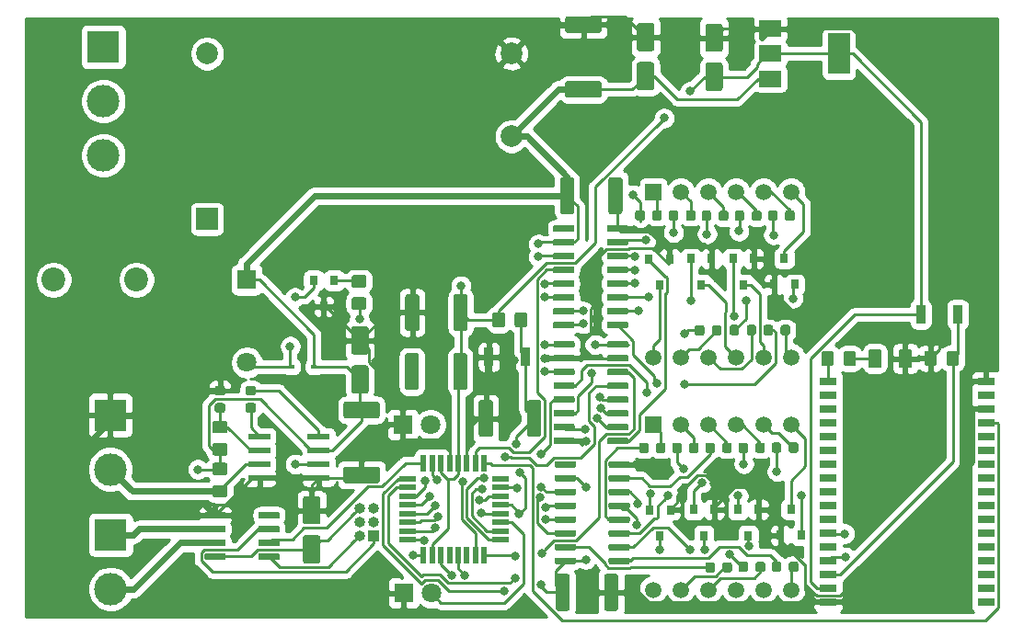
<source format=gbr>
G04 #@! TF.GenerationSoftware,KiCad,Pcbnew,(5.1.5)-3*
G04 #@! TF.CreationDate,2023-05-28T15:04:11-04:00*
G04 #@! TF.ProjectId,Controlador-temperatura,436f6e74-726f-46c6-9164-6f722d74656d,rev?*
G04 #@! TF.SameCoordinates,Original*
G04 #@! TF.FileFunction,Copper,L1,Top*
G04 #@! TF.FilePolarity,Positive*
%FSLAX46Y46*%
G04 Gerber Fmt 4.6, Leading zero omitted, Abs format (unit mm)*
G04 Created by KiCad (PCBNEW (5.1.5)-3) date 2023-05-28 15:04:11*
%MOMM*%
%LPD*%
G04 APERTURE LIST*
%ADD10C,3.000000*%
%ADD11R,3.000000X3.000000*%
%ADD12R,1.500000X1.500000*%
%ADD13C,1.500000*%
%ADD14C,0.100000*%
%ADD15R,0.600000X0.450000*%
%ADD16R,1.800000X1.800000*%
%ADD17C,1.800000*%
%ADD18R,1.000000X1.000000*%
%ADD19O,1.000000X1.000000*%
%ADD20C,2.200000*%
%ADD21C,2.000000*%
%ADD22R,2.000000X2.000000*%
%ADD23R,0.800000X0.900000*%
%ADD24R,0.900000X1.700000*%
%ADD25R,2.000000X3.800000*%
%ADD26R,2.000000X1.500000*%
%ADD27R,2.000000X0.600000*%
%ADD28R,0.550000X1.600000*%
%ADD29R,1.600000X0.550000*%
%ADD30R,1.600000X0.800000*%
%ADD31C,0.800000*%
%ADD32C,0.600000*%
%ADD33C,0.250000*%
%ADD34C,0.254000*%
G04 APERTURE END LIST*
D10*
X42110000Y72420000D03*
X42110000Y77420000D03*
D11*
X42110000Y82420000D03*
D12*
X92710000Y47637700D03*
D13*
X95250000Y47637700D03*
X97790000Y47637700D03*
X100330000Y47637700D03*
X102870000Y47637700D03*
X105410000Y47637700D03*
X105410000Y32397700D03*
X102870000Y32397700D03*
X100330000Y32397700D03*
X97790000Y32397700D03*
X95250000Y32397700D03*
X92710000Y32397700D03*
G04 #@! TA.AperFunction,SMDPad,CuDef*
D14*
G36*
X92586004Y81020096D02*
G01*
X92610273Y81016496D01*
X92634071Y81010535D01*
X92657171Y81002270D01*
X92679349Y80991780D01*
X92700393Y80979167D01*
X92720098Y80964553D01*
X92738277Y80948077D01*
X92754753Y80929898D01*
X92769367Y80910193D01*
X92781980Y80889149D01*
X92792470Y80866971D01*
X92800735Y80843871D01*
X92806696Y80820073D01*
X92810296Y80795804D01*
X92811500Y80771300D01*
X92811500Y78671300D01*
X92810296Y78646796D01*
X92806696Y78622527D01*
X92800735Y78598729D01*
X92792470Y78575629D01*
X92781980Y78553451D01*
X92769367Y78532407D01*
X92754753Y78512702D01*
X92738277Y78494523D01*
X92720098Y78478047D01*
X92700393Y78463433D01*
X92679349Y78450820D01*
X92657171Y78440330D01*
X92634071Y78432065D01*
X92610273Y78426104D01*
X92586004Y78422504D01*
X92561500Y78421300D01*
X91461500Y78421300D01*
X91436996Y78422504D01*
X91412727Y78426104D01*
X91388929Y78432065D01*
X91365829Y78440330D01*
X91343651Y78450820D01*
X91322607Y78463433D01*
X91302902Y78478047D01*
X91284723Y78494523D01*
X91268247Y78512702D01*
X91253633Y78532407D01*
X91241020Y78553451D01*
X91230530Y78575629D01*
X91222265Y78598729D01*
X91216304Y78622527D01*
X91212704Y78646796D01*
X91211500Y78671300D01*
X91211500Y80771300D01*
X91212704Y80795804D01*
X91216304Y80820073D01*
X91222265Y80843871D01*
X91230530Y80866971D01*
X91241020Y80889149D01*
X91253633Y80910193D01*
X91268247Y80929898D01*
X91284723Y80948077D01*
X91302902Y80964553D01*
X91322607Y80979167D01*
X91343651Y80991780D01*
X91365829Y81002270D01*
X91388929Y81010535D01*
X91412727Y81016496D01*
X91436996Y81020096D01*
X91461500Y81021300D01*
X92561500Y81021300D01*
X92586004Y81020096D01*
G37*
G04 #@! TD.AperFunction*
G04 #@! TA.AperFunction,SMDPad,CuDef*
G36*
X92586004Y84620096D02*
G01*
X92610273Y84616496D01*
X92634071Y84610535D01*
X92657171Y84602270D01*
X92679349Y84591780D01*
X92700393Y84579167D01*
X92720098Y84564553D01*
X92738277Y84548077D01*
X92754753Y84529898D01*
X92769367Y84510193D01*
X92781980Y84489149D01*
X92792470Y84466971D01*
X92800735Y84443871D01*
X92806696Y84420073D01*
X92810296Y84395804D01*
X92811500Y84371300D01*
X92811500Y82271300D01*
X92810296Y82246796D01*
X92806696Y82222527D01*
X92800735Y82198729D01*
X92792470Y82175629D01*
X92781980Y82153451D01*
X92769367Y82132407D01*
X92754753Y82112702D01*
X92738277Y82094523D01*
X92720098Y82078047D01*
X92700393Y82063433D01*
X92679349Y82050820D01*
X92657171Y82040330D01*
X92634071Y82032065D01*
X92610273Y82026104D01*
X92586004Y82022504D01*
X92561500Y82021300D01*
X91461500Y82021300D01*
X91436996Y82022504D01*
X91412727Y82026104D01*
X91388929Y82032065D01*
X91365829Y82040330D01*
X91343651Y82050820D01*
X91322607Y82063433D01*
X91302902Y82078047D01*
X91284723Y82094523D01*
X91268247Y82112702D01*
X91253633Y82132407D01*
X91241020Y82153451D01*
X91230530Y82175629D01*
X91222265Y82198729D01*
X91216304Y82222527D01*
X91212704Y82246796D01*
X91211500Y82271300D01*
X91211500Y84371300D01*
X91212704Y84395804D01*
X91216304Y84420073D01*
X91222265Y84443871D01*
X91230530Y84466971D01*
X91241020Y84489149D01*
X91253633Y84510193D01*
X91268247Y84529898D01*
X91284723Y84548077D01*
X91302902Y84564553D01*
X91322607Y84579167D01*
X91343651Y84591780D01*
X91365829Y84602270D01*
X91388929Y84610535D01*
X91412727Y84616496D01*
X91436996Y84620096D01*
X91461500Y84621300D01*
X92561500Y84621300D01*
X92586004Y84620096D01*
G37*
G04 #@! TD.AperFunction*
D13*
X92710000Y53835300D03*
X95250000Y53835300D03*
X97790000Y53835300D03*
X100330000Y53835300D03*
X102870000Y53835300D03*
X105410000Y53835300D03*
X105410000Y69075300D03*
X102870000Y69075300D03*
X100330000Y69075300D03*
X97790000Y69075300D03*
X95250000Y69075300D03*
D12*
X92710000Y69075300D03*
G04 #@! TA.AperFunction,SMDPad,CuDef*
D14*
G36*
X84826204Y33867896D02*
G01*
X84850473Y33864296D01*
X84874271Y33858335D01*
X84897371Y33850070D01*
X84919549Y33839580D01*
X84940593Y33826967D01*
X84960298Y33812353D01*
X84978477Y33795877D01*
X84994953Y33777698D01*
X85009567Y33757993D01*
X85022180Y33736949D01*
X85032670Y33714771D01*
X85040935Y33691671D01*
X85046896Y33667873D01*
X85050496Y33643604D01*
X85051700Y33619100D01*
X85051700Y30719100D01*
X85050496Y30694596D01*
X85046896Y30670327D01*
X85040935Y30646529D01*
X85032670Y30623429D01*
X85022180Y30601251D01*
X85009567Y30580207D01*
X84994953Y30560502D01*
X84978477Y30542323D01*
X84960298Y30525847D01*
X84940593Y30511233D01*
X84919549Y30498620D01*
X84897371Y30488130D01*
X84874271Y30479865D01*
X84850473Y30473904D01*
X84826204Y30470304D01*
X84801700Y30469100D01*
X84001700Y30469100D01*
X83977196Y30470304D01*
X83952927Y30473904D01*
X83929129Y30479865D01*
X83906029Y30488130D01*
X83883851Y30498620D01*
X83862807Y30511233D01*
X83843102Y30525847D01*
X83824923Y30542323D01*
X83808447Y30560502D01*
X83793833Y30580207D01*
X83781220Y30601251D01*
X83770730Y30623429D01*
X83762465Y30646529D01*
X83756504Y30670327D01*
X83752904Y30694596D01*
X83751700Y30719100D01*
X83751700Y33619100D01*
X83752904Y33643604D01*
X83756504Y33667873D01*
X83762465Y33691671D01*
X83770730Y33714771D01*
X83781220Y33736949D01*
X83793833Y33757993D01*
X83808447Y33777698D01*
X83824923Y33795877D01*
X83843102Y33812353D01*
X83862807Y33826967D01*
X83883851Y33839580D01*
X83906029Y33850070D01*
X83929129Y33858335D01*
X83952927Y33864296D01*
X83977196Y33867896D01*
X84001700Y33869100D01*
X84801700Y33869100D01*
X84826204Y33867896D01*
G37*
G04 #@! TD.AperFunction*
G04 #@! TA.AperFunction,SMDPad,CuDef*
G36*
X89276204Y33867896D02*
G01*
X89300473Y33864296D01*
X89324271Y33858335D01*
X89347371Y33850070D01*
X89369549Y33839580D01*
X89390593Y33826967D01*
X89410298Y33812353D01*
X89428477Y33795877D01*
X89444953Y33777698D01*
X89459567Y33757993D01*
X89472180Y33736949D01*
X89482670Y33714771D01*
X89490935Y33691671D01*
X89496896Y33667873D01*
X89500496Y33643604D01*
X89501700Y33619100D01*
X89501700Y30719100D01*
X89500496Y30694596D01*
X89496896Y30670327D01*
X89490935Y30646529D01*
X89482670Y30623429D01*
X89472180Y30601251D01*
X89459567Y30580207D01*
X89444953Y30560502D01*
X89428477Y30542323D01*
X89410298Y30525847D01*
X89390593Y30511233D01*
X89369549Y30498620D01*
X89347371Y30488130D01*
X89324271Y30479865D01*
X89300473Y30473904D01*
X89276204Y30470304D01*
X89251700Y30469100D01*
X88451700Y30469100D01*
X88427196Y30470304D01*
X88402927Y30473904D01*
X88379129Y30479865D01*
X88356029Y30488130D01*
X88333851Y30498620D01*
X88312807Y30511233D01*
X88293102Y30525847D01*
X88274923Y30542323D01*
X88258447Y30560502D01*
X88243833Y30580207D01*
X88231220Y30601251D01*
X88220730Y30623429D01*
X88212465Y30646529D01*
X88206504Y30670327D01*
X88202904Y30694596D01*
X88201700Y30719100D01*
X88201700Y33619100D01*
X88202904Y33643604D01*
X88206504Y33667873D01*
X88212465Y33691671D01*
X88220730Y33714771D01*
X88231220Y33736949D01*
X88243833Y33757993D01*
X88258447Y33777698D01*
X88274923Y33795877D01*
X88293102Y33812353D01*
X88312807Y33826967D01*
X88333851Y33839580D01*
X88356029Y33850070D01*
X88379129Y33858335D01*
X88402927Y33864296D01*
X88427196Y33867896D01*
X88451700Y33869100D01*
X89251700Y33869100D01*
X89276204Y33867896D01*
G37*
G04 #@! TD.AperFunction*
G04 #@! TA.AperFunction,SMDPad,CuDef*
G36*
X98885204Y84556596D02*
G01*
X98909473Y84552996D01*
X98933271Y84547035D01*
X98956371Y84538770D01*
X98978549Y84528280D01*
X98999593Y84515667D01*
X99019298Y84501053D01*
X99037477Y84484577D01*
X99053953Y84466398D01*
X99068567Y84446693D01*
X99081180Y84425649D01*
X99091670Y84403471D01*
X99099935Y84380371D01*
X99105896Y84356573D01*
X99109496Y84332304D01*
X99110700Y84307800D01*
X99110700Y82207800D01*
X99109496Y82183296D01*
X99105896Y82159027D01*
X99099935Y82135229D01*
X99091670Y82112129D01*
X99081180Y82089951D01*
X99068567Y82068907D01*
X99053953Y82049202D01*
X99037477Y82031023D01*
X99019298Y82014547D01*
X98999593Y81999933D01*
X98978549Y81987320D01*
X98956371Y81976830D01*
X98933271Y81968565D01*
X98909473Y81962604D01*
X98885204Y81959004D01*
X98860700Y81957800D01*
X97760700Y81957800D01*
X97736196Y81959004D01*
X97711927Y81962604D01*
X97688129Y81968565D01*
X97665029Y81976830D01*
X97642851Y81987320D01*
X97621807Y81999933D01*
X97602102Y82014547D01*
X97583923Y82031023D01*
X97567447Y82049202D01*
X97552833Y82068907D01*
X97540220Y82089951D01*
X97529730Y82112129D01*
X97521465Y82135229D01*
X97515504Y82159027D01*
X97511904Y82183296D01*
X97510700Y82207800D01*
X97510700Y84307800D01*
X97511904Y84332304D01*
X97515504Y84356573D01*
X97521465Y84380371D01*
X97529730Y84403471D01*
X97540220Y84425649D01*
X97552833Y84446693D01*
X97567447Y84466398D01*
X97583923Y84484577D01*
X97602102Y84501053D01*
X97621807Y84515667D01*
X97642851Y84528280D01*
X97665029Y84538770D01*
X97688129Y84547035D01*
X97711927Y84552996D01*
X97736196Y84556596D01*
X97760700Y84557800D01*
X98860700Y84557800D01*
X98885204Y84556596D01*
G37*
G04 #@! TD.AperFunction*
G04 #@! TA.AperFunction,SMDPad,CuDef*
G36*
X98885204Y80956596D02*
G01*
X98909473Y80952996D01*
X98933271Y80947035D01*
X98956371Y80938770D01*
X98978549Y80928280D01*
X98999593Y80915667D01*
X99019298Y80901053D01*
X99037477Y80884577D01*
X99053953Y80866398D01*
X99068567Y80846693D01*
X99081180Y80825649D01*
X99091670Y80803471D01*
X99099935Y80780371D01*
X99105896Y80756573D01*
X99109496Y80732304D01*
X99110700Y80707800D01*
X99110700Y78607800D01*
X99109496Y78583296D01*
X99105896Y78559027D01*
X99099935Y78535229D01*
X99091670Y78512129D01*
X99081180Y78489951D01*
X99068567Y78468907D01*
X99053953Y78449202D01*
X99037477Y78431023D01*
X99019298Y78414547D01*
X98999593Y78399933D01*
X98978549Y78387320D01*
X98956371Y78376830D01*
X98933271Y78368565D01*
X98909473Y78362604D01*
X98885204Y78359004D01*
X98860700Y78357800D01*
X97760700Y78357800D01*
X97736196Y78359004D01*
X97711927Y78362604D01*
X97688129Y78368565D01*
X97665029Y78376830D01*
X97642851Y78387320D01*
X97621807Y78399933D01*
X97602102Y78414547D01*
X97583923Y78431023D01*
X97567447Y78449202D01*
X97552833Y78468907D01*
X97540220Y78489951D01*
X97529730Y78512129D01*
X97521465Y78535229D01*
X97515504Y78559027D01*
X97511904Y78583296D01*
X97510700Y78607800D01*
X97510700Y80707800D01*
X97511904Y80732304D01*
X97515504Y80756573D01*
X97521465Y80780371D01*
X97529730Y80803471D01*
X97540220Y80825649D01*
X97552833Y80846693D01*
X97567447Y80866398D01*
X97583923Y80884577D01*
X97602102Y80901053D01*
X97621807Y80915667D01*
X97642851Y80928280D01*
X97665029Y80938770D01*
X97688129Y80947035D01*
X97711927Y80952996D01*
X97736196Y80956596D01*
X97760700Y80957800D01*
X98860700Y80957800D01*
X98885204Y80956596D01*
G37*
G04 #@! TD.AperFunction*
G04 #@! TA.AperFunction,SMDPad,CuDef*
G36*
X87733305Y79256996D02*
G01*
X87757573Y79253396D01*
X87781372Y79247435D01*
X87804471Y79239170D01*
X87826650Y79228680D01*
X87847693Y79216068D01*
X87867399Y79201453D01*
X87885577Y79184977D01*
X87902053Y79166799D01*
X87916668Y79147093D01*
X87929280Y79126050D01*
X87939770Y79103871D01*
X87948035Y79080772D01*
X87953996Y79056973D01*
X87957596Y79032705D01*
X87958800Y79008201D01*
X87958800Y77983199D01*
X87957596Y77958695D01*
X87953996Y77934427D01*
X87948035Y77910628D01*
X87939770Y77887529D01*
X87929280Y77865350D01*
X87916668Y77844307D01*
X87902053Y77824601D01*
X87885577Y77806423D01*
X87867399Y77789947D01*
X87847693Y77775332D01*
X87826650Y77762720D01*
X87804471Y77752230D01*
X87781372Y77743965D01*
X87757573Y77738004D01*
X87733305Y77734404D01*
X87708801Y77733200D01*
X84858799Y77733200D01*
X84834295Y77734404D01*
X84810027Y77738004D01*
X84786228Y77743965D01*
X84763129Y77752230D01*
X84740950Y77762720D01*
X84719907Y77775332D01*
X84700201Y77789947D01*
X84682023Y77806423D01*
X84665547Y77824601D01*
X84650932Y77844307D01*
X84638320Y77865350D01*
X84627830Y77887529D01*
X84619565Y77910628D01*
X84613604Y77934427D01*
X84610004Y77958695D01*
X84608800Y77983199D01*
X84608800Y79008201D01*
X84610004Y79032705D01*
X84613604Y79056973D01*
X84619565Y79080772D01*
X84627830Y79103871D01*
X84638320Y79126050D01*
X84650932Y79147093D01*
X84665547Y79166799D01*
X84682023Y79184977D01*
X84700201Y79201453D01*
X84719907Y79216068D01*
X84740950Y79228680D01*
X84763129Y79239170D01*
X84786228Y79247435D01*
X84810027Y79253396D01*
X84834295Y79256996D01*
X84858799Y79258200D01*
X87708801Y79258200D01*
X87733305Y79256996D01*
G37*
G04 #@! TD.AperFunction*
G04 #@! TA.AperFunction,SMDPad,CuDef*
G36*
X87733305Y85231996D02*
G01*
X87757573Y85228396D01*
X87781372Y85222435D01*
X87804471Y85214170D01*
X87826650Y85203680D01*
X87847693Y85191068D01*
X87867399Y85176453D01*
X87885577Y85159977D01*
X87902053Y85141799D01*
X87916668Y85122093D01*
X87929280Y85101050D01*
X87939770Y85078871D01*
X87948035Y85055772D01*
X87953996Y85031973D01*
X87957596Y85007705D01*
X87958800Y84983201D01*
X87958800Y83958199D01*
X87957596Y83933695D01*
X87953996Y83909427D01*
X87948035Y83885628D01*
X87939770Y83862529D01*
X87929280Y83840350D01*
X87916668Y83819307D01*
X87902053Y83799601D01*
X87885577Y83781423D01*
X87867399Y83764947D01*
X87847693Y83750332D01*
X87826650Y83737720D01*
X87804471Y83727230D01*
X87781372Y83718965D01*
X87757573Y83713004D01*
X87733305Y83709404D01*
X87708801Y83708200D01*
X84858799Y83708200D01*
X84834295Y83709404D01*
X84810027Y83713004D01*
X84786228Y83718965D01*
X84763129Y83727230D01*
X84740950Y83737720D01*
X84719907Y83750332D01*
X84700201Y83764947D01*
X84682023Y83781423D01*
X84665547Y83799601D01*
X84650932Y83819307D01*
X84638320Y83840350D01*
X84627830Y83862529D01*
X84619565Y83885628D01*
X84613604Y83909427D01*
X84610004Y83933695D01*
X84608800Y83958199D01*
X84608800Y84983201D01*
X84610004Y85007705D01*
X84613604Y85031973D01*
X84619565Y85055772D01*
X84627830Y85078871D01*
X84638320Y85101050D01*
X84650932Y85122093D01*
X84665547Y85141799D01*
X84682023Y85159977D01*
X84700201Y85176453D01*
X84719907Y85191068D01*
X84740950Y85203680D01*
X84763129Y85214170D01*
X84786228Y85222435D01*
X84810027Y85228396D01*
X84834295Y85231996D01*
X84858799Y85233200D01*
X87708801Y85233200D01*
X87733305Y85231996D01*
G37*
G04 #@! TD.AperFunction*
G04 #@! TA.AperFunction,SMDPad,CuDef*
G36*
X67324405Y49735496D02*
G01*
X67348673Y49731896D01*
X67372472Y49725935D01*
X67395571Y49717670D01*
X67417750Y49707180D01*
X67438793Y49694568D01*
X67458499Y49679953D01*
X67476677Y49663477D01*
X67493153Y49645299D01*
X67507768Y49625593D01*
X67520380Y49604550D01*
X67530870Y49582371D01*
X67539135Y49559272D01*
X67545096Y49535473D01*
X67548696Y49511205D01*
X67549900Y49486701D01*
X67549900Y48461699D01*
X67548696Y48437195D01*
X67545096Y48412927D01*
X67539135Y48389128D01*
X67530870Y48366029D01*
X67520380Y48343850D01*
X67507768Y48322807D01*
X67493153Y48303101D01*
X67476677Y48284923D01*
X67458499Y48268447D01*
X67438793Y48253832D01*
X67417750Y48241220D01*
X67395571Y48230730D01*
X67372472Y48222465D01*
X67348673Y48216504D01*
X67324405Y48212904D01*
X67299901Y48211700D01*
X64449899Y48211700D01*
X64425395Y48212904D01*
X64401127Y48216504D01*
X64377328Y48222465D01*
X64354229Y48230730D01*
X64332050Y48241220D01*
X64311007Y48253832D01*
X64291301Y48268447D01*
X64273123Y48284923D01*
X64256647Y48303101D01*
X64242032Y48322807D01*
X64229420Y48343850D01*
X64218930Y48366029D01*
X64210665Y48389128D01*
X64204704Y48412927D01*
X64201104Y48437195D01*
X64199900Y48461699D01*
X64199900Y49486701D01*
X64201104Y49511205D01*
X64204704Y49535473D01*
X64210665Y49559272D01*
X64218930Y49582371D01*
X64229420Y49604550D01*
X64242032Y49625593D01*
X64256647Y49645299D01*
X64273123Y49663477D01*
X64291301Y49679953D01*
X64311007Y49694568D01*
X64332050Y49707180D01*
X64354229Y49717670D01*
X64377328Y49725935D01*
X64401127Y49731896D01*
X64425395Y49735496D01*
X64449899Y49736700D01*
X67299901Y49736700D01*
X67324405Y49735496D01*
G37*
G04 #@! TD.AperFunction*
G04 #@! TA.AperFunction,SMDPad,CuDef*
G36*
X67324405Y43760496D02*
G01*
X67348673Y43756896D01*
X67372472Y43750935D01*
X67395571Y43742670D01*
X67417750Y43732180D01*
X67438793Y43719568D01*
X67458499Y43704953D01*
X67476677Y43688477D01*
X67493153Y43670299D01*
X67507768Y43650593D01*
X67520380Y43629550D01*
X67530870Y43607371D01*
X67539135Y43584272D01*
X67545096Y43560473D01*
X67548696Y43536205D01*
X67549900Y43511701D01*
X67549900Y42486699D01*
X67548696Y42462195D01*
X67545096Y42437927D01*
X67539135Y42414128D01*
X67530870Y42391029D01*
X67520380Y42368850D01*
X67507768Y42347807D01*
X67493153Y42328101D01*
X67476677Y42309923D01*
X67458499Y42293447D01*
X67438793Y42278832D01*
X67417750Y42266220D01*
X67395571Y42255730D01*
X67372472Y42247465D01*
X67348673Y42241504D01*
X67324405Y42237904D01*
X67299901Y42236700D01*
X64449899Y42236700D01*
X64425395Y42237904D01*
X64401127Y42241504D01*
X64377328Y42247465D01*
X64354229Y42255730D01*
X64332050Y42266220D01*
X64311007Y42278832D01*
X64291301Y42293447D01*
X64273123Y42309923D01*
X64256647Y42328101D01*
X64242032Y42347807D01*
X64229420Y42368850D01*
X64218930Y42391029D01*
X64210665Y42414128D01*
X64204704Y42437927D01*
X64201104Y42462195D01*
X64199900Y42486699D01*
X64199900Y43511701D01*
X64201104Y43536205D01*
X64204704Y43560473D01*
X64210665Y43584272D01*
X64218930Y43607371D01*
X64229420Y43629550D01*
X64242032Y43650593D01*
X64256647Y43670299D01*
X64273123Y43688477D01*
X64291301Y43704953D01*
X64311007Y43719568D01*
X64332050Y43732180D01*
X64354229Y43742670D01*
X64377328Y43750935D01*
X64401127Y43756896D01*
X64425395Y43760496D01*
X64449899Y43761700D01*
X67299901Y43761700D01*
X67324405Y43760496D01*
G37*
G04 #@! TD.AperFunction*
G04 #@! TA.AperFunction,SMDPad,CuDef*
G36*
X66297004Y53080096D02*
G01*
X66321273Y53076496D01*
X66345071Y53070535D01*
X66368171Y53062270D01*
X66390349Y53051780D01*
X66411393Y53039167D01*
X66431098Y53024553D01*
X66449277Y53008077D01*
X66465753Y52989898D01*
X66480367Y52970193D01*
X66492980Y52949149D01*
X66503470Y52926971D01*
X66511735Y52903871D01*
X66517696Y52880073D01*
X66521296Y52855804D01*
X66522500Y52831300D01*
X66522500Y50731300D01*
X66521296Y50706796D01*
X66517696Y50682527D01*
X66511735Y50658729D01*
X66503470Y50635629D01*
X66492980Y50613451D01*
X66480367Y50592407D01*
X66465753Y50572702D01*
X66449277Y50554523D01*
X66431098Y50538047D01*
X66411393Y50523433D01*
X66390349Y50510820D01*
X66368171Y50500330D01*
X66345071Y50492065D01*
X66321273Y50486104D01*
X66297004Y50482504D01*
X66272500Y50481300D01*
X65172500Y50481300D01*
X65147996Y50482504D01*
X65123727Y50486104D01*
X65099929Y50492065D01*
X65076829Y50500330D01*
X65054651Y50510820D01*
X65033607Y50523433D01*
X65013902Y50538047D01*
X64995723Y50554523D01*
X64979247Y50572702D01*
X64964633Y50592407D01*
X64952020Y50613451D01*
X64941530Y50635629D01*
X64933265Y50658729D01*
X64927304Y50682527D01*
X64923704Y50706796D01*
X64922500Y50731300D01*
X64922500Y52831300D01*
X64923704Y52855804D01*
X64927304Y52880073D01*
X64933265Y52903871D01*
X64941530Y52926971D01*
X64952020Y52949149D01*
X64964633Y52970193D01*
X64979247Y52989898D01*
X64995723Y53008077D01*
X65013902Y53024553D01*
X65033607Y53039167D01*
X65054651Y53051780D01*
X65076829Y53062270D01*
X65099929Y53070535D01*
X65123727Y53076496D01*
X65147996Y53080096D01*
X65172500Y53081300D01*
X66272500Y53081300D01*
X66297004Y53080096D01*
G37*
G04 #@! TD.AperFunction*
G04 #@! TA.AperFunction,SMDPad,CuDef*
G36*
X66297004Y56680096D02*
G01*
X66321273Y56676496D01*
X66345071Y56670535D01*
X66368171Y56662270D01*
X66390349Y56651780D01*
X66411393Y56639167D01*
X66431098Y56624553D01*
X66449277Y56608077D01*
X66465753Y56589898D01*
X66480367Y56570193D01*
X66492980Y56549149D01*
X66503470Y56526971D01*
X66511735Y56503871D01*
X66517696Y56480073D01*
X66521296Y56455804D01*
X66522500Y56431300D01*
X66522500Y54331300D01*
X66521296Y54306796D01*
X66517696Y54282527D01*
X66511735Y54258729D01*
X66503470Y54235629D01*
X66492980Y54213451D01*
X66480367Y54192407D01*
X66465753Y54172702D01*
X66449277Y54154523D01*
X66431098Y54138047D01*
X66411393Y54123433D01*
X66390349Y54110820D01*
X66368171Y54100330D01*
X66345071Y54092065D01*
X66321273Y54086104D01*
X66297004Y54082504D01*
X66272500Y54081300D01*
X65172500Y54081300D01*
X65147996Y54082504D01*
X65123727Y54086104D01*
X65099929Y54092065D01*
X65076829Y54100330D01*
X65054651Y54110820D01*
X65033607Y54123433D01*
X65013902Y54138047D01*
X64995723Y54154523D01*
X64979247Y54172702D01*
X64964633Y54192407D01*
X64952020Y54213451D01*
X64941530Y54235629D01*
X64933265Y54258729D01*
X64927304Y54282527D01*
X64923704Y54306796D01*
X64922500Y54331300D01*
X64922500Y56431300D01*
X64923704Y56455804D01*
X64927304Y56480073D01*
X64933265Y56503871D01*
X64941530Y56526971D01*
X64952020Y56549149D01*
X64964633Y56570193D01*
X64979247Y56589898D01*
X64995723Y56608077D01*
X65013902Y56624553D01*
X65033607Y56639167D01*
X65054651Y56651780D01*
X65076829Y56662270D01*
X65099929Y56670535D01*
X65123727Y56676496D01*
X65147996Y56680096D01*
X65172500Y56681300D01*
X66272500Y56681300D01*
X66297004Y56680096D01*
G37*
G04 #@! TD.AperFunction*
G04 #@! TA.AperFunction,SMDPad,CuDef*
G36*
X85207204Y70418496D02*
G01*
X85231473Y70414896D01*
X85255271Y70408935D01*
X85278371Y70400670D01*
X85300549Y70390180D01*
X85321593Y70377567D01*
X85341298Y70362953D01*
X85359477Y70346477D01*
X85375953Y70328298D01*
X85390567Y70308593D01*
X85403180Y70287549D01*
X85413670Y70265371D01*
X85421935Y70242271D01*
X85427896Y70218473D01*
X85431496Y70194204D01*
X85432700Y70169700D01*
X85432700Y67269700D01*
X85431496Y67245196D01*
X85427896Y67220927D01*
X85421935Y67197129D01*
X85413670Y67174029D01*
X85403180Y67151851D01*
X85390567Y67130807D01*
X85375953Y67111102D01*
X85359477Y67092923D01*
X85341298Y67076447D01*
X85321593Y67061833D01*
X85300549Y67049220D01*
X85278371Y67038730D01*
X85255271Y67030465D01*
X85231473Y67024504D01*
X85207204Y67020904D01*
X85182700Y67019700D01*
X84382700Y67019700D01*
X84358196Y67020904D01*
X84333927Y67024504D01*
X84310129Y67030465D01*
X84287029Y67038730D01*
X84264851Y67049220D01*
X84243807Y67061833D01*
X84224102Y67076447D01*
X84205923Y67092923D01*
X84189447Y67111102D01*
X84174833Y67130807D01*
X84162220Y67151851D01*
X84151730Y67174029D01*
X84143465Y67197129D01*
X84137504Y67220927D01*
X84133904Y67245196D01*
X84132700Y67269700D01*
X84132700Y70169700D01*
X84133904Y70194204D01*
X84137504Y70218473D01*
X84143465Y70242271D01*
X84151730Y70265371D01*
X84162220Y70287549D01*
X84174833Y70308593D01*
X84189447Y70328298D01*
X84205923Y70346477D01*
X84224102Y70362953D01*
X84243807Y70377567D01*
X84264851Y70390180D01*
X84287029Y70400670D01*
X84310129Y70408935D01*
X84333927Y70414896D01*
X84358196Y70418496D01*
X84382700Y70419700D01*
X85182700Y70419700D01*
X85207204Y70418496D01*
G37*
G04 #@! TD.AperFunction*
G04 #@! TA.AperFunction,SMDPad,CuDef*
G36*
X89657204Y70418496D02*
G01*
X89681473Y70414896D01*
X89705271Y70408935D01*
X89728371Y70400670D01*
X89750549Y70390180D01*
X89771593Y70377567D01*
X89791298Y70362953D01*
X89809477Y70346477D01*
X89825953Y70328298D01*
X89840567Y70308593D01*
X89853180Y70287549D01*
X89863670Y70265371D01*
X89871935Y70242271D01*
X89877896Y70218473D01*
X89881496Y70194204D01*
X89882700Y70169700D01*
X89882700Y67269700D01*
X89881496Y67245196D01*
X89877896Y67220927D01*
X89871935Y67197129D01*
X89863670Y67174029D01*
X89853180Y67151851D01*
X89840567Y67130807D01*
X89825953Y67111102D01*
X89809477Y67092923D01*
X89791298Y67076447D01*
X89771593Y67061833D01*
X89750549Y67049220D01*
X89728371Y67038730D01*
X89705271Y67030465D01*
X89681473Y67024504D01*
X89657204Y67020904D01*
X89632700Y67019700D01*
X88832700Y67019700D01*
X88808196Y67020904D01*
X88783927Y67024504D01*
X88760129Y67030465D01*
X88737029Y67038730D01*
X88714851Y67049220D01*
X88693807Y67061833D01*
X88674102Y67076447D01*
X88655923Y67092923D01*
X88639447Y67111102D01*
X88624833Y67130807D01*
X88612220Y67151851D01*
X88601730Y67174029D01*
X88593465Y67197129D01*
X88587504Y67220927D01*
X88583904Y67245196D01*
X88582700Y67269700D01*
X88582700Y70169700D01*
X88583904Y70194204D01*
X88587504Y70218473D01*
X88593465Y70242271D01*
X88601730Y70265371D01*
X88612220Y70287549D01*
X88624833Y70308593D01*
X88639447Y70328298D01*
X88655923Y70346477D01*
X88674102Y70362953D01*
X88693807Y70377567D01*
X88714851Y70390180D01*
X88737029Y70400670D01*
X88760129Y70408935D01*
X88783927Y70414896D01*
X88808196Y70418496D01*
X88832700Y70419700D01*
X89632700Y70419700D01*
X89657204Y70418496D01*
G37*
G04 #@! TD.AperFunction*
G04 #@! TA.AperFunction,SMDPad,CuDef*
G36*
X61864704Y37433696D02*
G01*
X61888973Y37430096D01*
X61912771Y37424135D01*
X61935871Y37415870D01*
X61958049Y37405380D01*
X61979093Y37392767D01*
X61998798Y37378153D01*
X62016977Y37361677D01*
X62033453Y37343498D01*
X62048067Y37323793D01*
X62060680Y37302749D01*
X62071170Y37280571D01*
X62079435Y37257471D01*
X62085396Y37233673D01*
X62088996Y37209404D01*
X62090200Y37184900D01*
X62090200Y35084900D01*
X62088996Y35060396D01*
X62085396Y35036127D01*
X62079435Y35012329D01*
X62071170Y34989229D01*
X62060680Y34967051D01*
X62048067Y34946007D01*
X62033453Y34926302D01*
X62016977Y34908123D01*
X61998798Y34891647D01*
X61979093Y34877033D01*
X61958049Y34864420D01*
X61935871Y34853930D01*
X61912771Y34845665D01*
X61888973Y34839704D01*
X61864704Y34836104D01*
X61840200Y34834900D01*
X60740200Y34834900D01*
X60715696Y34836104D01*
X60691427Y34839704D01*
X60667629Y34845665D01*
X60644529Y34853930D01*
X60622351Y34864420D01*
X60601307Y34877033D01*
X60581602Y34891647D01*
X60563423Y34908123D01*
X60546947Y34926302D01*
X60532333Y34946007D01*
X60519720Y34967051D01*
X60509230Y34989229D01*
X60500965Y35012329D01*
X60495004Y35036127D01*
X60491404Y35060396D01*
X60490200Y35084900D01*
X60490200Y37184900D01*
X60491404Y37209404D01*
X60495004Y37233673D01*
X60500965Y37257471D01*
X60509230Y37280571D01*
X60519720Y37302749D01*
X60532333Y37323793D01*
X60546947Y37343498D01*
X60563423Y37361677D01*
X60581602Y37378153D01*
X60601307Y37392767D01*
X60622351Y37405380D01*
X60644529Y37415870D01*
X60667629Y37424135D01*
X60691427Y37430096D01*
X60715696Y37433696D01*
X60740200Y37434900D01*
X61840200Y37434900D01*
X61864704Y37433696D01*
G37*
G04 #@! TD.AperFunction*
G04 #@! TA.AperFunction,SMDPad,CuDef*
G36*
X61864704Y41033696D02*
G01*
X61888973Y41030096D01*
X61912771Y41024135D01*
X61935871Y41015870D01*
X61958049Y41005380D01*
X61979093Y40992767D01*
X61998798Y40978153D01*
X62016977Y40961677D01*
X62033453Y40943498D01*
X62048067Y40923793D01*
X62060680Y40902749D01*
X62071170Y40880571D01*
X62079435Y40857471D01*
X62085396Y40833673D01*
X62088996Y40809404D01*
X62090200Y40784900D01*
X62090200Y38684900D01*
X62088996Y38660396D01*
X62085396Y38636127D01*
X62079435Y38612329D01*
X62071170Y38589229D01*
X62060680Y38567051D01*
X62048067Y38546007D01*
X62033453Y38526302D01*
X62016977Y38508123D01*
X61998798Y38491647D01*
X61979093Y38477033D01*
X61958049Y38464420D01*
X61935871Y38453930D01*
X61912771Y38445665D01*
X61888973Y38439704D01*
X61864704Y38436104D01*
X61840200Y38434900D01*
X60740200Y38434900D01*
X60715696Y38436104D01*
X60691427Y38439704D01*
X60667629Y38445665D01*
X60644529Y38453930D01*
X60622351Y38464420D01*
X60601307Y38477033D01*
X60581602Y38491647D01*
X60563423Y38508123D01*
X60546947Y38526302D01*
X60532333Y38546007D01*
X60519720Y38567051D01*
X60509230Y38589229D01*
X60500965Y38612329D01*
X60495004Y38636127D01*
X60491404Y38660396D01*
X60490200Y38684900D01*
X60490200Y40784900D01*
X60491404Y40809404D01*
X60495004Y40833673D01*
X60500965Y40857471D01*
X60509230Y40880571D01*
X60519720Y40902749D01*
X60532333Y40923793D01*
X60546947Y40943498D01*
X60563423Y40961677D01*
X60581602Y40978153D01*
X60601307Y40992767D01*
X60622351Y41005380D01*
X60644529Y41015870D01*
X60667629Y41024135D01*
X60691427Y41030096D01*
X60715696Y41033696D01*
X60740200Y41034900D01*
X61840200Y41034900D01*
X61864704Y41033696D01*
G37*
G04 #@! TD.AperFunction*
G04 #@! TA.AperFunction,SMDPad,CuDef*
G36*
X75420504Y59648896D02*
G01*
X75444773Y59645296D01*
X75468571Y59639335D01*
X75491671Y59631070D01*
X75513849Y59620580D01*
X75534893Y59607967D01*
X75554598Y59593353D01*
X75572777Y59576877D01*
X75589253Y59558698D01*
X75603867Y59538993D01*
X75616480Y59517949D01*
X75626970Y59495771D01*
X75635235Y59472671D01*
X75641196Y59448873D01*
X75644796Y59424604D01*
X75646000Y59400100D01*
X75646000Y56500100D01*
X75644796Y56475596D01*
X75641196Y56451327D01*
X75635235Y56427529D01*
X75626970Y56404429D01*
X75616480Y56382251D01*
X75603867Y56361207D01*
X75589253Y56341502D01*
X75572777Y56323323D01*
X75554598Y56306847D01*
X75534893Y56292233D01*
X75513849Y56279620D01*
X75491671Y56269130D01*
X75468571Y56260865D01*
X75444773Y56254904D01*
X75420504Y56251304D01*
X75396000Y56250100D01*
X74596000Y56250100D01*
X74571496Y56251304D01*
X74547227Y56254904D01*
X74523429Y56260865D01*
X74500329Y56269130D01*
X74478151Y56279620D01*
X74457107Y56292233D01*
X74437402Y56306847D01*
X74419223Y56323323D01*
X74402747Y56341502D01*
X74388133Y56361207D01*
X74375520Y56382251D01*
X74365030Y56404429D01*
X74356765Y56427529D01*
X74350804Y56451327D01*
X74347204Y56475596D01*
X74346000Y56500100D01*
X74346000Y59400100D01*
X74347204Y59424604D01*
X74350804Y59448873D01*
X74356765Y59472671D01*
X74365030Y59495771D01*
X74375520Y59517949D01*
X74388133Y59538993D01*
X74402747Y59558698D01*
X74419223Y59576877D01*
X74437402Y59593353D01*
X74457107Y59607967D01*
X74478151Y59620580D01*
X74500329Y59631070D01*
X74523429Y59639335D01*
X74547227Y59645296D01*
X74571496Y59648896D01*
X74596000Y59650100D01*
X75396000Y59650100D01*
X75420504Y59648896D01*
G37*
G04 #@! TD.AperFunction*
G04 #@! TA.AperFunction,SMDPad,CuDef*
G36*
X70970504Y59648896D02*
G01*
X70994773Y59645296D01*
X71018571Y59639335D01*
X71041671Y59631070D01*
X71063849Y59620580D01*
X71084893Y59607967D01*
X71104598Y59593353D01*
X71122777Y59576877D01*
X71139253Y59558698D01*
X71153867Y59538993D01*
X71166480Y59517949D01*
X71176970Y59495771D01*
X71185235Y59472671D01*
X71191196Y59448873D01*
X71194796Y59424604D01*
X71196000Y59400100D01*
X71196000Y56500100D01*
X71194796Y56475596D01*
X71191196Y56451327D01*
X71185235Y56427529D01*
X71176970Y56404429D01*
X71166480Y56382251D01*
X71153867Y56361207D01*
X71139253Y56341502D01*
X71122777Y56323323D01*
X71104598Y56306847D01*
X71084893Y56292233D01*
X71063849Y56279620D01*
X71041671Y56269130D01*
X71018571Y56260865D01*
X70994773Y56254904D01*
X70970504Y56251304D01*
X70946000Y56250100D01*
X70146000Y56250100D01*
X70121496Y56251304D01*
X70097227Y56254904D01*
X70073429Y56260865D01*
X70050329Y56269130D01*
X70028151Y56279620D01*
X70007107Y56292233D01*
X69987402Y56306847D01*
X69969223Y56323323D01*
X69952747Y56341502D01*
X69938133Y56361207D01*
X69925520Y56382251D01*
X69915030Y56404429D01*
X69906765Y56427529D01*
X69900804Y56451327D01*
X69897204Y56475596D01*
X69896000Y56500100D01*
X69896000Y59400100D01*
X69897204Y59424604D01*
X69900804Y59448873D01*
X69906765Y59472671D01*
X69915030Y59495771D01*
X69925520Y59517949D01*
X69938133Y59538993D01*
X69952747Y59558698D01*
X69969223Y59576877D01*
X69987402Y59593353D01*
X70007107Y59607967D01*
X70028151Y59620580D01*
X70050329Y59631070D01*
X70073429Y59639335D01*
X70097227Y59645296D01*
X70121496Y59648896D01*
X70146000Y59650100D01*
X70946000Y59650100D01*
X70970504Y59648896D01*
G37*
G04 #@! TD.AperFunction*
G04 #@! TA.AperFunction,SMDPad,CuDef*
G36*
X75382404Y54213296D02*
G01*
X75406673Y54209696D01*
X75430471Y54203735D01*
X75453571Y54195470D01*
X75475749Y54184980D01*
X75496793Y54172367D01*
X75516498Y54157753D01*
X75534677Y54141277D01*
X75551153Y54123098D01*
X75565767Y54103393D01*
X75578380Y54082349D01*
X75588870Y54060171D01*
X75597135Y54037071D01*
X75603096Y54013273D01*
X75606696Y53989004D01*
X75607900Y53964500D01*
X75607900Y51064500D01*
X75606696Y51039996D01*
X75603096Y51015727D01*
X75597135Y50991929D01*
X75588870Y50968829D01*
X75578380Y50946651D01*
X75565767Y50925607D01*
X75551153Y50905902D01*
X75534677Y50887723D01*
X75516498Y50871247D01*
X75496793Y50856633D01*
X75475749Y50844020D01*
X75453571Y50833530D01*
X75430471Y50825265D01*
X75406673Y50819304D01*
X75382404Y50815704D01*
X75357900Y50814500D01*
X74557900Y50814500D01*
X74533396Y50815704D01*
X74509127Y50819304D01*
X74485329Y50825265D01*
X74462229Y50833530D01*
X74440051Y50844020D01*
X74419007Y50856633D01*
X74399302Y50871247D01*
X74381123Y50887723D01*
X74364647Y50905902D01*
X74350033Y50925607D01*
X74337420Y50946651D01*
X74326930Y50968829D01*
X74318665Y50991929D01*
X74312704Y51015727D01*
X74309104Y51039996D01*
X74307900Y51064500D01*
X74307900Y53964500D01*
X74309104Y53989004D01*
X74312704Y54013273D01*
X74318665Y54037071D01*
X74326930Y54060171D01*
X74337420Y54082349D01*
X74350033Y54103393D01*
X74364647Y54123098D01*
X74381123Y54141277D01*
X74399302Y54157753D01*
X74419007Y54172367D01*
X74440051Y54184980D01*
X74462229Y54195470D01*
X74485329Y54203735D01*
X74509127Y54209696D01*
X74533396Y54213296D01*
X74557900Y54214500D01*
X75357900Y54214500D01*
X75382404Y54213296D01*
G37*
G04 #@! TD.AperFunction*
G04 #@! TA.AperFunction,SMDPad,CuDef*
G36*
X70932404Y54213296D02*
G01*
X70956673Y54209696D01*
X70980471Y54203735D01*
X71003571Y54195470D01*
X71025749Y54184980D01*
X71046793Y54172367D01*
X71066498Y54157753D01*
X71084677Y54141277D01*
X71101153Y54123098D01*
X71115767Y54103393D01*
X71128380Y54082349D01*
X71138870Y54060171D01*
X71147135Y54037071D01*
X71153096Y54013273D01*
X71156696Y53989004D01*
X71157900Y53964500D01*
X71157900Y51064500D01*
X71156696Y51039996D01*
X71153096Y51015727D01*
X71147135Y50991929D01*
X71138870Y50968829D01*
X71128380Y50946651D01*
X71115767Y50925607D01*
X71101153Y50905902D01*
X71084677Y50887723D01*
X71066498Y50871247D01*
X71046793Y50856633D01*
X71025749Y50844020D01*
X71003571Y50833530D01*
X70980471Y50825265D01*
X70956673Y50819304D01*
X70932404Y50815704D01*
X70907900Y50814500D01*
X70107900Y50814500D01*
X70083396Y50815704D01*
X70059127Y50819304D01*
X70035329Y50825265D01*
X70012229Y50833530D01*
X69990051Y50844020D01*
X69969007Y50856633D01*
X69949302Y50871247D01*
X69931123Y50887723D01*
X69914647Y50905902D01*
X69900033Y50925607D01*
X69887420Y50946651D01*
X69876930Y50968829D01*
X69868665Y50991929D01*
X69862704Y51015727D01*
X69859104Y51039996D01*
X69857900Y51064500D01*
X69857900Y53964500D01*
X69859104Y53989004D01*
X69862704Y54013273D01*
X69868665Y54037071D01*
X69876930Y54060171D01*
X69887420Y54082349D01*
X69900033Y54103393D01*
X69914647Y54123098D01*
X69931123Y54141277D01*
X69949302Y54157753D01*
X69969007Y54172367D01*
X69990051Y54184980D01*
X70012229Y54195470D01*
X70035329Y54203735D01*
X70059127Y54209696D01*
X70083396Y54213296D01*
X70107900Y54214500D01*
X70907900Y54214500D01*
X70932404Y54213296D01*
G37*
G04 #@! TD.AperFunction*
G04 #@! TA.AperFunction,SMDPad,CuDef*
G36*
X77739604Y49895296D02*
G01*
X77763873Y49891696D01*
X77787671Y49885735D01*
X77810771Y49877470D01*
X77832949Y49866980D01*
X77853993Y49854367D01*
X77873698Y49839753D01*
X77891877Y49823277D01*
X77908353Y49805098D01*
X77922967Y49785393D01*
X77935580Y49764349D01*
X77946070Y49742171D01*
X77954335Y49719071D01*
X77960296Y49695273D01*
X77963896Y49671004D01*
X77965100Y49646500D01*
X77965100Y46746500D01*
X77963896Y46721996D01*
X77960296Y46697727D01*
X77954335Y46673929D01*
X77946070Y46650829D01*
X77935580Y46628651D01*
X77922967Y46607607D01*
X77908353Y46587902D01*
X77891877Y46569723D01*
X77873698Y46553247D01*
X77853993Y46538633D01*
X77832949Y46526020D01*
X77810771Y46515530D01*
X77787671Y46507265D01*
X77763873Y46501304D01*
X77739604Y46497704D01*
X77715100Y46496500D01*
X76915100Y46496500D01*
X76890596Y46497704D01*
X76866327Y46501304D01*
X76842529Y46507265D01*
X76819429Y46515530D01*
X76797251Y46526020D01*
X76776207Y46538633D01*
X76756502Y46553247D01*
X76738323Y46569723D01*
X76721847Y46587902D01*
X76707233Y46607607D01*
X76694620Y46628651D01*
X76684130Y46650829D01*
X76675865Y46673929D01*
X76669904Y46697727D01*
X76666304Y46721996D01*
X76665100Y46746500D01*
X76665100Y49646500D01*
X76666304Y49671004D01*
X76669904Y49695273D01*
X76675865Y49719071D01*
X76684130Y49742171D01*
X76694620Y49764349D01*
X76707233Y49785393D01*
X76721847Y49805098D01*
X76738323Y49823277D01*
X76756502Y49839753D01*
X76776207Y49854367D01*
X76797251Y49866980D01*
X76819429Y49877470D01*
X76842529Y49885735D01*
X76866327Y49891696D01*
X76890596Y49895296D01*
X76915100Y49896500D01*
X77715100Y49896500D01*
X77739604Y49895296D01*
G37*
G04 #@! TD.AperFunction*
G04 #@! TA.AperFunction,SMDPad,CuDef*
G36*
X82189604Y49895296D02*
G01*
X82213873Y49891696D01*
X82237671Y49885735D01*
X82260771Y49877470D01*
X82282949Y49866980D01*
X82303993Y49854367D01*
X82323698Y49839753D01*
X82341877Y49823277D01*
X82358353Y49805098D01*
X82372967Y49785393D01*
X82385580Y49764349D01*
X82396070Y49742171D01*
X82404335Y49719071D01*
X82410296Y49695273D01*
X82413896Y49671004D01*
X82415100Y49646500D01*
X82415100Y46746500D01*
X82413896Y46721996D01*
X82410296Y46697727D01*
X82404335Y46673929D01*
X82396070Y46650829D01*
X82385580Y46628651D01*
X82372967Y46607607D01*
X82358353Y46587902D01*
X82341877Y46569723D01*
X82323698Y46553247D01*
X82303993Y46538633D01*
X82282949Y46526020D01*
X82260771Y46515530D01*
X82237671Y46507265D01*
X82213873Y46501304D01*
X82189604Y46497704D01*
X82165100Y46496500D01*
X81365100Y46496500D01*
X81340596Y46497704D01*
X81316327Y46501304D01*
X81292529Y46507265D01*
X81269429Y46515530D01*
X81247251Y46526020D01*
X81226207Y46538633D01*
X81206502Y46553247D01*
X81188323Y46569723D01*
X81171847Y46587902D01*
X81157233Y46607607D01*
X81144620Y46628651D01*
X81134130Y46650829D01*
X81125865Y46673929D01*
X81119904Y46697727D01*
X81116304Y46721996D01*
X81115100Y46746500D01*
X81115100Y49646500D01*
X81116304Y49671004D01*
X81119904Y49695273D01*
X81125865Y49719071D01*
X81134130Y49742171D01*
X81144620Y49764349D01*
X81157233Y49785393D01*
X81171847Y49805098D01*
X81188323Y49823277D01*
X81206502Y49839753D01*
X81226207Y49854367D01*
X81247251Y49866980D01*
X81269429Y49877470D01*
X81292529Y49885735D01*
X81316327Y49891696D01*
X81340596Y49895296D01*
X81365100Y49896500D01*
X82165100Y49896500D01*
X82189604Y49895296D01*
G37*
G04 #@! TD.AperFunction*
D15*
X59414700Y52959000D03*
X61514700Y52959000D03*
D16*
X69761100Y32118300D03*
D17*
X72301100Y32118300D03*
D16*
X69672200Y47625000D03*
D17*
X72212200Y47625000D03*
G04 #@! TA.AperFunction,SMDPad,CuDef*
D14*
G36*
X116315404Y54582096D02*
G01*
X116339673Y54578496D01*
X116363471Y54572535D01*
X116386571Y54564270D01*
X116408749Y54553780D01*
X116429793Y54541167D01*
X116449498Y54526553D01*
X116467677Y54510077D01*
X116484153Y54491898D01*
X116498767Y54472193D01*
X116511380Y54451149D01*
X116521870Y54428971D01*
X116530135Y54405871D01*
X116536096Y54382073D01*
X116539696Y54357804D01*
X116540900Y54333300D01*
X116540900Y53083300D01*
X116539696Y53058796D01*
X116536096Y53034527D01*
X116530135Y53010729D01*
X116521870Y52987629D01*
X116511380Y52965451D01*
X116498767Y52944407D01*
X116484153Y52924702D01*
X116467677Y52906523D01*
X116449498Y52890047D01*
X116429793Y52875433D01*
X116408749Y52862820D01*
X116386571Y52852330D01*
X116363471Y52844065D01*
X116339673Y52838104D01*
X116315404Y52834504D01*
X116290900Y52833300D01*
X115540900Y52833300D01*
X115516396Y52834504D01*
X115492127Y52838104D01*
X115468329Y52844065D01*
X115445229Y52852330D01*
X115423051Y52862820D01*
X115402007Y52875433D01*
X115382302Y52890047D01*
X115364123Y52906523D01*
X115347647Y52924702D01*
X115333033Y52944407D01*
X115320420Y52965451D01*
X115309930Y52987629D01*
X115301665Y53010729D01*
X115295704Y53034527D01*
X115292104Y53058796D01*
X115290900Y53083300D01*
X115290900Y54333300D01*
X115292104Y54357804D01*
X115295704Y54382073D01*
X115301665Y54405871D01*
X115309930Y54428971D01*
X115320420Y54451149D01*
X115333033Y54472193D01*
X115347647Y54491898D01*
X115364123Y54510077D01*
X115382302Y54526553D01*
X115402007Y54541167D01*
X115423051Y54553780D01*
X115445229Y54564270D01*
X115468329Y54572535D01*
X115492127Y54578496D01*
X115516396Y54582096D01*
X115540900Y54583300D01*
X116290900Y54583300D01*
X116315404Y54582096D01*
G37*
G04 #@! TD.AperFunction*
G04 #@! TA.AperFunction,SMDPad,CuDef*
G36*
X113515404Y54582096D02*
G01*
X113539673Y54578496D01*
X113563471Y54572535D01*
X113586571Y54564270D01*
X113608749Y54553780D01*
X113629793Y54541167D01*
X113649498Y54526553D01*
X113667677Y54510077D01*
X113684153Y54491898D01*
X113698767Y54472193D01*
X113711380Y54451149D01*
X113721870Y54428971D01*
X113730135Y54405871D01*
X113736096Y54382073D01*
X113739696Y54357804D01*
X113740900Y54333300D01*
X113740900Y53083300D01*
X113739696Y53058796D01*
X113736096Y53034527D01*
X113730135Y53010729D01*
X113721870Y52987629D01*
X113711380Y52965451D01*
X113698767Y52944407D01*
X113684153Y52924702D01*
X113667677Y52906523D01*
X113649498Y52890047D01*
X113629793Y52875433D01*
X113608749Y52862820D01*
X113586571Y52852330D01*
X113563471Y52844065D01*
X113539673Y52838104D01*
X113515404Y52834504D01*
X113490900Y52833300D01*
X112740900Y52833300D01*
X112716396Y52834504D01*
X112692127Y52838104D01*
X112668329Y52844065D01*
X112645229Y52852330D01*
X112623051Y52862820D01*
X112602007Y52875433D01*
X112582302Y52890047D01*
X112564123Y52906523D01*
X112547647Y52924702D01*
X112533033Y52944407D01*
X112520420Y52965451D01*
X112509930Y52987629D01*
X112501665Y53010729D01*
X112495704Y53034527D01*
X112492104Y53058796D01*
X112490900Y53083300D01*
X112490900Y54333300D01*
X112492104Y54357804D01*
X112495704Y54382073D01*
X112501665Y54405871D01*
X112509930Y54428971D01*
X112520420Y54451149D01*
X112533033Y54472193D01*
X112547647Y54491898D01*
X112564123Y54510077D01*
X112582302Y54526553D01*
X112602007Y54541167D01*
X112623051Y54553780D01*
X112645229Y54564270D01*
X112668329Y54572535D01*
X112692127Y54578496D01*
X112716396Y54582096D01*
X112740900Y54583300D01*
X113490900Y54583300D01*
X113515404Y54582096D01*
G37*
G04 #@! TD.AperFunction*
D10*
X42748200Y43501300D03*
D11*
X42748200Y48501300D03*
X42786300Y37477700D03*
D10*
X42786300Y32477700D03*
D18*
X67005200Y37414200D03*
D19*
X65735200Y37414200D03*
X67005200Y38684200D03*
X65735200Y38684200D03*
X67005200Y39954200D03*
X65735200Y39954200D03*
D16*
X55321200Y60960000D03*
D17*
X55321200Y53340000D03*
D20*
X45161200Y60960000D03*
X37541200Y60960000D03*
D21*
X79663600Y81800700D03*
X79663600Y74180700D03*
X51663600Y81800700D03*
D22*
X51663600Y66560700D03*
D23*
X63345100Y60902700D03*
X61445100Y60902700D03*
X62395100Y58502700D03*
X105384600Y39820700D03*
X106334600Y37420700D03*
X104434600Y37420700D03*
X102410300Y39808000D03*
X100510300Y39808000D03*
X101460300Y37408000D03*
X97383600Y37395300D03*
X96433600Y39795300D03*
X98333600Y39795300D03*
X94295000Y39782600D03*
X92395000Y39782600D03*
X93345000Y37382600D03*
X103825000Y60534700D03*
X105725000Y60534700D03*
X104775000Y62934700D03*
X101015800Y60509300D03*
X100065800Y62909300D03*
X101965800Y62909300D03*
X98066900Y62909300D03*
X96166900Y62909300D03*
X97116900Y60509300D03*
X93280000Y60480000D03*
X92330000Y62880000D03*
X94230000Y62880000D03*
D24*
X77586100Y53848000D03*
X80986100Y53848000D03*
X120737100Y57785000D03*
X117337100Y57785000D03*
G04 #@! TA.AperFunction,SMDPad,CuDef*
D14*
G36*
X85347003Y55315678D02*
G01*
X85361564Y55313518D01*
X85375843Y55309941D01*
X85389703Y55304982D01*
X85403010Y55298688D01*
X85415636Y55291120D01*
X85427459Y55282352D01*
X85438366Y55272466D01*
X85448252Y55261559D01*
X85457020Y55249736D01*
X85464588Y55237110D01*
X85470882Y55223803D01*
X85475841Y55209943D01*
X85479418Y55195664D01*
X85481578Y55181103D01*
X85482300Y55166400D01*
X85482300Y54866400D01*
X85481578Y54851697D01*
X85479418Y54837136D01*
X85475841Y54822857D01*
X85470882Y54808997D01*
X85464588Y54795690D01*
X85457020Y54783064D01*
X85448252Y54771241D01*
X85438366Y54760334D01*
X85427459Y54750448D01*
X85415636Y54741680D01*
X85403010Y54734112D01*
X85389703Y54727818D01*
X85375843Y54722859D01*
X85361564Y54719282D01*
X85347003Y54717122D01*
X85332300Y54716400D01*
X83682300Y54716400D01*
X83667597Y54717122D01*
X83653036Y54719282D01*
X83638757Y54722859D01*
X83624897Y54727818D01*
X83611590Y54734112D01*
X83598964Y54741680D01*
X83587141Y54750448D01*
X83576234Y54760334D01*
X83566348Y54771241D01*
X83557580Y54783064D01*
X83550012Y54795690D01*
X83543718Y54808997D01*
X83538759Y54822857D01*
X83535182Y54837136D01*
X83533022Y54851697D01*
X83532300Y54866400D01*
X83532300Y55166400D01*
X83533022Y55181103D01*
X83535182Y55195664D01*
X83538759Y55209943D01*
X83543718Y55223803D01*
X83550012Y55237110D01*
X83557580Y55249736D01*
X83566348Y55261559D01*
X83576234Y55272466D01*
X83587141Y55282352D01*
X83598964Y55291120D01*
X83611590Y55298688D01*
X83624897Y55304982D01*
X83638757Y55309941D01*
X83653036Y55313518D01*
X83667597Y55315678D01*
X83682300Y55316400D01*
X85332300Y55316400D01*
X85347003Y55315678D01*
G37*
G04 #@! TD.AperFunction*
G04 #@! TA.AperFunction,SMDPad,CuDef*
G36*
X85347003Y54045678D02*
G01*
X85361564Y54043518D01*
X85375843Y54039941D01*
X85389703Y54034982D01*
X85403010Y54028688D01*
X85415636Y54021120D01*
X85427459Y54012352D01*
X85438366Y54002466D01*
X85448252Y53991559D01*
X85457020Y53979736D01*
X85464588Y53967110D01*
X85470882Y53953803D01*
X85475841Y53939943D01*
X85479418Y53925664D01*
X85481578Y53911103D01*
X85482300Y53896400D01*
X85482300Y53596400D01*
X85481578Y53581697D01*
X85479418Y53567136D01*
X85475841Y53552857D01*
X85470882Y53538997D01*
X85464588Y53525690D01*
X85457020Y53513064D01*
X85448252Y53501241D01*
X85438366Y53490334D01*
X85427459Y53480448D01*
X85415636Y53471680D01*
X85403010Y53464112D01*
X85389703Y53457818D01*
X85375843Y53452859D01*
X85361564Y53449282D01*
X85347003Y53447122D01*
X85332300Y53446400D01*
X83682300Y53446400D01*
X83667597Y53447122D01*
X83653036Y53449282D01*
X83638757Y53452859D01*
X83624897Y53457818D01*
X83611590Y53464112D01*
X83598964Y53471680D01*
X83587141Y53480448D01*
X83576234Y53490334D01*
X83566348Y53501241D01*
X83557580Y53513064D01*
X83550012Y53525690D01*
X83543718Y53538997D01*
X83538759Y53552857D01*
X83535182Y53567136D01*
X83533022Y53581697D01*
X83532300Y53596400D01*
X83532300Y53896400D01*
X83533022Y53911103D01*
X83535182Y53925664D01*
X83538759Y53939943D01*
X83543718Y53953803D01*
X83550012Y53967110D01*
X83557580Y53979736D01*
X83566348Y53991559D01*
X83576234Y54002466D01*
X83587141Y54012352D01*
X83598964Y54021120D01*
X83611590Y54028688D01*
X83624897Y54034982D01*
X83638757Y54039941D01*
X83653036Y54043518D01*
X83667597Y54045678D01*
X83682300Y54046400D01*
X85332300Y54046400D01*
X85347003Y54045678D01*
G37*
G04 #@! TD.AperFunction*
G04 #@! TA.AperFunction,SMDPad,CuDef*
G36*
X85347003Y52775678D02*
G01*
X85361564Y52773518D01*
X85375843Y52769941D01*
X85389703Y52764982D01*
X85403010Y52758688D01*
X85415636Y52751120D01*
X85427459Y52742352D01*
X85438366Y52732466D01*
X85448252Y52721559D01*
X85457020Y52709736D01*
X85464588Y52697110D01*
X85470882Y52683803D01*
X85475841Y52669943D01*
X85479418Y52655664D01*
X85481578Y52641103D01*
X85482300Y52626400D01*
X85482300Y52326400D01*
X85481578Y52311697D01*
X85479418Y52297136D01*
X85475841Y52282857D01*
X85470882Y52268997D01*
X85464588Y52255690D01*
X85457020Y52243064D01*
X85448252Y52231241D01*
X85438366Y52220334D01*
X85427459Y52210448D01*
X85415636Y52201680D01*
X85403010Y52194112D01*
X85389703Y52187818D01*
X85375843Y52182859D01*
X85361564Y52179282D01*
X85347003Y52177122D01*
X85332300Y52176400D01*
X83682300Y52176400D01*
X83667597Y52177122D01*
X83653036Y52179282D01*
X83638757Y52182859D01*
X83624897Y52187818D01*
X83611590Y52194112D01*
X83598964Y52201680D01*
X83587141Y52210448D01*
X83576234Y52220334D01*
X83566348Y52231241D01*
X83557580Y52243064D01*
X83550012Y52255690D01*
X83543718Y52268997D01*
X83538759Y52282857D01*
X83535182Y52297136D01*
X83533022Y52311697D01*
X83532300Y52326400D01*
X83532300Y52626400D01*
X83533022Y52641103D01*
X83535182Y52655664D01*
X83538759Y52669943D01*
X83543718Y52683803D01*
X83550012Y52697110D01*
X83557580Y52709736D01*
X83566348Y52721559D01*
X83576234Y52732466D01*
X83587141Y52742352D01*
X83598964Y52751120D01*
X83611590Y52758688D01*
X83624897Y52764982D01*
X83638757Y52769941D01*
X83653036Y52773518D01*
X83667597Y52775678D01*
X83682300Y52776400D01*
X85332300Y52776400D01*
X85347003Y52775678D01*
G37*
G04 #@! TD.AperFunction*
G04 #@! TA.AperFunction,SMDPad,CuDef*
G36*
X85347003Y51505678D02*
G01*
X85361564Y51503518D01*
X85375843Y51499941D01*
X85389703Y51494982D01*
X85403010Y51488688D01*
X85415636Y51481120D01*
X85427459Y51472352D01*
X85438366Y51462466D01*
X85448252Y51451559D01*
X85457020Y51439736D01*
X85464588Y51427110D01*
X85470882Y51413803D01*
X85475841Y51399943D01*
X85479418Y51385664D01*
X85481578Y51371103D01*
X85482300Y51356400D01*
X85482300Y51056400D01*
X85481578Y51041697D01*
X85479418Y51027136D01*
X85475841Y51012857D01*
X85470882Y50998997D01*
X85464588Y50985690D01*
X85457020Y50973064D01*
X85448252Y50961241D01*
X85438366Y50950334D01*
X85427459Y50940448D01*
X85415636Y50931680D01*
X85403010Y50924112D01*
X85389703Y50917818D01*
X85375843Y50912859D01*
X85361564Y50909282D01*
X85347003Y50907122D01*
X85332300Y50906400D01*
X83682300Y50906400D01*
X83667597Y50907122D01*
X83653036Y50909282D01*
X83638757Y50912859D01*
X83624897Y50917818D01*
X83611590Y50924112D01*
X83598964Y50931680D01*
X83587141Y50940448D01*
X83576234Y50950334D01*
X83566348Y50961241D01*
X83557580Y50973064D01*
X83550012Y50985690D01*
X83543718Y50998997D01*
X83538759Y51012857D01*
X83535182Y51027136D01*
X83533022Y51041697D01*
X83532300Y51056400D01*
X83532300Y51356400D01*
X83533022Y51371103D01*
X83535182Y51385664D01*
X83538759Y51399943D01*
X83543718Y51413803D01*
X83550012Y51427110D01*
X83557580Y51439736D01*
X83566348Y51451559D01*
X83576234Y51462466D01*
X83587141Y51472352D01*
X83598964Y51481120D01*
X83611590Y51488688D01*
X83624897Y51494982D01*
X83638757Y51499941D01*
X83653036Y51503518D01*
X83667597Y51505678D01*
X83682300Y51506400D01*
X85332300Y51506400D01*
X85347003Y51505678D01*
G37*
G04 #@! TD.AperFunction*
G04 #@! TA.AperFunction,SMDPad,CuDef*
G36*
X85347003Y50235678D02*
G01*
X85361564Y50233518D01*
X85375843Y50229941D01*
X85389703Y50224982D01*
X85403010Y50218688D01*
X85415636Y50211120D01*
X85427459Y50202352D01*
X85438366Y50192466D01*
X85448252Y50181559D01*
X85457020Y50169736D01*
X85464588Y50157110D01*
X85470882Y50143803D01*
X85475841Y50129943D01*
X85479418Y50115664D01*
X85481578Y50101103D01*
X85482300Y50086400D01*
X85482300Y49786400D01*
X85481578Y49771697D01*
X85479418Y49757136D01*
X85475841Y49742857D01*
X85470882Y49728997D01*
X85464588Y49715690D01*
X85457020Y49703064D01*
X85448252Y49691241D01*
X85438366Y49680334D01*
X85427459Y49670448D01*
X85415636Y49661680D01*
X85403010Y49654112D01*
X85389703Y49647818D01*
X85375843Y49642859D01*
X85361564Y49639282D01*
X85347003Y49637122D01*
X85332300Y49636400D01*
X83682300Y49636400D01*
X83667597Y49637122D01*
X83653036Y49639282D01*
X83638757Y49642859D01*
X83624897Y49647818D01*
X83611590Y49654112D01*
X83598964Y49661680D01*
X83587141Y49670448D01*
X83576234Y49680334D01*
X83566348Y49691241D01*
X83557580Y49703064D01*
X83550012Y49715690D01*
X83543718Y49728997D01*
X83538759Y49742857D01*
X83535182Y49757136D01*
X83533022Y49771697D01*
X83532300Y49786400D01*
X83532300Y50086400D01*
X83533022Y50101103D01*
X83535182Y50115664D01*
X83538759Y50129943D01*
X83543718Y50143803D01*
X83550012Y50157110D01*
X83557580Y50169736D01*
X83566348Y50181559D01*
X83576234Y50192466D01*
X83587141Y50202352D01*
X83598964Y50211120D01*
X83611590Y50218688D01*
X83624897Y50224982D01*
X83638757Y50229941D01*
X83653036Y50233518D01*
X83667597Y50235678D01*
X83682300Y50236400D01*
X85332300Y50236400D01*
X85347003Y50235678D01*
G37*
G04 #@! TD.AperFunction*
G04 #@! TA.AperFunction,SMDPad,CuDef*
G36*
X85347003Y48965678D02*
G01*
X85361564Y48963518D01*
X85375843Y48959941D01*
X85389703Y48954982D01*
X85403010Y48948688D01*
X85415636Y48941120D01*
X85427459Y48932352D01*
X85438366Y48922466D01*
X85448252Y48911559D01*
X85457020Y48899736D01*
X85464588Y48887110D01*
X85470882Y48873803D01*
X85475841Y48859943D01*
X85479418Y48845664D01*
X85481578Y48831103D01*
X85482300Y48816400D01*
X85482300Y48516400D01*
X85481578Y48501697D01*
X85479418Y48487136D01*
X85475841Y48472857D01*
X85470882Y48458997D01*
X85464588Y48445690D01*
X85457020Y48433064D01*
X85448252Y48421241D01*
X85438366Y48410334D01*
X85427459Y48400448D01*
X85415636Y48391680D01*
X85403010Y48384112D01*
X85389703Y48377818D01*
X85375843Y48372859D01*
X85361564Y48369282D01*
X85347003Y48367122D01*
X85332300Y48366400D01*
X83682300Y48366400D01*
X83667597Y48367122D01*
X83653036Y48369282D01*
X83638757Y48372859D01*
X83624897Y48377818D01*
X83611590Y48384112D01*
X83598964Y48391680D01*
X83587141Y48400448D01*
X83576234Y48410334D01*
X83566348Y48421241D01*
X83557580Y48433064D01*
X83550012Y48445690D01*
X83543718Y48458997D01*
X83538759Y48472857D01*
X83535182Y48487136D01*
X83533022Y48501697D01*
X83532300Y48516400D01*
X83532300Y48816400D01*
X83533022Y48831103D01*
X83535182Y48845664D01*
X83538759Y48859943D01*
X83543718Y48873803D01*
X83550012Y48887110D01*
X83557580Y48899736D01*
X83566348Y48911559D01*
X83576234Y48922466D01*
X83587141Y48932352D01*
X83598964Y48941120D01*
X83611590Y48948688D01*
X83624897Y48954982D01*
X83638757Y48959941D01*
X83653036Y48963518D01*
X83667597Y48965678D01*
X83682300Y48966400D01*
X85332300Y48966400D01*
X85347003Y48965678D01*
G37*
G04 #@! TD.AperFunction*
G04 #@! TA.AperFunction,SMDPad,CuDef*
G36*
X85347003Y47695678D02*
G01*
X85361564Y47693518D01*
X85375843Y47689941D01*
X85389703Y47684982D01*
X85403010Y47678688D01*
X85415636Y47671120D01*
X85427459Y47662352D01*
X85438366Y47652466D01*
X85448252Y47641559D01*
X85457020Y47629736D01*
X85464588Y47617110D01*
X85470882Y47603803D01*
X85475841Y47589943D01*
X85479418Y47575664D01*
X85481578Y47561103D01*
X85482300Y47546400D01*
X85482300Y47246400D01*
X85481578Y47231697D01*
X85479418Y47217136D01*
X85475841Y47202857D01*
X85470882Y47188997D01*
X85464588Y47175690D01*
X85457020Y47163064D01*
X85448252Y47151241D01*
X85438366Y47140334D01*
X85427459Y47130448D01*
X85415636Y47121680D01*
X85403010Y47114112D01*
X85389703Y47107818D01*
X85375843Y47102859D01*
X85361564Y47099282D01*
X85347003Y47097122D01*
X85332300Y47096400D01*
X83682300Y47096400D01*
X83667597Y47097122D01*
X83653036Y47099282D01*
X83638757Y47102859D01*
X83624897Y47107818D01*
X83611590Y47114112D01*
X83598964Y47121680D01*
X83587141Y47130448D01*
X83576234Y47140334D01*
X83566348Y47151241D01*
X83557580Y47163064D01*
X83550012Y47175690D01*
X83543718Y47188997D01*
X83538759Y47202857D01*
X83535182Y47217136D01*
X83533022Y47231697D01*
X83532300Y47246400D01*
X83532300Y47546400D01*
X83533022Y47561103D01*
X83535182Y47575664D01*
X83538759Y47589943D01*
X83543718Y47603803D01*
X83550012Y47617110D01*
X83557580Y47629736D01*
X83566348Y47641559D01*
X83576234Y47652466D01*
X83587141Y47662352D01*
X83598964Y47671120D01*
X83611590Y47678688D01*
X83624897Y47684982D01*
X83638757Y47689941D01*
X83653036Y47693518D01*
X83667597Y47695678D01*
X83682300Y47696400D01*
X85332300Y47696400D01*
X85347003Y47695678D01*
G37*
G04 #@! TD.AperFunction*
G04 #@! TA.AperFunction,SMDPad,CuDef*
G36*
X85347003Y46425678D02*
G01*
X85361564Y46423518D01*
X85375843Y46419941D01*
X85389703Y46414982D01*
X85403010Y46408688D01*
X85415636Y46401120D01*
X85427459Y46392352D01*
X85438366Y46382466D01*
X85448252Y46371559D01*
X85457020Y46359736D01*
X85464588Y46347110D01*
X85470882Y46333803D01*
X85475841Y46319943D01*
X85479418Y46305664D01*
X85481578Y46291103D01*
X85482300Y46276400D01*
X85482300Y45976400D01*
X85481578Y45961697D01*
X85479418Y45947136D01*
X85475841Y45932857D01*
X85470882Y45918997D01*
X85464588Y45905690D01*
X85457020Y45893064D01*
X85448252Y45881241D01*
X85438366Y45870334D01*
X85427459Y45860448D01*
X85415636Y45851680D01*
X85403010Y45844112D01*
X85389703Y45837818D01*
X85375843Y45832859D01*
X85361564Y45829282D01*
X85347003Y45827122D01*
X85332300Y45826400D01*
X83682300Y45826400D01*
X83667597Y45827122D01*
X83653036Y45829282D01*
X83638757Y45832859D01*
X83624897Y45837818D01*
X83611590Y45844112D01*
X83598964Y45851680D01*
X83587141Y45860448D01*
X83576234Y45870334D01*
X83566348Y45881241D01*
X83557580Y45893064D01*
X83550012Y45905690D01*
X83543718Y45918997D01*
X83538759Y45932857D01*
X83535182Y45947136D01*
X83533022Y45961697D01*
X83532300Y45976400D01*
X83532300Y46276400D01*
X83533022Y46291103D01*
X83535182Y46305664D01*
X83538759Y46319943D01*
X83543718Y46333803D01*
X83550012Y46347110D01*
X83557580Y46359736D01*
X83566348Y46371559D01*
X83576234Y46382466D01*
X83587141Y46392352D01*
X83598964Y46401120D01*
X83611590Y46408688D01*
X83624897Y46414982D01*
X83638757Y46419941D01*
X83653036Y46423518D01*
X83667597Y46425678D01*
X83682300Y46426400D01*
X85332300Y46426400D01*
X85347003Y46425678D01*
G37*
G04 #@! TD.AperFunction*
G04 #@! TA.AperFunction,SMDPad,CuDef*
G36*
X90297003Y46425678D02*
G01*
X90311564Y46423518D01*
X90325843Y46419941D01*
X90339703Y46414982D01*
X90353010Y46408688D01*
X90365636Y46401120D01*
X90377459Y46392352D01*
X90388366Y46382466D01*
X90398252Y46371559D01*
X90407020Y46359736D01*
X90414588Y46347110D01*
X90420882Y46333803D01*
X90425841Y46319943D01*
X90429418Y46305664D01*
X90431578Y46291103D01*
X90432300Y46276400D01*
X90432300Y45976400D01*
X90431578Y45961697D01*
X90429418Y45947136D01*
X90425841Y45932857D01*
X90420882Y45918997D01*
X90414588Y45905690D01*
X90407020Y45893064D01*
X90398252Y45881241D01*
X90388366Y45870334D01*
X90377459Y45860448D01*
X90365636Y45851680D01*
X90353010Y45844112D01*
X90339703Y45837818D01*
X90325843Y45832859D01*
X90311564Y45829282D01*
X90297003Y45827122D01*
X90282300Y45826400D01*
X88632300Y45826400D01*
X88617597Y45827122D01*
X88603036Y45829282D01*
X88588757Y45832859D01*
X88574897Y45837818D01*
X88561590Y45844112D01*
X88548964Y45851680D01*
X88537141Y45860448D01*
X88526234Y45870334D01*
X88516348Y45881241D01*
X88507580Y45893064D01*
X88500012Y45905690D01*
X88493718Y45918997D01*
X88488759Y45932857D01*
X88485182Y45947136D01*
X88483022Y45961697D01*
X88482300Y45976400D01*
X88482300Y46276400D01*
X88483022Y46291103D01*
X88485182Y46305664D01*
X88488759Y46319943D01*
X88493718Y46333803D01*
X88500012Y46347110D01*
X88507580Y46359736D01*
X88516348Y46371559D01*
X88526234Y46382466D01*
X88537141Y46392352D01*
X88548964Y46401120D01*
X88561590Y46408688D01*
X88574897Y46414982D01*
X88588757Y46419941D01*
X88603036Y46423518D01*
X88617597Y46425678D01*
X88632300Y46426400D01*
X90282300Y46426400D01*
X90297003Y46425678D01*
G37*
G04 #@! TD.AperFunction*
G04 #@! TA.AperFunction,SMDPad,CuDef*
G36*
X90297003Y47695678D02*
G01*
X90311564Y47693518D01*
X90325843Y47689941D01*
X90339703Y47684982D01*
X90353010Y47678688D01*
X90365636Y47671120D01*
X90377459Y47662352D01*
X90388366Y47652466D01*
X90398252Y47641559D01*
X90407020Y47629736D01*
X90414588Y47617110D01*
X90420882Y47603803D01*
X90425841Y47589943D01*
X90429418Y47575664D01*
X90431578Y47561103D01*
X90432300Y47546400D01*
X90432300Y47246400D01*
X90431578Y47231697D01*
X90429418Y47217136D01*
X90425841Y47202857D01*
X90420882Y47188997D01*
X90414588Y47175690D01*
X90407020Y47163064D01*
X90398252Y47151241D01*
X90388366Y47140334D01*
X90377459Y47130448D01*
X90365636Y47121680D01*
X90353010Y47114112D01*
X90339703Y47107818D01*
X90325843Y47102859D01*
X90311564Y47099282D01*
X90297003Y47097122D01*
X90282300Y47096400D01*
X88632300Y47096400D01*
X88617597Y47097122D01*
X88603036Y47099282D01*
X88588757Y47102859D01*
X88574897Y47107818D01*
X88561590Y47114112D01*
X88548964Y47121680D01*
X88537141Y47130448D01*
X88526234Y47140334D01*
X88516348Y47151241D01*
X88507580Y47163064D01*
X88500012Y47175690D01*
X88493718Y47188997D01*
X88488759Y47202857D01*
X88485182Y47217136D01*
X88483022Y47231697D01*
X88482300Y47246400D01*
X88482300Y47546400D01*
X88483022Y47561103D01*
X88485182Y47575664D01*
X88488759Y47589943D01*
X88493718Y47603803D01*
X88500012Y47617110D01*
X88507580Y47629736D01*
X88516348Y47641559D01*
X88526234Y47652466D01*
X88537141Y47662352D01*
X88548964Y47671120D01*
X88561590Y47678688D01*
X88574897Y47684982D01*
X88588757Y47689941D01*
X88603036Y47693518D01*
X88617597Y47695678D01*
X88632300Y47696400D01*
X90282300Y47696400D01*
X90297003Y47695678D01*
G37*
G04 #@! TD.AperFunction*
G04 #@! TA.AperFunction,SMDPad,CuDef*
G36*
X90297003Y48965678D02*
G01*
X90311564Y48963518D01*
X90325843Y48959941D01*
X90339703Y48954982D01*
X90353010Y48948688D01*
X90365636Y48941120D01*
X90377459Y48932352D01*
X90388366Y48922466D01*
X90398252Y48911559D01*
X90407020Y48899736D01*
X90414588Y48887110D01*
X90420882Y48873803D01*
X90425841Y48859943D01*
X90429418Y48845664D01*
X90431578Y48831103D01*
X90432300Y48816400D01*
X90432300Y48516400D01*
X90431578Y48501697D01*
X90429418Y48487136D01*
X90425841Y48472857D01*
X90420882Y48458997D01*
X90414588Y48445690D01*
X90407020Y48433064D01*
X90398252Y48421241D01*
X90388366Y48410334D01*
X90377459Y48400448D01*
X90365636Y48391680D01*
X90353010Y48384112D01*
X90339703Y48377818D01*
X90325843Y48372859D01*
X90311564Y48369282D01*
X90297003Y48367122D01*
X90282300Y48366400D01*
X88632300Y48366400D01*
X88617597Y48367122D01*
X88603036Y48369282D01*
X88588757Y48372859D01*
X88574897Y48377818D01*
X88561590Y48384112D01*
X88548964Y48391680D01*
X88537141Y48400448D01*
X88526234Y48410334D01*
X88516348Y48421241D01*
X88507580Y48433064D01*
X88500012Y48445690D01*
X88493718Y48458997D01*
X88488759Y48472857D01*
X88485182Y48487136D01*
X88483022Y48501697D01*
X88482300Y48516400D01*
X88482300Y48816400D01*
X88483022Y48831103D01*
X88485182Y48845664D01*
X88488759Y48859943D01*
X88493718Y48873803D01*
X88500012Y48887110D01*
X88507580Y48899736D01*
X88516348Y48911559D01*
X88526234Y48922466D01*
X88537141Y48932352D01*
X88548964Y48941120D01*
X88561590Y48948688D01*
X88574897Y48954982D01*
X88588757Y48959941D01*
X88603036Y48963518D01*
X88617597Y48965678D01*
X88632300Y48966400D01*
X90282300Y48966400D01*
X90297003Y48965678D01*
G37*
G04 #@! TD.AperFunction*
G04 #@! TA.AperFunction,SMDPad,CuDef*
G36*
X90297003Y50235678D02*
G01*
X90311564Y50233518D01*
X90325843Y50229941D01*
X90339703Y50224982D01*
X90353010Y50218688D01*
X90365636Y50211120D01*
X90377459Y50202352D01*
X90388366Y50192466D01*
X90398252Y50181559D01*
X90407020Y50169736D01*
X90414588Y50157110D01*
X90420882Y50143803D01*
X90425841Y50129943D01*
X90429418Y50115664D01*
X90431578Y50101103D01*
X90432300Y50086400D01*
X90432300Y49786400D01*
X90431578Y49771697D01*
X90429418Y49757136D01*
X90425841Y49742857D01*
X90420882Y49728997D01*
X90414588Y49715690D01*
X90407020Y49703064D01*
X90398252Y49691241D01*
X90388366Y49680334D01*
X90377459Y49670448D01*
X90365636Y49661680D01*
X90353010Y49654112D01*
X90339703Y49647818D01*
X90325843Y49642859D01*
X90311564Y49639282D01*
X90297003Y49637122D01*
X90282300Y49636400D01*
X88632300Y49636400D01*
X88617597Y49637122D01*
X88603036Y49639282D01*
X88588757Y49642859D01*
X88574897Y49647818D01*
X88561590Y49654112D01*
X88548964Y49661680D01*
X88537141Y49670448D01*
X88526234Y49680334D01*
X88516348Y49691241D01*
X88507580Y49703064D01*
X88500012Y49715690D01*
X88493718Y49728997D01*
X88488759Y49742857D01*
X88485182Y49757136D01*
X88483022Y49771697D01*
X88482300Y49786400D01*
X88482300Y50086400D01*
X88483022Y50101103D01*
X88485182Y50115664D01*
X88488759Y50129943D01*
X88493718Y50143803D01*
X88500012Y50157110D01*
X88507580Y50169736D01*
X88516348Y50181559D01*
X88526234Y50192466D01*
X88537141Y50202352D01*
X88548964Y50211120D01*
X88561590Y50218688D01*
X88574897Y50224982D01*
X88588757Y50229941D01*
X88603036Y50233518D01*
X88617597Y50235678D01*
X88632300Y50236400D01*
X90282300Y50236400D01*
X90297003Y50235678D01*
G37*
G04 #@! TD.AperFunction*
G04 #@! TA.AperFunction,SMDPad,CuDef*
G36*
X90297003Y51505678D02*
G01*
X90311564Y51503518D01*
X90325843Y51499941D01*
X90339703Y51494982D01*
X90353010Y51488688D01*
X90365636Y51481120D01*
X90377459Y51472352D01*
X90388366Y51462466D01*
X90398252Y51451559D01*
X90407020Y51439736D01*
X90414588Y51427110D01*
X90420882Y51413803D01*
X90425841Y51399943D01*
X90429418Y51385664D01*
X90431578Y51371103D01*
X90432300Y51356400D01*
X90432300Y51056400D01*
X90431578Y51041697D01*
X90429418Y51027136D01*
X90425841Y51012857D01*
X90420882Y50998997D01*
X90414588Y50985690D01*
X90407020Y50973064D01*
X90398252Y50961241D01*
X90388366Y50950334D01*
X90377459Y50940448D01*
X90365636Y50931680D01*
X90353010Y50924112D01*
X90339703Y50917818D01*
X90325843Y50912859D01*
X90311564Y50909282D01*
X90297003Y50907122D01*
X90282300Y50906400D01*
X88632300Y50906400D01*
X88617597Y50907122D01*
X88603036Y50909282D01*
X88588757Y50912859D01*
X88574897Y50917818D01*
X88561590Y50924112D01*
X88548964Y50931680D01*
X88537141Y50940448D01*
X88526234Y50950334D01*
X88516348Y50961241D01*
X88507580Y50973064D01*
X88500012Y50985690D01*
X88493718Y50998997D01*
X88488759Y51012857D01*
X88485182Y51027136D01*
X88483022Y51041697D01*
X88482300Y51056400D01*
X88482300Y51356400D01*
X88483022Y51371103D01*
X88485182Y51385664D01*
X88488759Y51399943D01*
X88493718Y51413803D01*
X88500012Y51427110D01*
X88507580Y51439736D01*
X88516348Y51451559D01*
X88526234Y51462466D01*
X88537141Y51472352D01*
X88548964Y51481120D01*
X88561590Y51488688D01*
X88574897Y51494982D01*
X88588757Y51499941D01*
X88603036Y51503518D01*
X88617597Y51505678D01*
X88632300Y51506400D01*
X90282300Y51506400D01*
X90297003Y51505678D01*
G37*
G04 #@! TD.AperFunction*
G04 #@! TA.AperFunction,SMDPad,CuDef*
G36*
X90297003Y52775678D02*
G01*
X90311564Y52773518D01*
X90325843Y52769941D01*
X90339703Y52764982D01*
X90353010Y52758688D01*
X90365636Y52751120D01*
X90377459Y52742352D01*
X90388366Y52732466D01*
X90398252Y52721559D01*
X90407020Y52709736D01*
X90414588Y52697110D01*
X90420882Y52683803D01*
X90425841Y52669943D01*
X90429418Y52655664D01*
X90431578Y52641103D01*
X90432300Y52626400D01*
X90432300Y52326400D01*
X90431578Y52311697D01*
X90429418Y52297136D01*
X90425841Y52282857D01*
X90420882Y52268997D01*
X90414588Y52255690D01*
X90407020Y52243064D01*
X90398252Y52231241D01*
X90388366Y52220334D01*
X90377459Y52210448D01*
X90365636Y52201680D01*
X90353010Y52194112D01*
X90339703Y52187818D01*
X90325843Y52182859D01*
X90311564Y52179282D01*
X90297003Y52177122D01*
X90282300Y52176400D01*
X88632300Y52176400D01*
X88617597Y52177122D01*
X88603036Y52179282D01*
X88588757Y52182859D01*
X88574897Y52187818D01*
X88561590Y52194112D01*
X88548964Y52201680D01*
X88537141Y52210448D01*
X88526234Y52220334D01*
X88516348Y52231241D01*
X88507580Y52243064D01*
X88500012Y52255690D01*
X88493718Y52268997D01*
X88488759Y52282857D01*
X88485182Y52297136D01*
X88483022Y52311697D01*
X88482300Y52326400D01*
X88482300Y52626400D01*
X88483022Y52641103D01*
X88485182Y52655664D01*
X88488759Y52669943D01*
X88493718Y52683803D01*
X88500012Y52697110D01*
X88507580Y52709736D01*
X88516348Y52721559D01*
X88526234Y52732466D01*
X88537141Y52742352D01*
X88548964Y52751120D01*
X88561590Y52758688D01*
X88574897Y52764982D01*
X88588757Y52769941D01*
X88603036Y52773518D01*
X88617597Y52775678D01*
X88632300Y52776400D01*
X90282300Y52776400D01*
X90297003Y52775678D01*
G37*
G04 #@! TD.AperFunction*
G04 #@! TA.AperFunction,SMDPad,CuDef*
G36*
X90297003Y54045678D02*
G01*
X90311564Y54043518D01*
X90325843Y54039941D01*
X90339703Y54034982D01*
X90353010Y54028688D01*
X90365636Y54021120D01*
X90377459Y54012352D01*
X90388366Y54002466D01*
X90398252Y53991559D01*
X90407020Y53979736D01*
X90414588Y53967110D01*
X90420882Y53953803D01*
X90425841Y53939943D01*
X90429418Y53925664D01*
X90431578Y53911103D01*
X90432300Y53896400D01*
X90432300Y53596400D01*
X90431578Y53581697D01*
X90429418Y53567136D01*
X90425841Y53552857D01*
X90420882Y53538997D01*
X90414588Y53525690D01*
X90407020Y53513064D01*
X90398252Y53501241D01*
X90388366Y53490334D01*
X90377459Y53480448D01*
X90365636Y53471680D01*
X90353010Y53464112D01*
X90339703Y53457818D01*
X90325843Y53452859D01*
X90311564Y53449282D01*
X90297003Y53447122D01*
X90282300Y53446400D01*
X88632300Y53446400D01*
X88617597Y53447122D01*
X88603036Y53449282D01*
X88588757Y53452859D01*
X88574897Y53457818D01*
X88561590Y53464112D01*
X88548964Y53471680D01*
X88537141Y53480448D01*
X88526234Y53490334D01*
X88516348Y53501241D01*
X88507580Y53513064D01*
X88500012Y53525690D01*
X88493718Y53538997D01*
X88488759Y53552857D01*
X88485182Y53567136D01*
X88483022Y53581697D01*
X88482300Y53596400D01*
X88482300Y53896400D01*
X88483022Y53911103D01*
X88485182Y53925664D01*
X88488759Y53939943D01*
X88493718Y53953803D01*
X88500012Y53967110D01*
X88507580Y53979736D01*
X88516348Y53991559D01*
X88526234Y54002466D01*
X88537141Y54012352D01*
X88548964Y54021120D01*
X88561590Y54028688D01*
X88574897Y54034982D01*
X88588757Y54039941D01*
X88603036Y54043518D01*
X88617597Y54045678D01*
X88632300Y54046400D01*
X90282300Y54046400D01*
X90297003Y54045678D01*
G37*
G04 #@! TD.AperFunction*
G04 #@! TA.AperFunction,SMDPad,CuDef*
G36*
X90297003Y55315678D02*
G01*
X90311564Y55313518D01*
X90325843Y55309941D01*
X90339703Y55304982D01*
X90353010Y55298688D01*
X90365636Y55291120D01*
X90377459Y55282352D01*
X90388366Y55272466D01*
X90398252Y55261559D01*
X90407020Y55249736D01*
X90414588Y55237110D01*
X90420882Y55223803D01*
X90425841Y55209943D01*
X90429418Y55195664D01*
X90431578Y55181103D01*
X90432300Y55166400D01*
X90432300Y54866400D01*
X90431578Y54851697D01*
X90429418Y54837136D01*
X90425841Y54822857D01*
X90420882Y54808997D01*
X90414588Y54795690D01*
X90407020Y54783064D01*
X90398252Y54771241D01*
X90388366Y54760334D01*
X90377459Y54750448D01*
X90365636Y54741680D01*
X90353010Y54734112D01*
X90339703Y54727818D01*
X90325843Y54722859D01*
X90311564Y54719282D01*
X90297003Y54717122D01*
X90282300Y54716400D01*
X88632300Y54716400D01*
X88617597Y54717122D01*
X88603036Y54719282D01*
X88588757Y54722859D01*
X88574897Y54727818D01*
X88561590Y54734112D01*
X88548964Y54741680D01*
X88537141Y54750448D01*
X88526234Y54760334D01*
X88516348Y54771241D01*
X88507580Y54783064D01*
X88500012Y54795690D01*
X88493718Y54808997D01*
X88488759Y54822857D01*
X88485182Y54837136D01*
X88483022Y54851697D01*
X88482300Y54866400D01*
X88482300Y55166400D01*
X88483022Y55181103D01*
X88485182Y55195664D01*
X88488759Y55209943D01*
X88493718Y55223803D01*
X88500012Y55237110D01*
X88507580Y55249736D01*
X88516348Y55261559D01*
X88526234Y55272466D01*
X88537141Y55282352D01*
X88548964Y55291120D01*
X88561590Y55298688D01*
X88574897Y55304982D01*
X88588757Y55309941D01*
X88603036Y55313518D01*
X88617597Y55315678D01*
X88632300Y55316400D01*
X90282300Y55316400D01*
X90297003Y55315678D01*
G37*
G04 #@! TD.AperFunction*
D25*
X109804600Y81788000D03*
D26*
X103504600Y81788000D03*
X103504600Y79488000D03*
X103504600Y84088000D03*
G04 #@! TA.AperFunction,SMDPad,CuDef*
D14*
G36*
X85474003Y35376678D02*
G01*
X85488564Y35374518D01*
X85502843Y35370941D01*
X85516703Y35365982D01*
X85530010Y35359688D01*
X85542636Y35352120D01*
X85554459Y35343352D01*
X85565366Y35333466D01*
X85575252Y35322559D01*
X85584020Y35310736D01*
X85591588Y35298110D01*
X85597882Y35284803D01*
X85602841Y35270943D01*
X85606418Y35256664D01*
X85608578Y35242103D01*
X85609300Y35227400D01*
X85609300Y34927400D01*
X85608578Y34912697D01*
X85606418Y34898136D01*
X85602841Y34883857D01*
X85597882Y34869997D01*
X85591588Y34856690D01*
X85584020Y34844064D01*
X85575252Y34832241D01*
X85565366Y34821334D01*
X85554459Y34811448D01*
X85542636Y34802680D01*
X85530010Y34795112D01*
X85516703Y34788818D01*
X85502843Y34783859D01*
X85488564Y34780282D01*
X85474003Y34778122D01*
X85459300Y34777400D01*
X83809300Y34777400D01*
X83794597Y34778122D01*
X83780036Y34780282D01*
X83765757Y34783859D01*
X83751897Y34788818D01*
X83738590Y34795112D01*
X83725964Y34802680D01*
X83714141Y34811448D01*
X83703234Y34821334D01*
X83693348Y34832241D01*
X83684580Y34844064D01*
X83677012Y34856690D01*
X83670718Y34869997D01*
X83665759Y34883857D01*
X83662182Y34898136D01*
X83660022Y34912697D01*
X83659300Y34927400D01*
X83659300Y35227400D01*
X83660022Y35242103D01*
X83662182Y35256664D01*
X83665759Y35270943D01*
X83670718Y35284803D01*
X83677012Y35298110D01*
X83684580Y35310736D01*
X83693348Y35322559D01*
X83703234Y35333466D01*
X83714141Y35343352D01*
X83725964Y35352120D01*
X83738590Y35359688D01*
X83751897Y35365982D01*
X83765757Y35370941D01*
X83780036Y35374518D01*
X83794597Y35376678D01*
X83809300Y35377400D01*
X85459300Y35377400D01*
X85474003Y35376678D01*
G37*
G04 #@! TD.AperFunction*
G04 #@! TA.AperFunction,SMDPad,CuDef*
G36*
X85474003Y36646678D02*
G01*
X85488564Y36644518D01*
X85502843Y36640941D01*
X85516703Y36635982D01*
X85530010Y36629688D01*
X85542636Y36622120D01*
X85554459Y36613352D01*
X85565366Y36603466D01*
X85575252Y36592559D01*
X85584020Y36580736D01*
X85591588Y36568110D01*
X85597882Y36554803D01*
X85602841Y36540943D01*
X85606418Y36526664D01*
X85608578Y36512103D01*
X85609300Y36497400D01*
X85609300Y36197400D01*
X85608578Y36182697D01*
X85606418Y36168136D01*
X85602841Y36153857D01*
X85597882Y36139997D01*
X85591588Y36126690D01*
X85584020Y36114064D01*
X85575252Y36102241D01*
X85565366Y36091334D01*
X85554459Y36081448D01*
X85542636Y36072680D01*
X85530010Y36065112D01*
X85516703Y36058818D01*
X85502843Y36053859D01*
X85488564Y36050282D01*
X85474003Y36048122D01*
X85459300Y36047400D01*
X83809300Y36047400D01*
X83794597Y36048122D01*
X83780036Y36050282D01*
X83765757Y36053859D01*
X83751897Y36058818D01*
X83738590Y36065112D01*
X83725964Y36072680D01*
X83714141Y36081448D01*
X83703234Y36091334D01*
X83693348Y36102241D01*
X83684580Y36114064D01*
X83677012Y36126690D01*
X83670718Y36139997D01*
X83665759Y36153857D01*
X83662182Y36168136D01*
X83660022Y36182697D01*
X83659300Y36197400D01*
X83659300Y36497400D01*
X83660022Y36512103D01*
X83662182Y36526664D01*
X83665759Y36540943D01*
X83670718Y36554803D01*
X83677012Y36568110D01*
X83684580Y36580736D01*
X83693348Y36592559D01*
X83703234Y36603466D01*
X83714141Y36613352D01*
X83725964Y36622120D01*
X83738590Y36629688D01*
X83751897Y36635982D01*
X83765757Y36640941D01*
X83780036Y36644518D01*
X83794597Y36646678D01*
X83809300Y36647400D01*
X85459300Y36647400D01*
X85474003Y36646678D01*
G37*
G04 #@! TD.AperFunction*
G04 #@! TA.AperFunction,SMDPad,CuDef*
G36*
X85474003Y37916678D02*
G01*
X85488564Y37914518D01*
X85502843Y37910941D01*
X85516703Y37905982D01*
X85530010Y37899688D01*
X85542636Y37892120D01*
X85554459Y37883352D01*
X85565366Y37873466D01*
X85575252Y37862559D01*
X85584020Y37850736D01*
X85591588Y37838110D01*
X85597882Y37824803D01*
X85602841Y37810943D01*
X85606418Y37796664D01*
X85608578Y37782103D01*
X85609300Y37767400D01*
X85609300Y37467400D01*
X85608578Y37452697D01*
X85606418Y37438136D01*
X85602841Y37423857D01*
X85597882Y37409997D01*
X85591588Y37396690D01*
X85584020Y37384064D01*
X85575252Y37372241D01*
X85565366Y37361334D01*
X85554459Y37351448D01*
X85542636Y37342680D01*
X85530010Y37335112D01*
X85516703Y37328818D01*
X85502843Y37323859D01*
X85488564Y37320282D01*
X85474003Y37318122D01*
X85459300Y37317400D01*
X83809300Y37317400D01*
X83794597Y37318122D01*
X83780036Y37320282D01*
X83765757Y37323859D01*
X83751897Y37328818D01*
X83738590Y37335112D01*
X83725964Y37342680D01*
X83714141Y37351448D01*
X83703234Y37361334D01*
X83693348Y37372241D01*
X83684580Y37384064D01*
X83677012Y37396690D01*
X83670718Y37409997D01*
X83665759Y37423857D01*
X83662182Y37438136D01*
X83660022Y37452697D01*
X83659300Y37467400D01*
X83659300Y37767400D01*
X83660022Y37782103D01*
X83662182Y37796664D01*
X83665759Y37810943D01*
X83670718Y37824803D01*
X83677012Y37838110D01*
X83684580Y37850736D01*
X83693348Y37862559D01*
X83703234Y37873466D01*
X83714141Y37883352D01*
X83725964Y37892120D01*
X83738590Y37899688D01*
X83751897Y37905982D01*
X83765757Y37910941D01*
X83780036Y37914518D01*
X83794597Y37916678D01*
X83809300Y37917400D01*
X85459300Y37917400D01*
X85474003Y37916678D01*
G37*
G04 #@! TD.AperFunction*
G04 #@! TA.AperFunction,SMDPad,CuDef*
G36*
X85474003Y39186678D02*
G01*
X85488564Y39184518D01*
X85502843Y39180941D01*
X85516703Y39175982D01*
X85530010Y39169688D01*
X85542636Y39162120D01*
X85554459Y39153352D01*
X85565366Y39143466D01*
X85575252Y39132559D01*
X85584020Y39120736D01*
X85591588Y39108110D01*
X85597882Y39094803D01*
X85602841Y39080943D01*
X85606418Y39066664D01*
X85608578Y39052103D01*
X85609300Y39037400D01*
X85609300Y38737400D01*
X85608578Y38722697D01*
X85606418Y38708136D01*
X85602841Y38693857D01*
X85597882Y38679997D01*
X85591588Y38666690D01*
X85584020Y38654064D01*
X85575252Y38642241D01*
X85565366Y38631334D01*
X85554459Y38621448D01*
X85542636Y38612680D01*
X85530010Y38605112D01*
X85516703Y38598818D01*
X85502843Y38593859D01*
X85488564Y38590282D01*
X85474003Y38588122D01*
X85459300Y38587400D01*
X83809300Y38587400D01*
X83794597Y38588122D01*
X83780036Y38590282D01*
X83765757Y38593859D01*
X83751897Y38598818D01*
X83738590Y38605112D01*
X83725964Y38612680D01*
X83714141Y38621448D01*
X83703234Y38631334D01*
X83693348Y38642241D01*
X83684580Y38654064D01*
X83677012Y38666690D01*
X83670718Y38679997D01*
X83665759Y38693857D01*
X83662182Y38708136D01*
X83660022Y38722697D01*
X83659300Y38737400D01*
X83659300Y39037400D01*
X83660022Y39052103D01*
X83662182Y39066664D01*
X83665759Y39080943D01*
X83670718Y39094803D01*
X83677012Y39108110D01*
X83684580Y39120736D01*
X83693348Y39132559D01*
X83703234Y39143466D01*
X83714141Y39153352D01*
X83725964Y39162120D01*
X83738590Y39169688D01*
X83751897Y39175982D01*
X83765757Y39180941D01*
X83780036Y39184518D01*
X83794597Y39186678D01*
X83809300Y39187400D01*
X85459300Y39187400D01*
X85474003Y39186678D01*
G37*
G04 #@! TD.AperFunction*
G04 #@! TA.AperFunction,SMDPad,CuDef*
G36*
X85474003Y40456678D02*
G01*
X85488564Y40454518D01*
X85502843Y40450941D01*
X85516703Y40445982D01*
X85530010Y40439688D01*
X85542636Y40432120D01*
X85554459Y40423352D01*
X85565366Y40413466D01*
X85575252Y40402559D01*
X85584020Y40390736D01*
X85591588Y40378110D01*
X85597882Y40364803D01*
X85602841Y40350943D01*
X85606418Y40336664D01*
X85608578Y40322103D01*
X85609300Y40307400D01*
X85609300Y40007400D01*
X85608578Y39992697D01*
X85606418Y39978136D01*
X85602841Y39963857D01*
X85597882Y39949997D01*
X85591588Y39936690D01*
X85584020Y39924064D01*
X85575252Y39912241D01*
X85565366Y39901334D01*
X85554459Y39891448D01*
X85542636Y39882680D01*
X85530010Y39875112D01*
X85516703Y39868818D01*
X85502843Y39863859D01*
X85488564Y39860282D01*
X85474003Y39858122D01*
X85459300Y39857400D01*
X83809300Y39857400D01*
X83794597Y39858122D01*
X83780036Y39860282D01*
X83765757Y39863859D01*
X83751897Y39868818D01*
X83738590Y39875112D01*
X83725964Y39882680D01*
X83714141Y39891448D01*
X83703234Y39901334D01*
X83693348Y39912241D01*
X83684580Y39924064D01*
X83677012Y39936690D01*
X83670718Y39949997D01*
X83665759Y39963857D01*
X83662182Y39978136D01*
X83660022Y39992697D01*
X83659300Y40007400D01*
X83659300Y40307400D01*
X83660022Y40322103D01*
X83662182Y40336664D01*
X83665759Y40350943D01*
X83670718Y40364803D01*
X83677012Y40378110D01*
X83684580Y40390736D01*
X83693348Y40402559D01*
X83703234Y40413466D01*
X83714141Y40423352D01*
X83725964Y40432120D01*
X83738590Y40439688D01*
X83751897Y40445982D01*
X83765757Y40450941D01*
X83780036Y40454518D01*
X83794597Y40456678D01*
X83809300Y40457400D01*
X85459300Y40457400D01*
X85474003Y40456678D01*
G37*
G04 #@! TD.AperFunction*
G04 #@! TA.AperFunction,SMDPad,CuDef*
G36*
X85474003Y41726678D02*
G01*
X85488564Y41724518D01*
X85502843Y41720941D01*
X85516703Y41715982D01*
X85530010Y41709688D01*
X85542636Y41702120D01*
X85554459Y41693352D01*
X85565366Y41683466D01*
X85575252Y41672559D01*
X85584020Y41660736D01*
X85591588Y41648110D01*
X85597882Y41634803D01*
X85602841Y41620943D01*
X85606418Y41606664D01*
X85608578Y41592103D01*
X85609300Y41577400D01*
X85609300Y41277400D01*
X85608578Y41262697D01*
X85606418Y41248136D01*
X85602841Y41233857D01*
X85597882Y41219997D01*
X85591588Y41206690D01*
X85584020Y41194064D01*
X85575252Y41182241D01*
X85565366Y41171334D01*
X85554459Y41161448D01*
X85542636Y41152680D01*
X85530010Y41145112D01*
X85516703Y41138818D01*
X85502843Y41133859D01*
X85488564Y41130282D01*
X85474003Y41128122D01*
X85459300Y41127400D01*
X83809300Y41127400D01*
X83794597Y41128122D01*
X83780036Y41130282D01*
X83765757Y41133859D01*
X83751897Y41138818D01*
X83738590Y41145112D01*
X83725964Y41152680D01*
X83714141Y41161448D01*
X83703234Y41171334D01*
X83693348Y41182241D01*
X83684580Y41194064D01*
X83677012Y41206690D01*
X83670718Y41219997D01*
X83665759Y41233857D01*
X83662182Y41248136D01*
X83660022Y41262697D01*
X83659300Y41277400D01*
X83659300Y41577400D01*
X83660022Y41592103D01*
X83662182Y41606664D01*
X83665759Y41620943D01*
X83670718Y41634803D01*
X83677012Y41648110D01*
X83684580Y41660736D01*
X83693348Y41672559D01*
X83703234Y41683466D01*
X83714141Y41693352D01*
X83725964Y41702120D01*
X83738590Y41709688D01*
X83751897Y41715982D01*
X83765757Y41720941D01*
X83780036Y41724518D01*
X83794597Y41726678D01*
X83809300Y41727400D01*
X85459300Y41727400D01*
X85474003Y41726678D01*
G37*
G04 #@! TD.AperFunction*
G04 #@! TA.AperFunction,SMDPad,CuDef*
G36*
X85474003Y42996678D02*
G01*
X85488564Y42994518D01*
X85502843Y42990941D01*
X85516703Y42985982D01*
X85530010Y42979688D01*
X85542636Y42972120D01*
X85554459Y42963352D01*
X85565366Y42953466D01*
X85575252Y42942559D01*
X85584020Y42930736D01*
X85591588Y42918110D01*
X85597882Y42904803D01*
X85602841Y42890943D01*
X85606418Y42876664D01*
X85608578Y42862103D01*
X85609300Y42847400D01*
X85609300Y42547400D01*
X85608578Y42532697D01*
X85606418Y42518136D01*
X85602841Y42503857D01*
X85597882Y42489997D01*
X85591588Y42476690D01*
X85584020Y42464064D01*
X85575252Y42452241D01*
X85565366Y42441334D01*
X85554459Y42431448D01*
X85542636Y42422680D01*
X85530010Y42415112D01*
X85516703Y42408818D01*
X85502843Y42403859D01*
X85488564Y42400282D01*
X85474003Y42398122D01*
X85459300Y42397400D01*
X83809300Y42397400D01*
X83794597Y42398122D01*
X83780036Y42400282D01*
X83765757Y42403859D01*
X83751897Y42408818D01*
X83738590Y42415112D01*
X83725964Y42422680D01*
X83714141Y42431448D01*
X83703234Y42441334D01*
X83693348Y42452241D01*
X83684580Y42464064D01*
X83677012Y42476690D01*
X83670718Y42489997D01*
X83665759Y42503857D01*
X83662182Y42518136D01*
X83660022Y42532697D01*
X83659300Y42547400D01*
X83659300Y42847400D01*
X83660022Y42862103D01*
X83662182Y42876664D01*
X83665759Y42890943D01*
X83670718Y42904803D01*
X83677012Y42918110D01*
X83684580Y42930736D01*
X83693348Y42942559D01*
X83703234Y42953466D01*
X83714141Y42963352D01*
X83725964Y42972120D01*
X83738590Y42979688D01*
X83751897Y42985982D01*
X83765757Y42990941D01*
X83780036Y42994518D01*
X83794597Y42996678D01*
X83809300Y42997400D01*
X85459300Y42997400D01*
X85474003Y42996678D01*
G37*
G04 #@! TD.AperFunction*
G04 #@! TA.AperFunction,SMDPad,CuDef*
G36*
X85474003Y44266678D02*
G01*
X85488564Y44264518D01*
X85502843Y44260941D01*
X85516703Y44255982D01*
X85530010Y44249688D01*
X85542636Y44242120D01*
X85554459Y44233352D01*
X85565366Y44223466D01*
X85575252Y44212559D01*
X85584020Y44200736D01*
X85591588Y44188110D01*
X85597882Y44174803D01*
X85602841Y44160943D01*
X85606418Y44146664D01*
X85608578Y44132103D01*
X85609300Y44117400D01*
X85609300Y43817400D01*
X85608578Y43802697D01*
X85606418Y43788136D01*
X85602841Y43773857D01*
X85597882Y43759997D01*
X85591588Y43746690D01*
X85584020Y43734064D01*
X85575252Y43722241D01*
X85565366Y43711334D01*
X85554459Y43701448D01*
X85542636Y43692680D01*
X85530010Y43685112D01*
X85516703Y43678818D01*
X85502843Y43673859D01*
X85488564Y43670282D01*
X85474003Y43668122D01*
X85459300Y43667400D01*
X83809300Y43667400D01*
X83794597Y43668122D01*
X83780036Y43670282D01*
X83765757Y43673859D01*
X83751897Y43678818D01*
X83738590Y43685112D01*
X83725964Y43692680D01*
X83714141Y43701448D01*
X83703234Y43711334D01*
X83693348Y43722241D01*
X83684580Y43734064D01*
X83677012Y43746690D01*
X83670718Y43759997D01*
X83665759Y43773857D01*
X83662182Y43788136D01*
X83660022Y43802697D01*
X83659300Y43817400D01*
X83659300Y44117400D01*
X83660022Y44132103D01*
X83662182Y44146664D01*
X83665759Y44160943D01*
X83670718Y44174803D01*
X83677012Y44188110D01*
X83684580Y44200736D01*
X83693348Y44212559D01*
X83703234Y44223466D01*
X83714141Y44233352D01*
X83725964Y44242120D01*
X83738590Y44249688D01*
X83751897Y44255982D01*
X83765757Y44260941D01*
X83780036Y44264518D01*
X83794597Y44266678D01*
X83809300Y44267400D01*
X85459300Y44267400D01*
X85474003Y44266678D01*
G37*
G04 #@! TD.AperFunction*
G04 #@! TA.AperFunction,SMDPad,CuDef*
G36*
X90424003Y44266678D02*
G01*
X90438564Y44264518D01*
X90452843Y44260941D01*
X90466703Y44255982D01*
X90480010Y44249688D01*
X90492636Y44242120D01*
X90504459Y44233352D01*
X90515366Y44223466D01*
X90525252Y44212559D01*
X90534020Y44200736D01*
X90541588Y44188110D01*
X90547882Y44174803D01*
X90552841Y44160943D01*
X90556418Y44146664D01*
X90558578Y44132103D01*
X90559300Y44117400D01*
X90559300Y43817400D01*
X90558578Y43802697D01*
X90556418Y43788136D01*
X90552841Y43773857D01*
X90547882Y43759997D01*
X90541588Y43746690D01*
X90534020Y43734064D01*
X90525252Y43722241D01*
X90515366Y43711334D01*
X90504459Y43701448D01*
X90492636Y43692680D01*
X90480010Y43685112D01*
X90466703Y43678818D01*
X90452843Y43673859D01*
X90438564Y43670282D01*
X90424003Y43668122D01*
X90409300Y43667400D01*
X88759300Y43667400D01*
X88744597Y43668122D01*
X88730036Y43670282D01*
X88715757Y43673859D01*
X88701897Y43678818D01*
X88688590Y43685112D01*
X88675964Y43692680D01*
X88664141Y43701448D01*
X88653234Y43711334D01*
X88643348Y43722241D01*
X88634580Y43734064D01*
X88627012Y43746690D01*
X88620718Y43759997D01*
X88615759Y43773857D01*
X88612182Y43788136D01*
X88610022Y43802697D01*
X88609300Y43817400D01*
X88609300Y44117400D01*
X88610022Y44132103D01*
X88612182Y44146664D01*
X88615759Y44160943D01*
X88620718Y44174803D01*
X88627012Y44188110D01*
X88634580Y44200736D01*
X88643348Y44212559D01*
X88653234Y44223466D01*
X88664141Y44233352D01*
X88675964Y44242120D01*
X88688590Y44249688D01*
X88701897Y44255982D01*
X88715757Y44260941D01*
X88730036Y44264518D01*
X88744597Y44266678D01*
X88759300Y44267400D01*
X90409300Y44267400D01*
X90424003Y44266678D01*
G37*
G04 #@! TD.AperFunction*
G04 #@! TA.AperFunction,SMDPad,CuDef*
G36*
X90424003Y42996678D02*
G01*
X90438564Y42994518D01*
X90452843Y42990941D01*
X90466703Y42985982D01*
X90480010Y42979688D01*
X90492636Y42972120D01*
X90504459Y42963352D01*
X90515366Y42953466D01*
X90525252Y42942559D01*
X90534020Y42930736D01*
X90541588Y42918110D01*
X90547882Y42904803D01*
X90552841Y42890943D01*
X90556418Y42876664D01*
X90558578Y42862103D01*
X90559300Y42847400D01*
X90559300Y42547400D01*
X90558578Y42532697D01*
X90556418Y42518136D01*
X90552841Y42503857D01*
X90547882Y42489997D01*
X90541588Y42476690D01*
X90534020Y42464064D01*
X90525252Y42452241D01*
X90515366Y42441334D01*
X90504459Y42431448D01*
X90492636Y42422680D01*
X90480010Y42415112D01*
X90466703Y42408818D01*
X90452843Y42403859D01*
X90438564Y42400282D01*
X90424003Y42398122D01*
X90409300Y42397400D01*
X88759300Y42397400D01*
X88744597Y42398122D01*
X88730036Y42400282D01*
X88715757Y42403859D01*
X88701897Y42408818D01*
X88688590Y42415112D01*
X88675964Y42422680D01*
X88664141Y42431448D01*
X88653234Y42441334D01*
X88643348Y42452241D01*
X88634580Y42464064D01*
X88627012Y42476690D01*
X88620718Y42489997D01*
X88615759Y42503857D01*
X88612182Y42518136D01*
X88610022Y42532697D01*
X88609300Y42547400D01*
X88609300Y42847400D01*
X88610022Y42862103D01*
X88612182Y42876664D01*
X88615759Y42890943D01*
X88620718Y42904803D01*
X88627012Y42918110D01*
X88634580Y42930736D01*
X88643348Y42942559D01*
X88653234Y42953466D01*
X88664141Y42963352D01*
X88675964Y42972120D01*
X88688590Y42979688D01*
X88701897Y42985982D01*
X88715757Y42990941D01*
X88730036Y42994518D01*
X88744597Y42996678D01*
X88759300Y42997400D01*
X90409300Y42997400D01*
X90424003Y42996678D01*
G37*
G04 #@! TD.AperFunction*
G04 #@! TA.AperFunction,SMDPad,CuDef*
G36*
X90424003Y41726678D02*
G01*
X90438564Y41724518D01*
X90452843Y41720941D01*
X90466703Y41715982D01*
X90480010Y41709688D01*
X90492636Y41702120D01*
X90504459Y41693352D01*
X90515366Y41683466D01*
X90525252Y41672559D01*
X90534020Y41660736D01*
X90541588Y41648110D01*
X90547882Y41634803D01*
X90552841Y41620943D01*
X90556418Y41606664D01*
X90558578Y41592103D01*
X90559300Y41577400D01*
X90559300Y41277400D01*
X90558578Y41262697D01*
X90556418Y41248136D01*
X90552841Y41233857D01*
X90547882Y41219997D01*
X90541588Y41206690D01*
X90534020Y41194064D01*
X90525252Y41182241D01*
X90515366Y41171334D01*
X90504459Y41161448D01*
X90492636Y41152680D01*
X90480010Y41145112D01*
X90466703Y41138818D01*
X90452843Y41133859D01*
X90438564Y41130282D01*
X90424003Y41128122D01*
X90409300Y41127400D01*
X88759300Y41127400D01*
X88744597Y41128122D01*
X88730036Y41130282D01*
X88715757Y41133859D01*
X88701897Y41138818D01*
X88688590Y41145112D01*
X88675964Y41152680D01*
X88664141Y41161448D01*
X88653234Y41171334D01*
X88643348Y41182241D01*
X88634580Y41194064D01*
X88627012Y41206690D01*
X88620718Y41219997D01*
X88615759Y41233857D01*
X88612182Y41248136D01*
X88610022Y41262697D01*
X88609300Y41277400D01*
X88609300Y41577400D01*
X88610022Y41592103D01*
X88612182Y41606664D01*
X88615759Y41620943D01*
X88620718Y41634803D01*
X88627012Y41648110D01*
X88634580Y41660736D01*
X88643348Y41672559D01*
X88653234Y41683466D01*
X88664141Y41693352D01*
X88675964Y41702120D01*
X88688590Y41709688D01*
X88701897Y41715982D01*
X88715757Y41720941D01*
X88730036Y41724518D01*
X88744597Y41726678D01*
X88759300Y41727400D01*
X90409300Y41727400D01*
X90424003Y41726678D01*
G37*
G04 #@! TD.AperFunction*
G04 #@! TA.AperFunction,SMDPad,CuDef*
G36*
X90424003Y40456678D02*
G01*
X90438564Y40454518D01*
X90452843Y40450941D01*
X90466703Y40445982D01*
X90480010Y40439688D01*
X90492636Y40432120D01*
X90504459Y40423352D01*
X90515366Y40413466D01*
X90525252Y40402559D01*
X90534020Y40390736D01*
X90541588Y40378110D01*
X90547882Y40364803D01*
X90552841Y40350943D01*
X90556418Y40336664D01*
X90558578Y40322103D01*
X90559300Y40307400D01*
X90559300Y40007400D01*
X90558578Y39992697D01*
X90556418Y39978136D01*
X90552841Y39963857D01*
X90547882Y39949997D01*
X90541588Y39936690D01*
X90534020Y39924064D01*
X90525252Y39912241D01*
X90515366Y39901334D01*
X90504459Y39891448D01*
X90492636Y39882680D01*
X90480010Y39875112D01*
X90466703Y39868818D01*
X90452843Y39863859D01*
X90438564Y39860282D01*
X90424003Y39858122D01*
X90409300Y39857400D01*
X88759300Y39857400D01*
X88744597Y39858122D01*
X88730036Y39860282D01*
X88715757Y39863859D01*
X88701897Y39868818D01*
X88688590Y39875112D01*
X88675964Y39882680D01*
X88664141Y39891448D01*
X88653234Y39901334D01*
X88643348Y39912241D01*
X88634580Y39924064D01*
X88627012Y39936690D01*
X88620718Y39949997D01*
X88615759Y39963857D01*
X88612182Y39978136D01*
X88610022Y39992697D01*
X88609300Y40007400D01*
X88609300Y40307400D01*
X88610022Y40322103D01*
X88612182Y40336664D01*
X88615759Y40350943D01*
X88620718Y40364803D01*
X88627012Y40378110D01*
X88634580Y40390736D01*
X88643348Y40402559D01*
X88653234Y40413466D01*
X88664141Y40423352D01*
X88675964Y40432120D01*
X88688590Y40439688D01*
X88701897Y40445982D01*
X88715757Y40450941D01*
X88730036Y40454518D01*
X88744597Y40456678D01*
X88759300Y40457400D01*
X90409300Y40457400D01*
X90424003Y40456678D01*
G37*
G04 #@! TD.AperFunction*
G04 #@! TA.AperFunction,SMDPad,CuDef*
G36*
X90424003Y39186678D02*
G01*
X90438564Y39184518D01*
X90452843Y39180941D01*
X90466703Y39175982D01*
X90480010Y39169688D01*
X90492636Y39162120D01*
X90504459Y39153352D01*
X90515366Y39143466D01*
X90525252Y39132559D01*
X90534020Y39120736D01*
X90541588Y39108110D01*
X90547882Y39094803D01*
X90552841Y39080943D01*
X90556418Y39066664D01*
X90558578Y39052103D01*
X90559300Y39037400D01*
X90559300Y38737400D01*
X90558578Y38722697D01*
X90556418Y38708136D01*
X90552841Y38693857D01*
X90547882Y38679997D01*
X90541588Y38666690D01*
X90534020Y38654064D01*
X90525252Y38642241D01*
X90515366Y38631334D01*
X90504459Y38621448D01*
X90492636Y38612680D01*
X90480010Y38605112D01*
X90466703Y38598818D01*
X90452843Y38593859D01*
X90438564Y38590282D01*
X90424003Y38588122D01*
X90409300Y38587400D01*
X88759300Y38587400D01*
X88744597Y38588122D01*
X88730036Y38590282D01*
X88715757Y38593859D01*
X88701897Y38598818D01*
X88688590Y38605112D01*
X88675964Y38612680D01*
X88664141Y38621448D01*
X88653234Y38631334D01*
X88643348Y38642241D01*
X88634580Y38654064D01*
X88627012Y38666690D01*
X88620718Y38679997D01*
X88615759Y38693857D01*
X88612182Y38708136D01*
X88610022Y38722697D01*
X88609300Y38737400D01*
X88609300Y39037400D01*
X88610022Y39052103D01*
X88612182Y39066664D01*
X88615759Y39080943D01*
X88620718Y39094803D01*
X88627012Y39108110D01*
X88634580Y39120736D01*
X88643348Y39132559D01*
X88653234Y39143466D01*
X88664141Y39153352D01*
X88675964Y39162120D01*
X88688590Y39169688D01*
X88701897Y39175982D01*
X88715757Y39180941D01*
X88730036Y39184518D01*
X88744597Y39186678D01*
X88759300Y39187400D01*
X90409300Y39187400D01*
X90424003Y39186678D01*
G37*
G04 #@! TD.AperFunction*
G04 #@! TA.AperFunction,SMDPad,CuDef*
G36*
X90424003Y37916678D02*
G01*
X90438564Y37914518D01*
X90452843Y37910941D01*
X90466703Y37905982D01*
X90480010Y37899688D01*
X90492636Y37892120D01*
X90504459Y37883352D01*
X90515366Y37873466D01*
X90525252Y37862559D01*
X90534020Y37850736D01*
X90541588Y37838110D01*
X90547882Y37824803D01*
X90552841Y37810943D01*
X90556418Y37796664D01*
X90558578Y37782103D01*
X90559300Y37767400D01*
X90559300Y37467400D01*
X90558578Y37452697D01*
X90556418Y37438136D01*
X90552841Y37423857D01*
X90547882Y37409997D01*
X90541588Y37396690D01*
X90534020Y37384064D01*
X90525252Y37372241D01*
X90515366Y37361334D01*
X90504459Y37351448D01*
X90492636Y37342680D01*
X90480010Y37335112D01*
X90466703Y37328818D01*
X90452843Y37323859D01*
X90438564Y37320282D01*
X90424003Y37318122D01*
X90409300Y37317400D01*
X88759300Y37317400D01*
X88744597Y37318122D01*
X88730036Y37320282D01*
X88715757Y37323859D01*
X88701897Y37328818D01*
X88688590Y37335112D01*
X88675964Y37342680D01*
X88664141Y37351448D01*
X88653234Y37361334D01*
X88643348Y37372241D01*
X88634580Y37384064D01*
X88627012Y37396690D01*
X88620718Y37409997D01*
X88615759Y37423857D01*
X88612182Y37438136D01*
X88610022Y37452697D01*
X88609300Y37467400D01*
X88609300Y37767400D01*
X88610022Y37782103D01*
X88612182Y37796664D01*
X88615759Y37810943D01*
X88620718Y37824803D01*
X88627012Y37838110D01*
X88634580Y37850736D01*
X88643348Y37862559D01*
X88653234Y37873466D01*
X88664141Y37883352D01*
X88675964Y37892120D01*
X88688590Y37899688D01*
X88701897Y37905982D01*
X88715757Y37910941D01*
X88730036Y37914518D01*
X88744597Y37916678D01*
X88759300Y37917400D01*
X90409300Y37917400D01*
X90424003Y37916678D01*
G37*
G04 #@! TD.AperFunction*
G04 #@! TA.AperFunction,SMDPad,CuDef*
G36*
X90424003Y36646678D02*
G01*
X90438564Y36644518D01*
X90452843Y36640941D01*
X90466703Y36635982D01*
X90480010Y36629688D01*
X90492636Y36622120D01*
X90504459Y36613352D01*
X90515366Y36603466D01*
X90525252Y36592559D01*
X90534020Y36580736D01*
X90541588Y36568110D01*
X90547882Y36554803D01*
X90552841Y36540943D01*
X90556418Y36526664D01*
X90558578Y36512103D01*
X90559300Y36497400D01*
X90559300Y36197400D01*
X90558578Y36182697D01*
X90556418Y36168136D01*
X90552841Y36153857D01*
X90547882Y36139997D01*
X90541588Y36126690D01*
X90534020Y36114064D01*
X90525252Y36102241D01*
X90515366Y36091334D01*
X90504459Y36081448D01*
X90492636Y36072680D01*
X90480010Y36065112D01*
X90466703Y36058818D01*
X90452843Y36053859D01*
X90438564Y36050282D01*
X90424003Y36048122D01*
X90409300Y36047400D01*
X88759300Y36047400D01*
X88744597Y36048122D01*
X88730036Y36050282D01*
X88715757Y36053859D01*
X88701897Y36058818D01*
X88688590Y36065112D01*
X88675964Y36072680D01*
X88664141Y36081448D01*
X88653234Y36091334D01*
X88643348Y36102241D01*
X88634580Y36114064D01*
X88627012Y36126690D01*
X88620718Y36139997D01*
X88615759Y36153857D01*
X88612182Y36168136D01*
X88610022Y36182697D01*
X88609300Y36197400D01*
X88609300Y36497400D01*
X88610022Y36512103D01*
X88612182Y36526664D01*
X88615759Y36540943D01*
X88620718Y36554803D01*
X88627012Y36568110D01*
X88634580Y36580736D01*
X88643348Y36592559D01*
X88653234Y36603466D01*
X88664141Y36613352D01*
X88675964Y36622120D01*
X88688590Y36629688D01*
X88701897Y36635982D01*
X88715757Y36640941D01*
X88730036Y36644518D01*
X88744597Y36646678D01*
X88759300Y36647400D01*
X90409300Y36647400D01*
X90424003Y36646678D01*
G37*
G04 #@! TD.AperFunction*
G04 #@! TA.AperFunction,SMDPad,CuDef*
G36*
X90424003Y35376678D02*
G01*
X90438564Y35374518D01*
X90452843Y35370941D01*
X90466703Y35365982D01*
X90480010Y35359688D01*
X90492636Y35352120D01*
X90504459Y35343352D01*
X90515366Y35333466D01*
X90525252Y35322559D01*
X90534020Y35310736D01*
X90541588Y35298110D01*
X90547882Y35284803D01*
X90552841Y35270943D01*
X90556418Y35256664D01*
X90558578Y35242103D01*
X90559300Y35227400D01*
X90559300Y34927400D01*
X90558578Y34912697D01*
X90556418Y34898136D01*
X90552841Y34883857D01*
X90547882Y34869997D01*
X90541588Y34856690D01*
X90534020Y34844064D01*
X90525252Y34832241D01*
X90515366Y34821334D01*
X90504459Y34811448D01*
X90492636Y34802680D01*
X90480010Y34795112D01*
X90466703Y34788818D01*
X90452843Y34783859D01*
X90438564Y34780282D01*
X90424003Y34778122D01*
X90409300Y34777400D01*
X88759300Y34777400D01*
X88744597Y34778122D01*
X88730036Y34780282D01*
X88715757Y34783859D01*
X88701897Y34788818D01*
X88688590Y34795112D01*
X88675964Y34802680D01*
X88664141Y34811448D01*
X88653234Y34821334D01*
X88643348Y34832241D01*
X88634580Y34844064D01*
X88627012Y34856690D01*
X88620718Y34869997D01*
X88615759Y34883857D01*
X88612182Y34898136D01*
X88610022Y34912697D01*
X88609300Y34927400D01*
X88609300Y35227400D01*
X88610022Y35242103D01*
X88612182Y35256664D01*
X88615759Y35270943D01*
X88620718Y35284803D01*
X88627012Y35298110D01*
X88634580Y35310736D01*
X88643348Y35322559D01*
X88653234Y35333466D01*
X88664141Y35343352D01*
X88675964Y35352120D01*
X88688590Y35359688D01*
X88701897Y35365982D01*
X88715757Y35370941D01*
X88730036Y35374518D01*
X88744597Y35376678D01*
X88759300Y35377400D01*
X90409300Y35377400D01*
X90424003Y35376678D01*
G37*
G04 #@! TD.AperFunction*
D27*
X56482400Y46520100D03*
X56482400Y45250100D03*
X56482400Y43980100D03*
X56482400Y42710100D03*
X61932400Y42710100D03*
X61932400Y43980100D03*
X61932400Y45250100D03*
X61932400Y46520100D03*
G04 #@! TA.AperFunction,SMDPad,CuDef*
D14*
G36*
X90258903Y57106378D02*
G01*
X90273464Y57104218D01*
X90287743Y57100641D01*
X90301603Y57095682D01*
X90314910Y57089388D01*
X90327536Y57081820D01*
X90339359Y57073052D01*
X90350266Y57063166D01*
X90360152Y57052259D01*
X90368920Y57040436D01*
X90376488Y57027810D01*
X90382782Y57014503D01*
X90387741Y57000643D01*
X90391318Y56986364D01*
X90393478Y56971803D01*
X90394200Y56957100D01*
X90394200Y56657100D01*
X90393478Y56642397D01*
X90391318Y56627836D01*
X90387741Y56613557D01*
X90382782Y56599697D01*
X90376488Y56586390D01*
X90368920Y56573764D01*
X90360152Y56561941D01*
X90350266Y56551034D01*
X90339359Y56541148D01*
X90327536Y56532380D01*
X90314910Y56524812D01*
X90301603Y56518518D01*
X90287743Y56513559D01*
X90273464Y56509982D01*
X90258903Y56507822D01*
X90244200Y56507100D01*
X88594200Y56507100D01*
X88579497Y56507822D01*
X88564936Y56509982D01*
X88550657Y56513559D01*
X88536797Y56518518D01*
X88523490Y56524812D01*
X88510864Y56532380D01*
X88499041Y56541148D01*
X88488134Y56551034D01*
X88478248Y56561941D01*
X88469480Y56573764D01*
X88461912Y56586390D01*
X88455618Y56599697D01*
X88450659Y56613557D01*
X88447082Y56627836D01*
X88444922Y56642397D01*
X88444200Y56657100D01*
X88444200Y56957100D01*
X88444922Y56971803D01*
X88447082Y56986364D01*
X88450659Y57000643D01*
X88455618Y57014503D01*
X88461912Y57027810D01*
X88469480Y57040436D01*
X88478248Y57052259D01*
X88488134Y57063166D01*
X88499041Y57073052D01*
X88510864Y57081820D01*
X88523490Y57089388D01*
X88536797Y57095682D01*
X88550657Y57100641D01*
X88564936Y57104218D01*
X88579497Y57106378D01*
X88594200Y57107100D01*
X90244200Y57107100D01*
X90258903Y57106378D01*
G37*
G04 #@! TD.AperFunction*
G04 #@! TA.AperFunction,SMDPad,CuDef*
G36*
X90258903Y58376378D02*
G01*
X90273464Y58374218D01*
X90287743Y58370641D01*
X90301603Y58365682D01*
X90314910Y58359388D01*
X90327536Y58351820D01*
X90339359Y58343052D01*
X90350266Y58333166D01*
X90360152Y58322259D01*
X90368920Y58310436D01*
X90376488Y58297810D01*
X90382782Y58284503D01*
X90387741Y58270643D01*
X90391318Y58256364D01*
X90393478Y58241803D01*
X90394200Y58227100D01*
X90394200Y57927100D01*
X90393478Y57912397D01*
X90391318Y57897836D01*
X90387741Y57883557D01*
X90382782Y57869697D01*
X90376488Y57856390D01*
X90368920Y57843764D01*
X90360152Y57831941D01*
X90350266Y57821034D01*
X90339359Y57811148D01*
X90327536Y57802380D01*
X90314910Y57794812D01*
X90301603Y57788518D01*
X90287743Y57783559D01*
X90273464Y57779982D01*
X90258903Y57777822D01*
X90244200Y57777100D01*
X88594200Y57777100D01*
X88579497Y57777822D01*
X88564936Y57779982D01*
X88550657Y57783559D01*
X88536797Y57788518D01*
X88523490Y57794812D01*
X88510864Y57802380D01*
X88499041Y57811148D01*
X88488134Y57821034D01*
X88478248Y57831941D01*
X88469480Y57843764D01*
X88461912Y57856390D01*
X88455618Y57869697D01*
X88450659Y57883557D01*
X88447082Y57897836D01*
X88444922Y57912397D01*
X88444200Y57927100D01*
X88444200Y58227100D01*
X88444922Y58241803D01*
X88447082Y58256364D01*
X88450659Y58270643D01*
X88455618Y58284503D01*
X88461912Y58297810D01*
X88469480Y58310436D01*
X88478248Y58322259D01*
X88488134Y58333166D01*
X88499041Y58343052D01*
X88510864Y58351820D01*
X88523490Y58359388D01*
X88536797Y58365682D01*
X88550657Y58370641D01*
X88564936Y58374218D01*
X88579497Y58376378D01*
X88594200Y58377100D01*
X90244200Y58377100D01*
X90258903Y58376378D01*
G37*
G04 #@! TD.AperFunction*
G04 #@! TA.AperFunction,SMDPad,CuDef*
G36*
X90258903Y59646378D02*
G01*
X90273464Y59644218D01*
X90287743Y59640641D01*
X90301603Y59635682D01*
X90314910Y59629388D01*
X90327536Y59621820D01*
X90339359Y59613052D01*
X90350266Y59603166D01*
X90360152Y59592259D01*
X90368920Y59580436D01*
X90376488Y59567810D01*
X90382782Y59554503D01*
X90387741Y59540643D01*
X90391318Y59526364D01*
X90393478Y59511803D01*
X90394200Y59497100D01*
X90394200Y59197100D01*
X90393478Y59182397D01*
X90391318Y59167836D01*
X90387741Y59153557D01*
X90382782Y59139697D01*
X90376488Y59126390D01*
X90368920Y59113764D01*
X90360152Y59101941D01*
X90350266Y59091034D01*
X90339359Y59081148D01*
X90327536Y59072380D01*
X90314910Y59064812D01*
X90301603Y59058518D01*
X90287743Y59053559D01*
X90273464Y59049982D01*
X90258903Y59047822D01*
X90244200Y59047100D01*
X88594200Y59047100D01*
X88579497Y59047822D01*
X88564936Y59049982D01*
X88550657Y59053559D01*
X88536797Y59058518D01*
X88523490Y59064812D01*
X88510864Y59072380D01*
X88499041Y59081148D01*
X88488134Y59091034D01*
X88478248Y59101941D01*
X88469480Y59113764D01*
X88461912Y59126390D01*
X88455618Y59139697D01*
X88450659Y59153557D01*
X88447082Y59167836D01*
X88444922Y59182397D01*
X88444200Y59197100D01*
X88444200Y59497100D01*
X88444922Y59511803D01*
X88447082Y59526364D01*
X88450659Y59540643D01*
X88455618Y59554503D01*
X88461912Y59567810D01*
X88469480Y59580436D01*
X88478248Y59592259D01*
X88488134Y59603166D01*
X88499041Y59613052D01*
X88510864Y59621820D01*
X88523490Y59629388D01*
X88536797Y59635682D01*
X88550657Y59640641D01*
X88564936Y59644218D01*
X88579497Y59646378D01*
X88594200Y59647100D01*
X90244200Y59647100D01*
X90258903Y59646378D01*
G37*
G04 #@! TD.AperFunction*
G04 #@! TA.AperFunction,SMDPad,CuDef*
G36*
X90258903Y60916378D02*
G01*
X90273464Y60914218D01*
X90287743Y60910641D01*
X90301603Y60905682D01*
X90314910Y60899388D01*
X90327536Y60891820D01*
X90339359Y60883052D01*
X90350266Y60873166D01*
X90360152Y60862259D01*
X90368920Y60850436D01*
X90376488Y60837810D01*
X90382782Y60824503D01*
X90387741Y60810643D01*
X90391318Y60796364D01*
X90393478Y60781803D01*
X90394200Y60767100D01*
X90394200Y60467100D01*
X90393478Y60452397D01*
X90391318Y60437836D01*
X90387741Y60423557D01*
X90382782Y60409697D01*
X90376488Y60396390D01*
X90368920Y60383764D01*
X90360152Y60371941D01*
X90350266Y60361034D01*
X90339359Y60351148D01*
X90327536Y60342380D01*
X90314910Y60334812D01*
X90301603Y60328518D01*
X90287743Y60323559D01*
X90273464Y60319982D01*
X90258903Y60317822D01*
X90244200Y60317100D01*
X88594200Y60317100D01*
X88579497Y60317822D01*
X88564936Y60319982D01*
X88550657Y60323559D01*
X88536797Y60328518D01*
X88523490Y60334812D01*
X88510864Y60342380D01*
X88499041Y60351148D01*
X88488134Y60361034D01*
X88478248Y60371941D01*
X88469480Y60383764D01*
X88461912Y60396390D01*
X88455618Y60409697D01*
X88450659Y60423557D01*
X88447082Y60437836D01*
X88444922Y60452397D01*
X88444200Y60467100D01*
X88444200Y60767100D01*
X88444922Y60781803D01*
X88447082Y60796364D01*
X88450659Y60810643D01*
X88455618Y60824503D01*
X88461912Y60837810D01*
X88469480Y60850436D01*
X88478248Y60862259D01*
X88488134Y60873166D01*
X88499041Y60883052D01*
X88510864Y60891820D01*
X88523490Y60899388D01*
X88536797Y60905682D01*
X88550657Y60910641D01*
X88564936Y60914218D01*
X88579497Y60916378D01*
X88594200Y60917100D01*
X90244200Y60917100D01*
X90258903Y60916378D01*
G37*
G04 #@! TD.AperFunction*
G04 #@! TA.AperFunction,SMDPad,CuDef*
G36*
X90258903Y62186378D02*
G01*
X90273464Y62184218D01*
X90287743Y62180641D01*
X90301603Y62175682D01*
X90314910Y62169388D01*
X90327536Y62161820D01*
X90339359Y62153052D01*
X90350266Y62143166D01*
X90360152Y62132259D01*
X90368920Y62120436D01*
X90376488Y62107810D01*
X90382782Y62094503D01*
X90387741Y62080643D01*
X90391318Y62066364D01*
X90393478Y62051803D01*
X90394200Y62037100D01*
X90394200Y61737100D01*
X90393478Y61722397D01*
X90391318Y61707836D01*
X90387741Y61693557D01*
X90382782Y61679697D01*
X90376488Y61666390D01*
X90368920Y61653764D01*
X90360152Y61641941D01*
X90350266Y61631034D01*
X90339359Y61621148D01*
X90327536Y61612380D01*
X90314910Y61604812D01*
X90301603Y61598518D01*
X90287743Y61593559D01*
X90273464Y61589982D01*
X90258903Y61587822D01*
X90244200Y61587100D01*
X88594200Y61587100D01*
X88579497Y61587822D01*
X88564936Y61589982D01*
X88550657Y61593559D01*
X88536797Y61598518D01*
X88523490Y61604812D01*
X88510864Y61612380D01*
X88499041Y61621148D01*
X88488134Y61631034D01*
X88478248Y61641941D01*
X88469480Y61653764D01*
X88461912Y61666390D01*
X88455618Y61679697D01*
X88450659Y61693557D01*
X88447082Y61707836D01*
X88444922Y61722397D01*
X88444200Y61737100D01*
X88444200Y62037100D01*
X88444922Y62051803D01*
X88447082Y62066364D01*
X88450659Y62080643D01*
X88455618Y62094503D01*
X88461912Y62107810D01*
X88469480Y62120436D01*
X88478248Y62132259D01*
X88488134Y62143166D01*
X88499041Y62153052D01*
X88510864Y62161820D01*
X88523490Y62169388D01*
X88536797Y62175682D01*
X88550657Y62180641D01*
X88564936Y62184218D01*
X88579497Y62186378D01*
X88594200Y62187100D01*
X90244200Y62187100D01*
X90258903Y62186378D01*
G37*
G04 #@! TD.AperFunction*
G04 #@! TA.AperFunction,SMDPad,CuDef*
G36*
X90258903Y63456378D02*
G01*
X90273464Y63454218D01*
X90287743Y63450641D01*
X90301603Y63445682D01*
X90314910Y63439388D01*
X90327536Y63431820D01*
X90339359Y63423052D01*
X90350266Y63413166D01*
X90360152Y63402259D01*
X90368920Y63390436D01*
X90376488Y63377810D01*
X90382782Y63364503D01*
X90387741Y63350643D01*
X90391318Y63336364D01*
X90393478Y63321803D01*
X90394200Y63307100D01*
X90394200Y63007100D01*
X90393478Y62992397D01*
X90391318Y62977836D01*
X90387741Y62963557D01*
X90382782Y62949697D01*
X90376488Y62936390D01*
X90368920Y62923764D01*
X90360152Y62911941D01*
X90350266Y62901034D01*
X90339359Y62891148D01*
X90327536Y62882380D01*
X90314910Y62874812D01*
X90301603Y62868518D01*
X90287743Y62863559D01*
X90273464Y62859982D01*
X90258903Y62857822D01*
X90244200Y62857100D01*
X88594200Y62857100D01*
X88579497Y62857822D01*
X88564936Y62859982D01*
X88550657Y62863559D01*
X88536797Y62868518D01*
X88523490Y62874812D01*
X88510864Y62882380D01*
X88499041Y62891148D01*
X88488134Y62901034D01*
X88478248Y62911941D01*
X88469480Y62923764D01*
X88461912Y62936390D01*
X88455618Y62949697D01*
X88450659Y62963557D01*
X88447082Y62977836D01*
X88444922Y62992397D01*
X88444200Y63007100D01*
X88444200Y63307100D01*
X88444922Y63321803D01*
X88447082Y63336364D01*
X88450659Y63350643D01*
X88455618Y63364503D01*
X88461912Y63377810D01*
X88469480Y63390436D01*
X88478248Y63402259D01*
X88488134Y63413166D01*
X88499041Y63423052D01*
X88510864Y63431820D01*
X88523490Y63439388D01*
X88536797Y63445682D01*
X88550657Y63450641D01*
X88564936Y63454218D01*
X88579497Y63456378D01*
X88594200Y63457100D01*
X90244200Y63457100D01*
X90258903Y63456378D01*
G37*
G04 #@! TD.AperFunction*
G04 #@! TA.AperFunction,SMDPad,CuDef*
G36*
X90258903Y64726378D02*
G01*
X90273464Y64724218D01*
X90287743Y64720641D01*
X90301603Y64715682D01*
X90314910Y64709388D01*
X90327536Y64701820D01*
X90339359Y64693052D01*
X90350266Y64683166D01*
X90360152Y64672259D01*
X90368920Y64660436D01*
X90376488Y64647810D01*
X90382782Y64634503D01*
X90387741Y64620643D01*
X90391318Y64606364D01*
X90393478Y64591803D01*
X90394200Y64577100D01*
X90394200Y64277100D01*
X90393478Y64262397D01*
X90391318Y64247836D01*
X90387741Y64233557D01*
X90382782Y64219697D01*
X90376488Y64206390D01*
X90368920Y64193764D01*
X90360152Y64181941D01*
X90350266Y64171034D01*
X90339359Y64161148D01*
X90327536Y64152380D01*
X90314910Y64144812D01*
X90301603Y64138518D01*
X90287743Y64133559D01*
X90273464Y64129982D01*
X90258903Y64127822D01*
X90244200Y64127100D01*
X88594200Y64127100D01*
X88579497Y64127822D01*
X88564936Y64129982D01*
X88550657Y64133559D01*
X88536797Y64138518D01*
X88523490Y64144812D01*
X88510864Y64152380D01*
X88499041Y64161148D01*
X88488134Y64171034D01*
X88478248Y64181941D01*
X88469480Y64193764D01*
X88461912Y64206390D01*
X88455618Y64219697D01*
X88450659Y64233557D01*
X88447082Y64247836D01*
X88444922Y64262397D01*
X88444200Y64277100D01*
X88444200Y64577100D01*
X88444922Y64591803D01*
X88447082Y64606364D01*
X88450659Y64620643D01*
X88455618Y64634503D01*
X88461912Y64647810D01*
X88469480Y64660436D01*
X88478248Y64672259D01*
X88488134Y64683166D01*
X88499041Y64693052D01*
X88510864Y64701820D01*
X88523490Y64709388D01*
X88536797Y64715682D01*
X88550657Y64720641D01*
X88564936Y64724218D01*
X88579497Y64726378D01*
X88594200Y64727100D01*
X90244200Y64727100D01*
X90258903Y64726378D01*
G37*
G04 #@! TD.AperFunction*
G04 #@! TA.AperFunction,SMDPad,CuDef*
G36*
X90258903Y65996378D02*
G01*
X90273464Y65994218D01*
X90287743Y65990641D01*
X90301603Y65985682D01*
X90314910Y65979388D01*
X90327536Y65971820D01*
X90339359Y65963052D01*
X90350266Y65953166D01*
X90360152Y65942259D01*
X90368920Y65930436D01*
X90376488Y65917810D01*
X90382782Y65904503D01*
X90387741Y65890643D01*
X90391318Y65876364D01*
X90393478Y65861803D01*
X90394200Y65847100D01*
X90394200Y65547100D01*
X90393478Y65532397D01*
X90391318Y65517836D01*
X90387741Y65503557D01*
X90382782Y65489697D01*
X90376488Y65476390D01*
X90368920Y65463764D01*
X90360152Y65451941D01*
X90350266Y65441034D01*
X90339359Y65431148D01*
X90327536Y65422380D01*
X90314910Y65414812D01*
X90301603Y65408518D01*
X90287743Y65403559D01*
X90273464Y65399982D01*
X90258903Y65397822D01*
X90244200Y65397100D01*
X88594200Y65397100D01*
X88579497Y65397822D01*
X88564936Y65399982D01*
X88550657Y65403559D01*
X88536797Y65408518D01*
X88523490Y65414812D01*
X88510864Y65422380D01*
X88499041Y65431148D01*
X88488134Y65441034D01*
X88478248Y65451941D01*
X88469480Y65463764D01*
X88461912Y65476390D01*
X88455618Y65489697D01*
X88450659Y65503557D01*
X88447082Y65517836D01*
X88444922Y65532397D01*
X88444200Y65547100D01*
X88444200Y65847100D01*
X88444922Y65861803D01*
X88447082Y65876364D01*
X88450659Y65890643D01*
X88455618Y65904503D01*
X88461912Y65917810D01*
X88469480Y65930436D01*
X88478248Y65942259D01*
X88488134Y65953166D01*
X88499041Y65963052D01*
X88510864Y65971820D01*
X88523490Y65979388D01*
X88536797Y65985682D01*
X88550657Y65990641D01*
X88564936Y65994218D01*
X88579497Y65996378D01*
X88594200Y65997100D01*
X90244200Y65997100D01*
X90258903Y65996378D01*
G37*
G04 #@! TD.AperFunction*
G04 #@! TA.AperFunction,SMDPad,CuDef*
G36*
X85308903Y65996378D02*
G01*
X85323464Y65994218D01*
X85337743Y65990641D01*
X85351603Y65985682D01*
X85364910Y65979388D01*
X85377536Y65971820D01*
X85389359Y65963052D01*
X85400266Y65953166D01*
X85410152Y65942259D01*
X85418920Y65930436D01*
X85426488Y65917810D01*
X85432782Y65904503D01*
X85437741Y65890643D01*
X85441318Y65876364D01*
X85443478Y65861803D01*
X85444200Y65847100D01*
X85444200Y65547100D01*
X85443478Y65532397D01*
X85441318Y65517836D01*
X85437741Y65503557D01*
X85432782Y65489697D01*
X85426488Y65476390D01*
X85418920Y65463764D01*
X85410152Y65451941D01*
X85400266Y65441034D01*
X85389359Y65431148D01*
X85377536Y65422380D01*
X85364910Y65414812D01*
X85351603Y65408518D01*
X85337743Y65403559D01*
X85323464Y65399982D01*
X85308903Y65397822D01*
X85294200Y65397100D01*
X83644200Y65397100D01*
X83629497Y65397822D01*
X83614936Y65399982D01*
X83600657Y65403559D01*
X83586797Y65408518D01*
X83573490Y65414812D01*
X83560864Y65422380D01*
X83549041Y65431148D01*
X83538134Y65441034D01*
X83528248Y65451941D01*
X83519480Y65463764D01*
X83511912Y65476390D01*
X83505618Y65489697D01*
X83500659Y65503557D01*
X83497082Y65517836D01*
X83494922Y65532397D01*
X83494200Y65547100D01*
X83494200Y65847100D01*
X83494922Y65861803D01*
X83497082Y65876364D01*
X83500659Y65890643D01*
X83505618Y65904503D01*
X83511912Y65917810D01*
X83519480Y65930436D01*
X83528248Y65942259D01*
X83538134Y65953166D01*
X83549041Y65963052D01*
X83560864Y65971820D01*
X83573490Y65979388D01*
X83586797Y65985682D01*
X83600657Y65990641D01*
X83614936Y65994218D01*
X83629497Y65996378D01*
X83644200Y65997100D01*
X85294200Y65997100D01*
X85308903Y65996378D01*
G37*
G04 #@! TD.AperFunction*
G04 #@! TA.AperFunction,SMDPad,CuDef*
G36*
X85308903Y64726378D02*
G01*
X85323464Y64724218D01*
X85337743Y64720641D01*
X85351603Y64715682D01*
X85364910Y64709388D01*
X85377536Y64701820D01*
X85389359Y64693052D01*
X85400266Y64683166D01*
X85410152Y64672259D01*
X85418920Y64660436D01*
X85426488Y64647810D01*
X85432782Y64634503D01*
X85437741Y64620643D01*
X85441318Y64606364D01*
X85443478Y64591803D01*
X85444200Y64577100D01*
X85444200Y64277100D01*
X85443478Y64262397D01*
X85441318Y64247836D01*
X85437741Y64233557D01*
X85432782Y64219697D01*
X85426488Y64206390D01*
X85418920Y64193764D01*
X85410152Y64181941D01*
X85400266Y64171034D01*
X85389359Y64161148D01*
X85377536Y64152380D01*
X85364910Y64144812D01*
X85351603Y64138518D01*
X85337743Y64133559D01*
X85323464Y64129982D01*
X85308903Y64127822D01*
X85294200Y64127100D01*
X83644200Y64127100D01*
X83629497Y64127822D01*
X83614936Y64129982D01*
X83600657Y64133559D01*
X83586797Y64138518D01*
X83573490Y64144812D01*
X83560864Y64152380D01*
X83549041Y64161148D01*
X83538134Y64171034D01*
X83528248Y64181941D01*
X83519480Y64193764D01*
X83511912Y64206390D01*
X83505618Y64219697D01*
X83500659Y64233557D01*
X83497082Y64247836D01*
X83494922Y64262397D01*
X83494200Y64277100D01*
X83494200Y64577100D01*
X83494922Y64591803D01*
X83497082Y64606364D01*
X83500659Y64620643D01*
X83505618Y64634503D01*
X83511912Y64647810D01*
X83519480Y64660436D01*
X83528248Y64672259D01*
X83538134Y64683166D01*
X83549041Y64693052D01*
X83560864Y64701820D01*
X83573490Y64709388D01*
X83586797Y64715682D01*
X83600657Y64720641D01*
X83614936Y64724218D01*
X83629497Y64726378D01*
X83644200Y64727100D01*
X85294200Y64727100D01*
X85308903Y64726378D01*
G37*
G04 #@! TD.AperFunction*
G04 #@! TA.AperFunction,SMDPad,CuDef*
G36*
X85308903Y63456378D02*
G01*
X85323464Y63454218D01*
X85337743Y63450641D01*
X85351603Y63445682D01*
X85364910Y63439388D01*
X85377536Y63431820D01*
X85389359Y63423052D01*
X85400266Y63413166D01*
X85410152Y63402259D01*
X85418920Y63390436D01*
X85426488Y63377810D01*
X85432782Y63364503D01*
X85437741Y63350643D01*
X85441318Y63336364D01*
X85443478Y63321803D01*
X85444200Y63307100D01*
X85444200Y63007100D01*
X85443478Y62992397D01*
X85441318Y62977836D01*
X85437741Y62963557D01*
X85432782Y62949697D01*
X85426488Y62936390D01*
X85418920Y62923764D01*
X85410152Y62911941D01*
X85400266Y62901034D01*
X85389359Y62891148D01*
X85377536Y62882380D01*
X85364910Y62874812D01*
X85351603Y62868518D01*
X85337743Y62863559D01*
X85323464Y62859982D01*
X85308903Y62857822D01*
X85294200Y62857100D01*
X83644200Y62857100D01*
X83629497Y62857822D01*
X83614936Y62859982D01*
X83600657Y62863559D01*
X83586797Y62868518D01*
X83573490Y62874812D01*
X83560864Y62882380D01*
X83549041Y62891148D01*
X83538134Y62901034D01*
X83528248Y62911941D01*
X83519480Y62923764D01*
X83511912Y62936390D01*
X83505618Y62949697D01*
X83500659Y62963557D01*
X83497082Y62977836D01*
X83494922Y62992397D01*
X83494200Y63007100D01*
X83494200Y63307100D01*
X83494922Y63321803D01*
X83497082Y63336364D01*
X83500659Y63350643D01*
X83505618Y63364503D01*
X83511912Y63377810D01*
X83519480Y63390436D01*
X83528248Y63402259D01*
X83538134Y63413166D01*
X83549041Y63423052D01*
X83560864Y63431820D01*
X83573490Y63439388D01*
X83586797Y63445682D01*
X83600657Y63450641D01*
X83614936Y63454218D01*
X83629497Y63456378D01*
X83644200Y63457100D01*
X85294200Y63457100D01*
X85308903Y63456378D01*
G37*
G04 #@! TD.AperFunction*
G04 #@! TA.AperFunction,SMDPad,CuDef*
G36*
X85308903Y62186378D02*
G01*
X85323464Y62184218D01*
X85337743Y62180641D01*
X85351603Y62175682D01*
X85364910Y62169388D01*
X85377536Y62161820D01*
X85389359Y62153052D01*
X85400266Y62143166D01*
X85410152Y62132259D01*
X85418920Y62120436D01*
X85426488Y62107810D01*
X85432782Y62094503D01*
X85437741Y62080643D01*
X85441318Y62066364D01*
X85443478Y62051803D01*
X85444200Y62037100D01*
X85444200Y61737100D01*
X85443478Y61722397D01*
X85441318Y61707836D01*
X85437741Y61693557D01*
X85432782Y61679697D01*
X85426488Y61666390D01*
X85418920Y61653764D01*
X85410152Y61641941D01*
X85400266Y61631034D01*
X85389359Y61621148D01*
X85377536Y61612380D01*
X85364910Y61604812D01*
X85351603Y61598518D01*
X85337743Y61593559D01*
X85323464Y61589982D01*
X85308903Y61587822D01*
X85294200Y61587100D01*
X83644200Y61587100D01*
X83629497Y61587822D01*
X83614936Y61589982D01*
X83600657Y61593559D01*
X83586797Y61598518D01*
X83573490Y61604812D01*
X83560864Y61612380D01*
X83549041Y61621148D01*
X83538134Y61631034D01*
X83528248Y61641941D01*
X83519480Y61653764D01*
X83511912Y61666390D01*
X83505618Y61679697D01*
X83500659Y61693557D01*
X83497082Y61707836D01*
X83494922Y61722397D01*
X83494200Y61737100D01*
X83494200Y62037100D01*
X83494922Y62051803D01*
X83497082Y62066364D01*
X83500659Y62080643D01*
X83505618Y62094503D01*
X83511912Y62107810D01*
X83519480Y62120436D01*
X83528248Y62132259D01*
X83538134Y62143166D01*
X83549041Y62153052D01*
X83560864Y62161820D01*
X83573490Y62169388D01*
X83586797Y62175682D01*
X83600657Y62180641D01*
X83614936Y62184218D01*
X83629497Y62186378D01*
X83644200Y62187100D01*
X85294200Y62187100D01*
X85308903Y62186378D01*
G37*
G04 #@! TD.AperFunction*
G04 #@! TA.AperFunction,SMDPad,CuDef*
G36*
X85308903Y60916378D02*
G01*
X85323464Y60914218D01*
X85337743Y60910641D01*
X85351603Y60905682D01*
X85364910Y60899388D01*
X85377536Y60891820D01*
X85389359Y60883052D01*
X85400266Y60873166D01*
X85410152Y60862259D01*
X85418920Y60850436D01*
X85426488Y60837810D01*
X85432782Y60824503D01*
X85437741Y60810643D01*
X85441318Y60796364D01*
X85443478Y60781803D01*
X85444200Y60767100D01*
X85444200Y60467100D01*
X85443478Y60452397D01*
X85441318Y60437836D01*
X85437741Y60423557D01*
X85432782Y60409697D01*
X85426488Y60396390D01*
X85418920Y60383764D01*
X85410152Y60371941D01*
X85400266Y60361034D01*
X85389359Y60351148D01*
X85377536Y60342380D01*
X85364910Y60334812D01*
X85351603Y60328518D01*
X85337743Y60323559D01*
X85323464Y60319982D01*
X85308903Y60317822D01*
X85294200Y60317100D01*
X83644200Y60317100D01*
X83629497Y60317822D01*
X83614936Y60319982D01*
X83600657Y60323559D01*
X83586797Y60328518D01*
X83573490Y60334812D01*
X83560864Y60342380D01*
X83549041Y60351148D01*
X83538134Y60361034D01*
X83528248Y60371941D01*
X83519480Y60383764D01*
X83511912Y60396390D01*
X83505618Y60409697D01*
X83500659Y60423557D01*
X83497082Y60437836D01*
X83494922Y60452397D01*
X83494200Y60467100D01*
X83494200Y60767100D01*
X83494922Y60781803D01*
X83497082Y60796364D01*
X83500659Y60810643D01*
X83505618Y60824503D01*
X83511912Y60837810D01*
X83519480Y60850436D01*
X83528248Y60862259D01*
X83538134Y60873166D01*
X83549041Y60883052D01*
X83560864Y60891820D01*
X83573490Y60899388D01*
X83586797Y60905682D01*
X83600657Y60910641D01*
X83614936Y60914218D01*
X83629497Y60916378D01*
X83644200Y60917100D01*
X85294200Y60917100D01*
X85308903Y60916378D01*
G37*
G04 #@! TD.AperFunction*
G04 #@! TA.AperFunction,SMDPad,CuDef*
G36*
X85308903Y59646378D02*
G01*
X85323464Y59644218D01*
X85337743Y59640641D01*
X85351603Y59635682D01*
X85364910Y59629388D01*
X85377536Y59621820D01*
X85389359Y59613052D01*
X85400266Y59603166D01*
X85410152Y59592259D01*
X85418920Y59580436D01*
X85426488Y59567810D01*
X85432782Y59554503D01*
X85437741Y59540643D01*
X85441318Y59526364D01*
X85443478Y59511803D01*
X85444200Y59497100D01*
X85444200Y59197100D01*
X85443478Y59182397D01*
X85441318Y59167836D01*
X85437741Y59153557D01*
X85432782Y59139697D01*
X85426488Y59126390D01*
X85418920Y59113764D01*
X85410152Y59101941D01*
X85400266Y59091034D01*
X85389359Y59081148D01*
X85377536Y59072380D01*
X85364910Y59064812D01*
X85351603Y59058518D01*
X85337743Y59053559D01*
X85323464Y59049982D01*
X85308903Y59047822D01*
X85294200Y59047100D01*
X83644200Y59047100D01*
X83629497Y59047822D01*
X83614936Y59049982D01*
X83600657Y59053559D01*
X83586797Y59058518D01*
X83573490Y59064812D01*
X83560864Y59072380D01*
X83549041Y59081148D01*
X83538134Y59091034D01*
X83528248Y59101941D01*
X83519480Y59113764D01*
X83511912Y59126390D01*
X83505618Y59139697D01*
X83500659Y59153557D01*
X83497082Y59167836D01*
X83494922Y59182397D01*
X83494200Y59197100D01*
X83494200Y59497100D01*
X83494922Y59511803D01*
X83497082Y59526364D01*
X83500659Y59540643D01*
X83505618Y59554503D01*
X83511912Y59567810D01*
X83519480Y59580436D01*
X83528248Y59592259D01*
X83538134Y59603166D01*
X83549041Y59613052D01*
X83560864Y59621820D01*
X83573490Y59629388D01*
X83586797Y59635682D01*
X83600657Y59640641D01*
X83614936Y59644218D01*
X83629497Y59646378D01*
X83644200Y59647100D01*
X85294200Y59647100D01*
X85308903Y59646378D01*
G37*
G04 #@! TD.AperFunction*
G04 #@! TA.AperFunction,SMDPad,CuDef*
G36*
X85308903Y58376378D02*
G01*
X85323464Y58374218D01*
X85337743Y58370641D01*
X85351603Y58365682D01*
X85364910Y58359388D01*
X85377536Y58351820D01*
X85389359Y58343052D01*
X85400266Y58333166D01*
X85410152Y58322259D01*
X85418920Y58310436D01*
X85426488Y58297810D01*
X85432782Y58284503D01*
X85437741Y58270643D01*
X85441318Y58256364D01*
X85443478Y58241803D01*
X85444200Y58227100D01*
X85444200Y57927100D01*
X85443478Y57912397D01*
X85441318Y57897836D01*
X85437741Y57883557D01*
X85432782Y57869697D01*
X85426488Y57856390D01*
X85418920Y57843764D01*
X85410152Y57831941D01*
X85400266Y57821034D01*
X85389359Y57811148D01*
X85377536Y57802380D01*
X85364910Y57794812D01*
X85351603Y57788518D01*
X85337743Y57783559D01*
X85323464Y57779982D01*
X85308903Y57777822D01*
X85294200Y57777100D01*
X83644200Y57777100D01*
X83629497Y57777822D01*
X83614936Y57779982D01*
X83600657Y57783559D01*
X83586797Y57788518D01*
X83573490Y57794812D01*
X83560864Y57802380D01*
X83549041Y57811148D01*
X83538134Y57821034D01*
X83528248Y57831941D01*
X83519480Y57843764D01*
X83511912Y57856390D01*
X83505618Y57869697D01*
X83500659Y57883557D01*
X83497082Y57897836D01*
X83494922Y57912397D01*
X83494200Y57927100D01*
X83494200Y58227100D01*
X83494922Y58241803D01*
X83497082Y58256364D01*
X83500659Y58270643D01*
X83505618Y58284503D01*
X83511912Y58297810D01*
X83519480Y58310436D01*
X83528248Y58322259D01*
X83538134Y58333166D01*
X83549041Y58343052D01*
X83560864Y58351820D01*
X83573490Y58359388D01*
X83586797Y58365682D01*
X83600657Y58370641D01*
X83614936Y58374218D01*
X83629497Y58376378D01*
X83644200Y58377100D01*
X85294200Y58377100D01*
X85308903Y58376378D01*
G37*
G04 #@! TD.AperFunction*
G04 #@! TA.AperFunction,SMDPad,CuDef*
G36*
X85308903Y57106378D02*
G01*
X85323464Y57104218D01*
X85337743Y57100641D01*
X85351603Y57095682D01*
X85364910Y57089388D01*
X85377536Y57081820D01*
X85389359Y57073052D01*
X85400266Y57063166D01*
X85410152Y57052259D01*
X85418920Y57040436D01*
X85426488Y57027810D01*
X85432782Y57014503D01*
X85437741Y57000643D01*
X85441318Y56986364D01*
X85443478Y56971803D01*
X85444200Y56957100D01*
X85444200Y56657100D01*
X85443478Y56642397D01*
X85441318Y56627836D01*
X85437741Y56613557D01*
X85432782Y56599697D01*
X85426488Y56586390D01*
X85418920Y56573764D01*
X85410152Y56561941D01*
X85400266Y56551034D01*
X85389359Y56541148D01*
X85377536Y56532380D01*
X85364910Y56524812D01*
X85351603Y56518518D01*
X85337743Y56513559D01*
X85323464Y56509982D01*
X85308903Y56507822D01*
X85294200Y56507100D01*
X83644200Y56507100D01*
X83629497Y56507822D01*
X83614936Y56509982D01*
X83600657Y56513559D01*
X83586797Y56518518D01*
X83573490Y56524812D01*
X83560864Y56532380D01*
X83549041Y56541148D01*
X83538134Y56551034D01*
X83528248Y56561941D01*
X83519480Y56573764D01*
X83511912Y56586390D01*
X83505618Y56599697D01*
X83500659Y56613557D01*
X83497082Y56627836D01*
X83494922Y56642397D01*
X83494200Y56657100D01*
X83494200Y56957100D01*
X83494922Y56971803D01*
X83497082Y56986364D01*
X83500659Y57000643D01*
X83505618Y57014503D01*
X83511912Y57027810D01*
X83519480Y57040436D01*
X83528248Y57052259D01*
X83538134Y57063166D01*
X83549041Y57073052D01*
X83560864Y57081820D01*
X83573490Y57089388D01*
X83586797Y57095682D01*
X83600657Y57100641D01*
X83614936Y57104218D01*
X83629497Y57106378D01*
X83644200Y57107100D01*
X85294200Y57107100D01*
X85308903Y57106378D01*
G37*
G04 #@! TD.AperFunction*
G04 #@! TA.AperFunction,SMDPad,CuDef*
G36*
X53254103Y39580378D02*
G01*
X53268664Y39578218D01*
X53282943Y39574641D01*
X53296803Y39569682D01*
X53310110Y39563388D01*
X53322736Y39555820D01*
X53334559Y39547052D01*
X53345466Y39537166D01*
X53355352Y39526259D01*
X53364120Y39514436D01*
X53371688Y39501810D01*
X53377982Y39488503D01*
X53382941Y39474643D01*
X53386518Y39460364D01*
X53388678Y39445803D01*
X53389400Y39431100D01*
X53389400Y39131100D01*
X53388678Y39116397D01*
X53386518Y39101836D01*
X53382941Y39087557D01*
X53377982Y39073697D01*
X53371688Y39060390D01*
X53364120Y39047764D01*
X53355352Y39035941D01*
X53345466Y39025034D01*
X53334559Y39015148D01*
X53322736Y39006380D01*
X53310110Y38998812D01*
X53296803Y38992518D01*
X53282943Y38987559D01*
X53268664Y38983982D01*
X53254103Y38981822D01*
X53239400Y38981100D01*
X51589400Y38981100D01*
X51574697Y38981822D01*
X51560136Y38983982D01*
X51545857Y38987559D01*
X51531997Y38992518D01*
X51518690Y38998812D01*
X51506064Y39006380D01*
X51494241Y39015148D01*
X51483334Y39025034D01*
X51473448Y39035941D01*
X51464680Y39047764D01*
X51457112Y39060390D01*
X51450818Y39073697D01*
X51445859Y39087557D01*
X51442282Y39101836D01*
X51440122Y39116397D01*
X51439400Y39131100D01*
X51439400Y39431100D01*
X51440122Y39445803D01*
X51442282Y39460364D01*
X51445859Y39474643D01*
X51450818Y39488503D01*
X51457112Y39501810D01*
X51464680Y39514436D01*
X51473448Y39526259D01*
X51483334Y39537166D01*
X51494241Y39547052D01*
X51506064Y39555820D01*
X51518690Y39563388D01*
X51531997Y39569682D01*
X51545857Y39574641D01*
X51560136Y39578218D01*
X51574697Y39580378D01*
X51589400Y39581100D01*
X53239400Y39581100D01*
X53254103Y39580378D01*
G37*
G04 #@! TD.AperFunction*
G04 #@! TA.AperFunction,SMDPad,CuDef*
G36*
X53254103Y38310378D02*
G01*
X53268664Y38308218D01*
X53282943Y38304641D01*
X53296803Y38299682D01*
X53310110Y38293388D01*
X53322736Y38285820D01*
X53334559Y38277052D01*
X53345466Y38267166D01*
X53355352Y38256259D01*
X53364120Y38244436D01*
X53371688Y38231810D01*
X53377982Y38218503D01*
X53382941Y38204643D01*
X53386518Y38190364D01*
X53388678Y38175803D01*
X53389400Y38161100D01*
X53389400Y37861100D01*
X53388678Y37846397D01*
X53386518Y37831836D01*
X53382941Y37817557D01*
X53377982Y37803697D01*
X53371688Y37790390D01*
X53364120Y37777764D01*
X53355352Y37765941D01*
X53345466Y37755034D01*
X53334559Y37745148D01*
X53322736Y37736380D01*
X53310110Y37728812D01*
X53296803Y37722518D01*
X53282943Y37717559D01*
X53268664Y37713982D01*
X53254103Y37711822D01*
X53239400Y37711100D01*
X51589400Y37711100D01*
X51574697Y37711822D01*
X51560136Y37713982D01*
X51545857Y37717559D01*
X51531997Y37722518D01*
X51518690Y37728812D01*
X51506064Y37736380D01*
X51494241Y37745148D01*
X51483334Y37755034D01*
X51473448Y37765941D01*
X51464680Y37777764D01*
X51457112Y37790390D01*
X51450818Y37803697D01*
X51445859Y37817557D01*
X51442282Y37831836D01*
X51440122Y37846397D01*
X51439400Y37861100D01*
X51439400Y38161100D01*
X51440122Y38175803D01*
X51442282Y38190364D01*
X51445859Y38204643D01*
X51450818Y38218503D01*
X51457112Y38231810D01*
X51464680Y38244436D01*
X51473448Y38256259D01*
X51483334Y38267166D01*
X51494241Y38277052D01*
X51506064Y38285820D01*
X51518690Y38293388D01*
X51531997Y38299682D01*
X51545857Y38304641D01*
X51560136Y38308218D01*
X51574697Y38310378D01*
X51589400Y38311100D01*
X53239400Y38311100D01*
X53254103Y38310378D01*
G37*
G04 #@! TD.AperFunction*
G04 #@! TA.AperFunction,SMDPad,CuDef*
G36*
X53254103Y37040378D02*
G01*
X53268664Y37038218D01*
X53282943Y37034641D01*
X53296803Y37029682D01*
X53310110Y37023388D01*
X53322736Y37015820D01*
X53334559Y37007052D01*
X53345466Y36997166D01*
X53355352Y36986259D01*
X53364120Y36974436D01*
X53371688Y36961810D01*
X53377982Y36948503D01*
X53382941Y36934643D01*
X53386518Y36920364D01*
X53388678Y36905803D01*
X53389400Y36891100D01*
X53389400Y36591100D01*
X53388678Y36576397D01*
X53386518Y36561836D01*
X53382941Y36547557D01*
X53377982Y36533697D01*
X53371688Y36520390D01*
X53364120Y36507764D01*
X53355352Y36495941D01*
X53345466Y36485034D01*
X53334559Y36475148D01*
X53322736Y36466380D01*
X53310110Y36458812D01*
X53296803Y36452518D01*
X53282943Y36447559D01*
X53268664Y36443982D01*
X53254103Y36441822D01*
X53239400Y36441100D01*
X51589400Y36441100D01*
X51574697Y36441822D01*
X51560136Y36443982D01*
X51545857Y36447559D01*
X51531997Y36452518D01*
X51518690Y36458812D01*
X51506064Y36466380D01*
X51494241Y36475148D01*
X51483334Y36485034D01*
X51473448Y36495941D01*
X51464680Y36507764D01*
X51457112Y36520390D01*
X51450818Y36533697D01*
X51445859Y36547557D01*
X51442282Y36561836D01*
X51440122Y36576397D01*
X51439400Y36591100D01*
X51439400Y36891100D01*
X51440122Y36905803D01*
X51442282Y36920364D01*
X51445859Y36934643D01*
X51450818Y36948503D01*
X51457112Y36961810D01*
X51464680Y36974436D01*
X51473448Y36986259D01*
X51483334Y36997166D01*
X51494241Y37007052D01*
X51506064Y37015820D01*
X51518690Y37023388D01*
X51531997Y37029682D01*
X51545857Y37034641D01*
X51560136Y37038218D01*
X51574697Y37040378D01*
X51589400Y37041100D01*
X53239400Y37041100D01*
X53254103Y37040378D01*
G37*
G04 #@! TD.AperFunction*
G04 #@! TA.AperFunction,SMDPad,CuDef*
G36*
X53254103Y35770378D02*
G01*
X53268664Y35768218D01*
X53282943Y35764641D01*
X53296803Y35759682D01*
X53310110Y35753388D01*
X53322736Y35745820D01*
X53334559Y35737052D01*
X53345466Y35727166D01*
X53355352Y35716259D01*
X53364120Y35704436D01*
X53371688Y35691810D01*
X53377982Y35678503D01*
X53382941Y35664643D01*
X53386518Y35650364D01*
X53388678Y35635803D01*
X53389400Y35621100D01*
X53389400Y35321100D01*
X53388678Y35306397D01*
X53386518Y35291836D01*
X53382941Y35277557D01*
X53377982Y35263697D01*
X53371688Y35250390D01*
X53364120Y35237764D01*
X53355352Y35225941D01*
X53345466Y35215034D01*
X53334559Y35205148D01*
X53322736Y35196380D01*
X53310110Y35188812D01*
X53296803Y35182518D01*
X53282943Y35177559D01*
X53268664Y35173982D01*
X53254103Y35171822D01*
X53239400Y35171100D01*
X51589400Y35171100D01*
X51574697Y35171822D01*
X51560136Y35173982D01*
X51545857Y35177559D01*
X51531997Y35182518D01*
X51518690Y35188812D01*
X51506064Y35196380D01*
X51494241Y35205148D01*
X51483334Y35215034D01*
X51473448Y35225941D01*
X51464680Y35237764D01*
X51457112Y35250390D01*
X51450818Y35263697D01*
X51445859Y35277557D01*
X51442282Y35291836D01*
X51440122Y35306397D01*
X51439400Y35321100D01*
X51439400Y35621100D01*
X51440122Y35635803D01*
X51442282Y35650364D01*
X51445859Y35664643D01*
X51450818Y35678503D01*
X51457112Y35691810D01*
X51464680Y35704436D01*
X51473448Y35716259D01*
X51483334Y35727166D01*
X51494241Y35737052D01*
X51506064Y35745820D01*
X51518690Y35753388D01*
X51531997Y35759682D01*
X51545857Y35764641D01*
X51560136Y35768218D01*
X51574697Y35770378D01*
X51589400Y35771100D01*
X53239400Y35771100D01*
X53254103Y35770378D01*
G37*
G04 #@! TD.AperFunction*
G04 #@! TA.AperFunction,SMDPad,CuDef*
G36*
X58204103Y35770378D02*
G01*
X58218664Y35768218D01*
X58232943Y35764641D01*
X58246803Y35759682D01*
X58260110Y35753388D01*
X58272736Y35745820D01*
X58284559Y35737052D01*
X58295466Y35727166D01*
X58305352Y35716259D01*
X58314120Y35704436D01*
X58321688Y35691810D01*
X58327982Y35678503D01*
X58332941Y35664643D01*
X58336518Y35650364D01*
X58338678Y35635803D01*
X58339400Y35621100D01*
X58339400Y35321100D01*
X58338678Y35306397D01*
X58336518Y35291836D01*
X58332941Y35277557D01*
X58327982Y35263697D01*
X58321688Y35250390D01*
X58314120Y35237764D01*
X58305352Y35225941D01*
X58295466Y35215034D01*
X58284559Y35205148D01*
X58272736Y35196380D01*
X58260110Y35188812D01*
X58246803Y35182518D01*
X58232943Y35177559D01*
X58218664Y35173982D01*
X58204103Y35171822D01*
X58189400Y35171100D01*
X56539400Y35171100D01*
X56524697Y35171822D01*
X56510136Y35173982D01*
X56495857Y35177559D01*
X56481997Y35182518D01*
X56468690Y35188812D01*
X56456064Y35196380D01*
X56444241Y35205148D01*
X56433334Y35215034D01*
X56423448Y35225941D01*
X56414680Y35237764D01*
X56407112Y35250390D01*
X56400818Y35263697D01*
X56395859Y35277557D01*
X56392282Y35291836D01*
X56390122Y35306397D01*
X56389400Y35321100D01*
X56389400Y35621100D01*
X56390122Y35635803D01*
X56392282Y35650364D01*
X56395859Y35664643D01*
X56400818Y35678503D01*
X56407112Y35691810D01*
X56414680Y35704436D01*
X56423448Y35716259D01*
X56433334Y35727166D01*
X56444241Y35737052D01*
X56456064Y35745820D01*
X56468690Y35753388D01*
X56481997Y35759682D01*
X56495857Y35764641D01*
X56510136Y35768218D01*
X56524697Y35770378D01*
X56539400Y35771100D01*
X58189400Y35771100D01*
X58204103Y35770378D01*
G37*
G04 #@! TD.AperFunction*
G04 #@! TA.AperFunction,SMDPad,CuDef*
G36*
X58204103Y37040378D02*
G01*
X58218664Y37038218D01*
X58232943Y37034641D01*
X58246803Y37029682D01*
X58260110Y37023388D01*
X58272736Y37015820D01*
X58284559Y37007052D01*
X58295466Y36997166D01*
X58305352Y36986259D01*
X58314120Y36974436D01*
X58321688Y36961810D01*
X58327982Y36948503D01*
X58332941Y36934643D01*
X58336518Y36920364D01*
X58338678Y36905803D01*
X58339400Y36891100D01*
X58339400Y36591100D01*
X58338678Y36576397D01*
X58336518Y36561836D01*
X58332941Y36547557D01*
X58327982Y36533697D01*
X58321688Y36520390D01*
X58314120Y36507764D01*
X58305352Y36495941D01*
X58295466Y36485034D01*
X58284559Y36475148D01*
X58272736Y36466380D01*
X58260110Y36458812D01*
X58246803Y36452518D01*
X58232943Y36447559D01*
X58218664Y36443982D01*
X58204103Y36441822D01*
X58189400Y36441100D01*
X56539400Y36441100D01*
X56524697Y36441822D01*
X56510136Y36443982D01*
X56495857Y36447559D01*
X56481997Y36452518D01*
X56468690Y36458812D01*
X56456064Y36466380D01*
X56444241Y36475148D01*
X56433334Y36485034D01*
X56423448Y36495941D01*
X56414680Y36507764D01*
X56407112Y36520390D01*
X56400818Y36533697D01*
X56395859Y36547557D01*
X56392282Y36561836D01*
X56390122Y36576397D01*
X56389400Y36591100D01*
X56389400Y36891100D01*
X56390122Y36905803D01*
X56392282Y36920364D01*
X56395859Y36934643D01*
X56400818Y36948503D01*
X56407112Y36961810D01*
X56414680Y36974436D01*
X56423448Y36986259D01*
X56433334Y36997166D01*
X56444241Y37007052D01*
X56456064Y37015820D01*
X56468690Y37023388D01*
X56481997Y37029682D01*
X56495857Y37034641D01*
X56510136Y37038218D01*
X56524697Y37040378D01*
X56539400Y37041100D01*
X58189400Y37041100D01*
X58204103Y37040378D01*
G37*
G04 #@! TD.AperFunction*
G04 #@! TA.AperFunction,SMDPad,CuDef*
G36*
X58204103Y38310378D02*
G01*
X58218664Y38308218D01*
X58232943Y38304641D01*
X58246803Y38299682D01*
X58260110Y38293388D01*
X58272736Y38285820D01*
X58284559Y38277052D01*
X58295466Y38267166D01*
X58305352Y38256259D01*
X58314120Y38244436D01*
X58321688Y38231810D01*
X58327982Y38218503D01*
X58332941Y38204643D01*
X58336518Y38190364D01*
X58338678Y38175803D01*
X58339400Y38161100D01*
X58339400Y37861100D01*
X58338678Y37846397D01*
X58336518Y37831836D01*
X58332941Y37817557D01*
X58327982Y37803697D01*
X58321688Y37790390D01*
X58314120Y37777764D01*
X58305352Y37765941D01*
X58295466Y37755034D01*
X58284559Y37745148D01*
X58272736Y37736380D01*
X58260110Y37728812D01*
X58246803Y37722518D01*
X58232943Y37717559D01*
X58218664Y37713982D01*
X58204103Y37711822D01*
X58189400Y37711100D01*
X56539400Y37711100D01*
X56524697Y37711822D01*
X56510136Y37713982D01*
X56495857Y37717559D01*
X56481997Y37722518D01*
X56468690Y37728812D01*
X56456064Y37736380D01*
X56444241Y37745148D01*
X56433334Y37755034D01*
X56423448Y37765941D01*
X56414680Y37777764D01*
X56407112Y37790390D01*
X56400818Y37803697D01*
X56395859Y37817557D01*
X56392282Y37831836D01*
X56390122Y37846397D01*
X56389400Y37861100D01*
X56389400Y38161100D01*
X56390122Y38175803D01*
X56392282Y38190364D01*
X56395859Y38204643D01*
X56400818Y38218503D01*
X56407112Y38231810D01*
X56414680Y38244436D01*
X56423448Y38256259D01*
X56433334Y38267166D01*
X56444241Y38277052D01*
X56456064Y38285820D01*
X56468690Y38293388D01*
X56481997Y38299682D01*
X56495857Y38304641D01*
X56510136Y38308218D01*
X56524697Y38310378D01*
X56539400Y38311100D01*
X58189400Y38311100D01*
X58204103Y38310378D01*
G37*
G04 #@! TD.AperFunction*
G04 #@! TA.AperFunction,SMDPad,CuDef*
G36*
X58204103Y39580378D02*
G01*
X58218664Y39578218D01*
X58232943Y39574641D01*
X58246803Y39569682D01*
X58260110Y39563388D01*
X58272736Y39555820D01*
X58284559Y39547052D01*
X58295466Y39537166D01*
X58305352Y39526259D01*
X58314120Y39514436D01*
X58321688Y39501810D01*
X58327982Y39488503D01*
X58332941Y39474643D01*
X58336518Y39460364D01*
X58338678Y39445803D01*
X58339400Y39431100D01*
X58339400Y39131100D01*
X58338678Y39116397D01*
X58336518Y39101836D01*
X58332941Y39087557D01*
X58327982Y39073697D01*
X58321688Y39060390D01*
X58314120Y39047764D01*
X58305352Y39035941D01*
X58295466Y39025034D01*
X58284559Y39015148D01*
X58272736Y39006380D01*
X58260110Y38998812D01*
X58246803Y38992518D01*
X58232943Y38987559D01*
X58218664Y38983982D01*
X58204103Y38981822D01*
X58189400Y38981100D01*
X56539400Y38981100D01*
X56524697Y38981822D01*
X56510136Y38983982D01*
X56495857Y38987559D01*
X56481997Y38992518D01*
X56468690Y38998812D01*
X56456064Y39006380D01*
X56444241Y39015148D01*
X56433334Y39025034D01*
X56423448Y39035941D01*
X56414680Y39047764D01*
X56407112Y39060390D01*
X56400818Y39073697D01*
X56395859Y39087557D01*
X56392282Y39101836D01*
X56390122Y39116397D01*
X56389400Y39131100D01*
X56389400Y39431100D01*
X56390122Y39445803D01*
X56392282Y39460364D01*
X56395859Y39474643D01*
X56400818Y39488503D01*
X56407112Y39501810D01*
X56414680Y39514436D01*
X56423448Y39526259D01*
X56433334Y39537166D01*
X56444241Y39547052D01*
X56456064Y39555820D01*
X56468690Y39563388D01*
X56481997Y39569682D01*
X56495857Y39574641D01*
X56510136Y39578218D01*
X56524697Y39580378D01*
X56539400Y39581100D01*
X58189400Y39581100D01*
X58204103Y39580378D01*
G37*
G04 #@! TD.AperFunction*
D28*
X77171200Y44089900D03*
X76371200Y44089900D03*
X75571200Y44089900D03*
X74771200Y44089900D03*
X73971200Y44089900D03*
X73171200Y44089900D03*
X72371200Y44089900D03*
X71571200Y44089900D03*
D29*
X70121200Y42639900D03*
X70121200Y41839900D03*
X70121200Y41039900D03*
X70121200Y40239900D03*
X70121200Y39439900D03*
X70121200Y38639900D03*
X70121200Y37839900D03*
X70121200Y37039900D03*
D28*
X71571200Y35589900D03*
X72371200Y35589900D03*
X73171200Y35589900D03*
X73971200Y35589900D03*
X74771200Y35589900D03*
X75571200Y35589900D03*
X76371200Y35589900D03*
X77171200Y35589900D03*
D29*
X78621200Y37039900D03*
X78621200Y37839900D03*
X78621200Y38639900D03*
X78621200Y39439900D03*
X78621200Y40239900D03*
X78621200Y41039900D03*
X78621200Y41839900D03*
X78621200Y42639900D03*
G04 #@! TA.AperFunction,SMDPad,CuDef*
D14*
G36*
X66108105Y59353096D02*
G01*
X66132373Y59349496D01*
X66156172Y59343535D01*
X66179271Y59335270D01*
X66201450Y59324780D01*
X66222493Y59312168D01*
X66242199Y59297553D01*
X66260377Y59281077D01*
X66276853Y59262899D01*
X66291468Y59243193D01*
X66304080Y59222150D01*
X66314570Y59199971D01*
X66322835Y59176872D01*
X66328796Y59153073D01*
X66332396Y59128805D01*
X66333600Y59104301D01*
X66333600Y58454299D01*
X66332396Y58429795D01*
X66328796Y58405527D01*
X66322835Y58381728D01*
X66314570Y58358629D01*
X66304080Y58336450D01*
X66291468Y58315407D01*
X66276853Y58295701D01*
X66260377Y58277523D01*
X66242199Y58261047D01*
X66222493Y58246432D01*
X66201450Y58233820D01*
X66179271Y58223330D01*
X66156172Y58215065D01*
X66132373Y58209104D01*
X66108105Y58205504D01*
X66083601Y58204300D01*
X65183599Y58204300D01*
X65159095Y58205504D01*
X65134827Y58209104D01*
X65111028Y58215065D01*
X65087929Y58223330D01*
X65065750Y58233820D01*
X65044707Y58246432D01*
X65025001Y58261047D01*
X65006823Y58277523D01*
X64990347Y58295701D01*
X64975732Y58315407D01*
X64963120Y58336450D01*
X64952630Y58358629D01*
X64944365Y58381728D01*
X64938404Y58405527D01*
X64934804Y58429795D01*
X64933600Y58454299D01*
X64933600Y59104301D01*
X64934804Y59128805D01*
X64938404Y59153073D01*
X64944365Y59176872D01*
X64952630Y59199971D01*
X64963120Y59222150D01*
X64975732Y59243193D01*
X64990347Y59262899D01*
X65006823Y59281077D01*
X65025001Y59297553D01*
X65044707Y59312168D01*
X65065750Y59324780D01*
X65087929Y59335270D01*
X65111028Y59343535D01*
X65134827Y59349496D01*
X65159095Y59353096D01*
X65183599Y59354300D01*
X66083601Y59354300D01*
X66108105Y59353096D01*
G37*
G04 #@! TD.AperFunction*
G04 #@! TA.AperFunction,SMDPad,CuDef*
G36*
X66108105Y61403096D02*
G01*
X66132373Y61399496D01*
X66156172Y61393535D01*
X66179271Y61385270D01*
X66201450Y61374780D01*
X66222493Y61362168D01*
X66242199Y61347553D01*
X66260377Y61331077D01*
X66276853Y61312899D01*
X66291468Y61293193D01*
X66304080Y61272150D01*
X66314570Y61249971D01*
X66322835Y61226872D01*
X66328796Y61203073D01*
X66332396Y61178805D01*
X66333600Y61154301D01*
X66333600Y60504299D01*
X66332396Y60479795D01*
X66328796Y60455527D01*
X66322835Y60431728D01*
X66314570Y60408629D01*
X66304080Y60386450D01*
X66291468Y60365407D01*
X66276853Y60345701D01*
X66260377Y60327523D01*
X66242199Y60311047D01*
X66222493Y60296432D01*
X66201450Y60283820D01*
X66179271Y60273330D01*
X66156172Y60265065D01*
X66132373Y60259104D01*
X66108105Y60255504D01*
X66083601Y60254300D01*
X65183599Y60254300D01*
X65159095Y60255504D01*
X65134827Y60259104D01*
X65111028Y60265065D01*
X65087929Y60273330D01*
X65065750Y60283820D01*
X65044707Y60296432D01*
X65025001Y60311047D01*
X65006823Y60327523D01*
X64990347Y60345701D01*
X64975732Y60365407D01*
X64963120Y60386450D01*
X64952630Y60408629D01*
X64944365Y60431728D01*
X64938404Y60455527D01*
X64934804Y60479795D01*
X64933600Y60504299D01*
X64933600Y61154301D01*
X64934804Y61178805D01*
X64938404Y61203073D01*
X64944365Y61226872D01*
X64952630Y61249971D01*
X64963120Y61272150D01*
X64975732Y61293193D01*
X64990347Y61312899D01*
X65006823Y61331077D01*
X65025001Y61347553D01*
X65044707Y61362168D01*
X65065750Y61374780D01*
X65087929Y61385270D01*
X65111028Y61393535D01*
X65134827Y61399496D01*
X65159095Y61403096D01*
X65183599Y61404300D01*
X66083601Y61404300D01*
X66108105Y61403096D01*
G37*
G04 #@! TD.AperFunction*
G04 #@! TA.AperFunction,SMDPad,CuDef*
G36*
X99765591Y34954747D02*
G01*
X99786826Y34951597D01*
X99807650Y34946381D01*
X99827862Y34939149D01*
X99847268Y34929970D01*
X99865681Y34918934D01*
X99882924Y34906146D01*
X99898830Y34891730D01*
X99913246Y34875824D01*
X99926034Y34858581D01*
X99937070Y34840168D01*
X99946249Y34820762D01*
X99953481Y34800550D01*
X99958697Y34779726D01*
X99961847Y34758491D01*
X99962900Y34737050D01*
X99962900Y34224550D01*
X99961847Y34203109D01*
X99958697Y34181874D01*
X99953481Y34161050D01*
X99946249Y34140838D01*
X99937070Y34121432D01*
X99926034Y34103019D01*
X99913246Y34085776D01*
X99898830Y34069870D01*
X99882924Y34055454D01*
X99865681Y34042666D01*
X99847268Y34031630D01*
X99827862Y34022451D01*
X99807650Y34015219D01*
X99786826Y34010003D01*
X99765591Y34006853D01*
X99744150Y34005800D01*
X99306650Y34005800D01*
X99285209Y34006853D01*
X99263974Y34010003D01*
X99243150Y34015219D01*
X99222938Y34022451D01*
X99203532Y34031630D01*
X99185119Y34042666D01*
X99167876Y34055454D01*
X99151970Y34069870D01*
X99137554Y34085776D01*
X99124766Y34103019D01*
X99113730Y34121432D01*
X99104551Y34140838D01*
X99097319Y34161050D01*
X99092103Y34181874D01*
X99088953Y34203109D01*
X99087900Y34224550D01*
X99087900Y34737050D01*
X99088953Y34758491D01*
X99092103Y34779726D01*
X99097319Y34800550D01*
X99104551Y34820762D01*
X99113730Y34840168D01*
X99124766Y34858581D01*
X99137554Y34875824D01*
X99151970Y34891730D01*
X99167876Y34906146D01*
X99185119Y34918934D01*
X99203532Y34929970D01*
X99222938Y34939149D01*
X99243150Y34946381D01*
X99263974Y34951597D01*
X99285209Y34954747D01*
X99306650Y34955800D01*
X99744150Y34955800D01*
X99765591Y34954747D01*
G37*
G04 #@! TD.AperFunction*
G04 #@! TA.AperFunction,SMDPad,CuDef*
G36*
X98190591Y34954747D02*
G01*
X98211826Y34951597D01*
X98232650Y34946381D01*
X98252862Y34939149D01*
X98272268Y34929970D01*
X98290681Y34918934D01*
X98307924Y34906146D01*
X98323830Y34891730D01*
X98338246Y34875824D01*
X98351034Y34858581D01*
X98362070Y34840168D01*
X98371249Y34820762D01*
X98378481Y34800550D01*
X98383697Y34779726D01*
X98386847Y34758491D01*
X98387900Y34737050D01*
X98387900Y34224550D01*
X98386847Y34203109D01*
X98383697Y34181874D01*
X98378481Y34161050D01*
X98371249Y34140838D01*
X98362070Y34121432D01*
X98351034Y34103019D01*
X98338246Y34085776D01*
X98323830Y34069870D01*
X98307924Y34055454D01*
X98290681Y34042666D01*
X98272268Y34031630D01*
X98252862Y34022451D01*
X98232650Y34015219D01*
X98211826Y34010003D01*
X98190591Y34006853D01*
X98169150Y34005800D01*
X97731650Y34005800D01*
X97710209Y34006853D01*
X97688974Y34010003D01*
X97668150Y34015219D01*
X97647938Y34022451D01*
X97628532Y34031630D01*
X97610119Y34042666D01*
X97592876Y34055454D01*
X97576970Y34069870D01*
X97562554Y34085776D01*
X97549766Y34103019D01*
X97538730Y34121432D01*
X97529551Y34140838D01*
X97522319Y34161050D01*
X97517103Y34181874D01*
X97513953Y34203109D01*
X97512900Y34224550D01*
X97512900Y34737050D01*
X97513953Y34758491D01*
X97517103Y34779726D01*
X97522319Y34800550D01*
X97529551Y34820762D01*
X97538730Y34840168D01*
X97549766Y34858581D01*
X97562554Y34875824D01*
X97576970Y34891730D01*
X97592876Y34906146D01*
X97610119Y34918934D01*
X97628532Y34929970D01*
X97647938Y34939149D01*
X97668150Y34946381D01*
X97688974Y34951597D01*
X97710209Y34954747D01*
X97731650Y34955800D01*
X98169150Y34955800D01*
X98190591Y34954747D01*
G37*
G04 #@! TD.AperFunction*
G04 #@! TA.AperFunction,SMDPad,CuDef*
G36*
X104299291Y35005547D02*
G01*
X104320526Y35002397D01*
X104341350Y34997181D01*
X104361562Y34989949D01*
X104380968Y34980770D01*
X104399381Y34969734D01*
X104416624Y34956946D01*
X104432530Y34942530D01*
X104446946Y34926624D01*
X104459734Y34909381D01*
X104470770Y34890968D01*
X104479949Y34871562D01*
X104487181Y34851350D01*
X104492397Y34830526D01*
X104495547Y34809291D01*
X104496600Y34787850D01*
X104496600Y34275350D01*
X104495547Y34253909D01*
X104492397Y34232674D01*
X104487181Y34211850D01*
X104479949Y34191638D01*
X104470770Y34172232D01*
X104459734Y34153819D01*
X104446946Y34136576D01*
X104432530Y34120670D01*
X104416624Y34106254D01*
X104399381Y34093466D01*
X104380968Y34082430D01*
X104361562Y34073251D01*
X104341350Y34066019D01*
X104320526Y34060803D01*
X104299291Y34057653D01*
X104277850Y34056600D01*
X103840350Y34056600D01*
X103818909Y34057653D01*
X103797674Y34060803D01*
X103776850Y34066019D01*
X103756638Y34073251D01*
X103737232Y34082430D01*
X103718819Y34093466D01*
X103701576Y34106254D01*
X103685670Y34120670D01*
X103671254Y34136576D01*
X103658466Y34153819D01*
X103647430Y34172232D01*
X103638251Y34191638D01*
X103631019Y34211850D01*
X103625803Y34232674D01*
X103622653Y34253909D01*
X103621600Y34275350D01*
X103621600Y34787850D01*
X103622653Y34809291D01*
X103625803Y34830526D01*
X103631019Y34851350D01*
X103638251Y34871562D01*
X103647430Y34890968D01*
X103658466Y34909381D01*
X103671254Y34926624D01*
X103685670Y34942530D01*
X103701576Y34956946D01*
X103718819Y34969734D01*
X103737232Y34980770D01*
X103756638Y34989949D01*
X103776850Y34997181D01*
X103797674Y35002397D01*
X103818909Y35005547D01*
X103840350Y35006600D01*
X104277850Y35006600D01*
X104299291Y35005547D01*
G37*
G04 #@! TD.AperFunction*
G04 #@! TA.AperFunction,SMDPad,CuDef*
G36*
X105874291Y35005547D02*
G01*
X105895526Y35002397D01*
X105916350Y34997181D01*
X105936562Y34989949D01*
X105955968Y34980770D01*
X105974381Y34969734D01*
X105991624Y34956946D01*
X106007530Y34942530D01*
X106021946Y34926624D01*
X106034734Y34909381D01*
X106045770Y34890968D01*
X106054949Y34871562D01*
X106062181Y34851350D01*
X106067397Y34830526D01*
X106070547Y34809291D01*
X106071600Y34787850D01*
X106071600Y34275350D01*
X106070547Y34253909D01*
X106067397Y34232674D01*
X106062181Y34211850D01*
X106054949Y34191638D01*
X106045770Y34172232D01*
X106034734Y34153819D01*
X106021946Y34136576D01*
X106007530Y34120670D01*
X105991624Y34106254D01*
X105974381Y34093466D01*
X105955968Y34082430D01*
X105936562Y34073251D01*
X105916350Y34066019D01*
X105895526Y34060803D01*
X105874291Y34057653D01*
X105852850Y34056600D01*
X105415350Y34056600D01*
X105393909Y34057653D01*
X105372674Y34060803D01*
X105351850Y34066019D01*
X105331638Y34073251D01*
X105312232Y34082430D01*
X105293819Y34093466D01*
X105276576Y34106254D01*
X105260670Y34120670D01*
X105246254Y34136576D01*
X105233466Y34153819D01*
X105222430Y34172232D01*
X105213251Y34191638D01*
X105206019Y34211850D01*
X105200803Y34232674D01*
X105197653Y34253909D01*
X105196600Y34275350D01*
X105196600Y34787850D01*
X105197653Y34809291D01*
X105200803Y34830526D01*
X105206019Y34851350D01*
X105213251Y34871562D01*
X105222430Y34890968D01*
X105233466Y34909381D01*
X105246254Y34926624D01*
X105260670Y34942530D01*
X105276576Y34956946D01*
X105293819Y34969734D01*
X105312232Y34980770D01*
X105331638Y34989949D01*
X105351850Y34997181D01*
X105372674Y35002397D01*
X105393909Y35005547D01*
X105415350Y35006600D01*
X105852850Y35006600D01*
X105874291Y35005547D01*
G37*
G04 #@! TD.AperFunction*
G04 #@! TA.AperFunction,SMDPad,CuDef*
G36*
X102805491Y45965347D02*
G01*
X102826726Y45962197D01*
X102847550Y45956981D01*
X102867762Y45949749D01*
X102887168Y45940570D01*
X102905581Y45929534D01*
X102922824Y45916746D01*
X102938730Y45902330D01*
X102953146Y45886424D01*
X102965934Y45869181D01*
X102976970Y45850768D01*
X102986149Y45831362D01*
X102993381Y45811150D01*
X102998597Y45790326D01*
X103001747Y45769091D01*
X103002800Y45747650D01*
X103002800Y45235150D01*
X103001747Y45213709D01*
X102998597Y45192474D01*
X102993381Y45171650D01*
X102986149Y45151438D01*
X102976970Y45132032D01*
X102965934Y45113619D01*
X102953146Y45096376D01*
X102938730Y45080470D01*
X102922824Y45066054D01*
X102905581Y45053266D01*
X102887168Y45042230D01*
X102867762Y45033051D01*
X102847550Y45025819D01*
X102826726Y45020603D01*
X102805491Y45017453D01*
X102784050Y45016400D01*
X102346550Y45016400D01*
X102325109Y45017453D01*
X102303874Y45020603D01*
X102283050Y45025819D01*
X102262838Y45033051D01*
X102243432Y45042230D01*
X102225019Y45053266D01*
X102207776Y45066054D01*
X102191870Y45080470D01*
X102177454Y45096376D01*
X102164666Y45113619D01*
X102153630Y45132032D01*
X102144451Y45151438D01*
X102137219Y45171650D01*
X102132003Y45192474D01*
X102128853Y45213709D01*
X102127800Y45235150D01*
X102127800Y45747650D01*
X102128853Y45769091D01*
X102132003Y45790326D01*
X102137219Y45811150D01*
X102144451Y45831362D01*
X102153630Y45850768D01*
X102164666Y45869181D01*
X102177454Y45886424D01*
X102191870Y45902330D01*
X102207776Y45916746D01*
X102225019Y45929534D01*
X102243432Y45940570D01*
X102262838Y45949749D01*
X102283050Y45956981D01*
X102303874Y45962197D01*
X102325109Y45965347D01*
X102346550Y45966400D01*
X102784050Y45966400D01*
X102805491Y45965347D01*
G37*
G04 #@! TD.AperFunction*
G04 #@! TA.AperFunction,SMDPad,CuDef*
G36*
X101230491Y45965347D02*
G01*
X101251726Y45962197D01*
X101272550Y45956981D01*
X101292762Y45949749D01*
X101312168Y45940570D01*
X101330581Y45929534D01*
X101347824Y45916746D01*
X101363730Y45902330D01*
X101378146Y45886424D01*
X101390934Y45869181D01*
X101401970Y45850768D01*
X101411149Y45831362D01*
X101418381Y45811150D01*
X101423597Y45790326D01*
X101426747Y45769091D01*
X101427800Y45747650D01*
X101427800Y45235150D01*
X101426747Y45213709D01*
X101423597Y45192474D01*
X101418381Y45171650D01*
X101411149Y45151438D01*
X101401970Y45132032D01*
X101390934Y45113619D01*
X101378146Y45096376D01*
X101363730Y45080470D01*
X101347824Y45066054D01*
X101330581Y45053266D01*
X101312168Y45042230D01*
X101292762Y45033051D01*
X101272550Y45025819D01*
X101251726Y45020603D01*
X101230491Y45017453D01*
X101209050Y45016400D01*
X100771550Y45016400D01*
X100750109Y45017453D01*
X100728874Y45020603D01*
X100708050Y45025819D01*
X100687838Y45033051D01*
X100668432Y45042230D01*
X100650019Y45053266D01*
X100632776Y45066054D01*
X100616870Y45080470D01*
X100602454Y45096376D01*
X100589666Y45113619D01*
X100578630Y45132032D01*
X100569451Y45151438D01*
X100562219Y45171650D01*
X100557003Y45192474D01*
X100553853Y45213709D01*
X100552800Y45235150D01*
X100552800Y45747650D01*
X100553853Y45769091D01*
X100557003Y45790326D01*
X100562219Y45811150D01*
X100569451Y45831362D01*
X100578630Y45850768D01*
X100589666Y45869181D01*
X100602454Y45886424D01*
X100616870Y45902330D01*
X100632776Y45916746D01*
X100650019Y45929534D01*
X100668432Y45940570D01*
X100687838Y45949749D01*
X100708050Y45956981D01*
X100728874Y45962197D01*
X100750109Y45965347D01*
X100771550Y45966400D01*
X101209050Y45966400D01*
X101230491Y45965347D01*
G37*
G04 #@! TD.AperFunction*
G04 #@! TA.AperFunction,SMDPad,CuDef*
G36*
X95134491Y45952647D02*
G01*
X95155726Y45949497D01*
X95176550Y45944281D01*
X95196762Y45937049D01*
X95216168Y45927870D01*
X95234581Y45916834D01*
X95251824Y45904046D01*
X95267730Y45889630D01*
X95282146Y45873724D01*
X95294934Y45856481D01*
X95305970Y45838068D01*
X95315149Y45818662D01*
X95322381Y45798450D01*
X95327597Y45777626D01*
X95330747Y45756391D01*
X95331800Y45734950D01*
X95331800Y45222450D01*
X95330747Y45201009D01*
X95327597Y45179774D01*
X95322381Y45158950D01*
X95315149Y45138738D01*
X95305970Y45119332D01*
X95294934Y45100919D01*
X95282146Y45083676D01*
X95267730Y45067770D01*
X95251824Y45053354D01*
X95234581Y45040566D01*
X95216168Y45029530D01*
X95196762Y45020351D01*
X95176550Y45013119D01*
X95155726Y45007903D01*
X95134491Y45004753D01*
X95113050Y45003700D01*
X94675550Y45003700D01*
X94654109Y45004753D01*
X94632874Y45007903D01*
X94612050Y45013119D01*
X94591838Y45020351D01*
X94572432Y45029530D01*
X94554019Y45040566D01*
X94536776Y45053354D01*
X94520870Y45067770D01*
X94506454Y45083676D01*
X94493666Y45100919D01*
X94482630Y45119332D01*
X94473451Y45138738D01*
X94466219Y45158950D01*
X94461003Y45179774D01*
X94457853Y45201009D01*
X94456800Y45222450D01*
X94456800Y45734950D01*
X94457853Y45756391D01*
X94461003Y45777626D01*
X94466219Y45798450D01*
X94473451Y45818662D01*
X94482630Y45838068D01*
X94493666Y45856481D01*
X94506454Y45873724D01*
X94520870Y45889630D01*
X94536776Y45904046D01*
X94554019Y45916834D01*
X94572432Y45927870D01*
X94591838Y45937049D01*
X94612050Y45944281D01*
X94632874Y45949497D01*
X94654109Y45952647D01*
X94675550Y45953700D01*
X95113050Y45953700D01*
X95134491Y45952647D01*
G37*
G04 #@! TD.AperFunction*
G04 #@! TA.AperFunction,SMDPad,CuDef*
G36*
X96709491Y45952647D02*
G01*
X96730726Y45949497D01*
X96751550Y45944281D01*
X96771762Y45937049D01*
X96791168Y45927870D01*
X96809581Y45916834D01*
X96826824Y45904046D01*
X96842730Y45889630D01*
X96857146Y45873724D01*
X96869934Y45856481D01*
X96880970Y45838068D01*
X96890149Y45818662D01*
X96897381Y45798450D01*
X96902597Y45777626D01*
X96905747Y45756391D01*
X96906800Y45734950D01*
X96906800Y45222450D01*
X96905747Y45201009D01*
X96902597Y45179774D01*
X96897381Y45158950D01*
X96890149Y45138738D01*
X96880970Y45119332D01*
X96869934Y45100919D01*
X96857146Y45083676D01*
X96842730Y45067770D01*
X96826824Y45053354D01*
X96809581Y45040566D01*
X96791168Y45029530D01*
X96771762Y45020351D01*
X96751550Y45013119D01*
X96730726Y45007903D01*
X96709491Y45004753D01*
X96688050Y45003700D01*
X96250550Y45003700D01*
X96229109Y45004753D01*
X96207874Y45007903D01*
X96187050Y45013119D01*
X96166838Y45020351D01*
X96147432Y45029530D01*
X96129019Y45040566D01*
X96111776Y45053354D01*
X96095870Y45067770D01*
X96081454Y45083676D01*
X96068666Y45100919D01*
X96057630Y45119332D01*
X96048451Y45138738D01*
X96041219Y45158950D01*
X96036003Y45179774D01*
X96032853Y45201009D01*
X96031800Y45222450D01*
X96031800Y45734950D01*
X96032853Y45756391D01*
X96036003Y45777626D01*
X96041219Y45798450D01*
X96048451Y45818662D01*
X96057630Y45838068D01*
X96068666Y45856481D01*
X96081454Y45873724D01*
X96095870Y45889630D01*
X96111776Y45904046D01*
X96129019Y45916834D01*
X96147432Y45927870D01*
X96166838Y45937049D01*
X96187050Y45944281D01*
X96207874Y45949497D01*
X96229109Y45952647D01*
X96250550Y45953700D01*
X96688050Y45953700D01*
X96709491Y45952647D01*
G37*
G04 #@! TD.AperFunction*
G04 #@! TA.AperFunction,SMDPad,CuDef*
G36*
X93661491Y45952647D02*
G01*
X93682726Y45949497D01*
X93703550Y45944281D01*
X93723762Y45937049D01*
X93743168Y45927870D01*
X93761581Y45916834D01*
X93778824Y45904046D01*
X93794730Y45889630D01*
X93809146Y45873724D01*
X93821934Y45856481D01*
X93832970Y45838068D01*
X93842149Y45818662D01*
X93849381Y45798450D01*
X93854597Y45777626D01*
X93857747Y45756391D01*
X93858800Y45734950D01*
X93858800Y45222450D01*
X93857747Y45201009D01*
X93854597Y45179774D01*
X93849381Y45158950D01*
X93842149Y45138738D01*
X93832970Y45119332D01*
X93821934Y45100919D01*
X93809146Y45083676D01*
X93794730Y45067770D01*
X93778824Y45053354D01*
X93761581Y45040566D01*
X93743168Y45029530D01*
X93723762Y45020351D01*
X93703550Y45013119D01*
X93682726Y45007903D01*
X93661491Y45004753D01*
X93640050Y45003700D01*
X93202550Y45003700D01*
X93181109Y45004753D01*
X93159874Y45007903D01*
X93139050Y45013119D01*
X93118838Y45020351D01*
X93099432Y45029530D01*
X93081019Y45040566D01*
X93063776Y45053354D01*
X93047870Y45067770D01*
X93033454Y45083676D01*
X93020666Y45100919D01*
X93009630Y45119332D01*
X93000451Y45138738D01*
X92993219Y45158950D01*
X92988003Y45179774D01*
X92984853Y45201009D01*
X92983800Y45222450D01*
X92983800Y45734950D01*
X92984853Y45756391D01*
X92988003Y45777626D01*
X92993219Y45798450D01*
X93000451Y45818662D01*
X93009630Y45838068D01*
X93020666Y45856481D01*
X93033454Y45873724D01*
X93047870Y45889630D01*
X93063776Y45904046D01*
X93081019Y45916834D01*
X93099432Y45927870D01*
X93118838Y45937049D01*
X93139050Y45944281D01*
X93159874Y45949497D01*
X93181109Y45952647D01*
X93202550Y45953700D01*
X93640050Y45953700D01*
X93661491Y45952647D01*
G37*
G04 #@! TD.AperFunction*
G04 #@! TA.AperFunction,SMDPad,CuDef*
G36*
X92086491Y45952647D02*
G01*
X92107726Y45949497D01*
X92128550Y45944281D01*
X92148762Y45937049D01*
X92168168Y45927870D01*
X92186581Y45916834D01*
X92203824Y45904046D01*
X92219730Y45889630D01*
X92234146Y45873724D01*
X92246934Y45856481D01*
X92257970Y45838068D01*
X92267149Y45818662D01*
X92274381Y45798450D01*
X92279597Y45777626D01*
X92282747Y45756391D01*
X92283800Y45734950D01*
X92283800Y45222450D01*
X92282747Y45201009D01*
X92279597Y45179774D01*
X92274381Y45158950D01*
X92267149Y45138738D01*
X92257970Y45119332D01*
X92246934Y45100919D01*
X92234146Y45083676D01*
X92219730Y45067770D01*
X92203824Y45053354D01*
X92186581Y45040566D01*
X92168168Y45029530D01*
X92148762Y45020351D01*
X92128550Y45013119D01*
X92107726Y45007903D01*
X92086491Y45004753D01*
X92065050Y45003700D01*
X91627550Y45003700D01*
X91606109Y45004753D01*
X91584874Y45007903D01*
X91564050Y45013119D01*
X91543838Y45020351D01*
X91524432Y45029530D01*
X91506019Y45040566D01*
X91488776Y45053354D01*
X91472870Y45067770D01*
X91458454Y45083676D01*
X91445666Y45100919D01*
X91434630Y45119332D01*
X91425451Y45138738D01*
X91418219Y45158950D01*
X91413003Y45179774D01*
X91409853Y45201009D01*
X91408800Y45222450D01*
X91408800Y45734950D01*
X91409853Y45756391D01*
X91413003Y45777626D01*
X91418219Y45798450D01*
X91425451Y45818662D01*
X91434630Y45838068D01*
X91445666Y45856481D01*
X91458454Y45873724D01*
X91472870Y45889630D01*
X91488776Y45904046D01*
X91506019Y45916834D01*
X91524432Y45927870D01*
X91543838Y45937049D01*
X91564050Y45944281D01*
X91584874Y45949497D01*
X91606109Y45952647D01*
X91627550Y45953700D01*
X92065050Y45953700D01*
X92086491Y45952647D01*
G37*
G04 #@! TD.AperFunction*
G04 #@! TA.AperFunction,SMDPad,CuDef*
G36*
X101238591Y34992847D02*
G01*
X101259826Y34989697D01*
X101280650Y34984481D01*
X101300862Y34977249D01*
X101320268Y34968070D01*
X101338681Y34957034D01*
X101355924Y34944246D01*
X101371830Y34929830D01*
X101386246Y34913924D01*
X101399034Y34896681D01*
X101410070Y34878268D01*
X101419249Y34858862D01*
X101426481Y34838650D01*
X101431697Y34817826D01*
X101434847Y34796591D01*
X101435900Y34775150D01*
X101435900Y34262650D01*
X101434847Y34241209D01*
X101431697Y34219974D01*
X101426481Y34199150D01*
X101419249Y34178938D01*
X101410070Y34159532D01*
X101399034Y34141119D01*
X101386246Y34123876D01*
X101371830Y34107970D01*
X101355924Y34093554D01*
X101338681Y34080766D01*
X101320268Y34069730D01*
X101300862Y34060551D01*
X101280650Y34053319D01*
X101259826Y34048103D01*
X101238591Y34044953D01*
X101217150Y34043900D01*
X100779650Y34043900D01*
X100758209Y34044953D01*
X100736974Y34048103D01*
X100716150Y34053319D01*
X100695938Y34060551D01*
X100676532Y34069730D01*
X100658119Y34080766D01*
X100640876Y34093554D01*
X100624970Y34107970D01*
X100610554Y34123876D01*
X100597766Y34141119D01*
X100586730Y34159532D01*
X100577551Y34178938D01*
X100570319Y34199150D01*
X100565103Y34219974D01*
X100561953Y34241209D01*
X100560900Y34262650D01*
X100560900Y34775150D01*
X100561953Y34796591D01*
X100565103Y34817826D01*
X100570319Y34838650D01*
X100577551Y34858862D01*
X100586730Y34878268D01*
X100597766Y34896681D01*
X100610554Y34913924D01*
X100624970Y34929830D01*
X100640876Y34944246D01*
X100658119Y34957034D01*
X100676532Y34968070D01*
X100695938Y34977249D01*
X100716150Y34984481D01*
X100736974Y34989697D01*
X100758209Y34992847D01*
X100779650Y34993900D01*
X101217150Y34993900D01*
X101238591Y34992847D01*
G37*
G04 #@! TD.AperFunction*
G04 #@! TA.AperFunction,SMDPad,CuDef*
G36*
X102813591Y34992847D02*
G01*
X102834826Y34989697D01*
X102855650Y34984481D01*
X102875862Y34977249D01*
X102895268Y34968070D01*
X102913681Y34957034D01*
X102930924Y34944246D01*
X102946830Y34929830D01*
X102961246Y34913924D01*
X102974034Y34896681D01*
X102985070Y34878268D01*
X102994249Y34858862D01*
X103001481Y34838650D01*
X103006697Y34817826D01*
X103009847Y34796591D01*
X103010900Y34775150D01*
X103010900Y34262650D01*
X103009847Y34241209D01*
X103006697Y34219974D01*
X103001481Y34199150D01*
X102994249Y34178938D01*
X102985070Y34159532D01*
X102974034Y34141119D01*
X102961246Y34123876D01*
X102946830Y34107970D01*
X102930924Y34093554D01*
X102913681Y34080766D01*
X102895268Y34069730D01*
X102875862Y34060551D01*
X102855650Y34053319D01*
X102834826Y34048103D01*
X102813591Y34044953D01*
X102792150Y34043900D01*
X102354650Y34043900D01*
X102333209Y34044953D01*
X102311974Y34048103D01*
X102291150Y34053319D01*
X102270938Y34060551D01*
X102251532Y34069730D01*
X102233119Y34080766D01*
X102215876Y34093554D01*
X102199970Y34107970D01*
X102185554Y34123876D01*
X102172766Y34141119D01*
X102161730Y34159532D01*
X102152551Y34178938D01*
X102145319Y34199150D01*
X102140103Y34219974D01*
X102136953Y34241209D01*
X102135900Y34262650D01*
X102135900Y34775150D01*
X102136953Y34796591D01*
X102140103Y34817826D01*
X102145319Y34838650D01*
X102152551Y34858862D01*
X102161730Y34878268D01*
X102172766Y34896681D01*
X102185554Y34913924D01*
X102199970Y34929830D01*
X102215876Y34944246D01*
X102233119Y34957034D01*
X102251532Y34968070D01*
X102270938Y34977249D01*
X102291150Y34984481D01*
X102311974Y34989697D01*
X102333209Y34992847D01*
X102354650Y34993900D01*
X102792150Y34993900D01*
X102813591Y34992847D01*
G37*
G04 #@! TD.AperFunction*
G04 #@! TA.AperFunction,SMDPad,CuDef*
G36*
X105866191Y45978047D02*
G01*
X105887426Y45974897D01*
X105908250Y45969681D01*
X105928462Y45962449D01*
X105947868Y45953270D01*
X105966281Y45942234D01*
X105983524Y45929446D01*
X105999430Y45915030D01*
X106013846Y45899124D01*
X106026634Y45881881D01*
X106037670Y45863468D01*
X106046849Y45844062D01*
X106054081Y45823850D01*
X106059297Y45803026D01*
X106062447Y45781791D01*
X106063500Y45760350D01*
X106063500Y45247850D01*
X106062447Y45226409D01*
X106059297Y45205174D01*
X106054081Y45184350D01*
X106046849Y45164138D01*
X106037670Y45144732D01*
X106026634Y45126319D01*
X106013846Y45109076D01*
X105999430Y45093170D01*
X105983524Y45078754D01*
X105966281Y45065966D01*
X105947868Y45054930D01*
X105928462Y45045751D01*
X105908250Y45038519D01*
X105887426Y45033303D01*
X105866191Y45030153D01*
X105844750Y45029100D01*
X105407250Y45029100D01*
X105385809Y45030153D01*
X105364574Y45033303D01*
X105343750Y45038519D01*
X105323538Y45045751D01*
X105304132Y45054930D01*
X105285719Y45065966D01*
X105268476Y45078754D01*
X105252570Y45093170D01*
X105238154Y45109076D01*
X105225366Y45126319D01*
X105214330Y45144732D01*
X105205151Y45164138D01*
X105197919Y45184350D01*
X105192703Y45205174D01*
X105189553Y45226409D01*
X105188500Y45247850D01*
X105188500Y45760350D01*
X105189553Y45781791D01*
X105192703Y45803026D01*
X105197919Y45823850D01*
X105205151Y45844062D01*
X105214330Y45863468D01*
X105225366Y45881881D01*
X105238154Y45899124D01*
X105252570Y45915030D01*
X105268476Y45929446D01*
X105285719Y45942234D01*
X105304132Y45953270D01*
X105323538Y45962449D01*
X105343750Y45969681D01*
X105364574Y45974897D01*
X105385809Y45978047D01*
X105407250Y45979100D01*
X105844750Y45979100D01*
X105866191Y45978047D01*
G37*
G04 #@! TD.AperFunction*
G04 #@! TA.AperFunction,SMDPad,CuDef*
G36*
X104291191Y45978047D02*
G01*
X104312426Y45974897D01*
X104333250Y45969681D01*
X104353462Y45962449D01*
X104372868Y45953270D01*
X104391281Y45942234D01*
X104408524Y45929446D01*
X104424430Y45915030D01*
X104438846Y45899124D01*
X104451634Y45881881D01*
X104462670Y45863468D01*
X104471849Y45844062D01*
X104479081Y45823850D01*
X104484297Y45803026D01*
X104487447Y45781791D01*
X104488500Y45760350D01*
X104488500Y45247850D01*
X104487447Y45226409D01*
X104484297Y45205174D01*
X104479081Y45184350D01*
X104471849Y45164138D01*
X104462670Y45144732D01*
X104451634Y45126319D01*
X104438846Y45109076D01*
X104424430Y45093170D01*
X104408524Y45078754D01*
X104391281Y45065966D01*
X104372868Y45054930D01*
X104353462Y45045751D01*
X104333250Y45038519D01*
X104312426Y45033303D01*
X104291191Y45030153D01*
X104269750Y45029100D01*
X103832250Y45029100D01*
X103810809Y45030153D01*
X103789574Y45033303D01*
X103768750Y45038519D01*
X103748538Y45045751D01*
X103729132Y45054930D01*
X103710719Y45065966D01*
X103693476Y45078754D01*
X103677570Y45093170D01*
X103663154Y45109076D01*
X103650366Y45126319D01*
X103639330Y45144732D01*
X103630151Y45164138D01*
X103622919Y45184350D01*
X103617703Y45205174D01*
X103614553Y45226409D01*
X103613500Y45247850D01*
X103613500Y45760350D01*
X103614553Y45781791D01*
X103617703Y45803026D01*
X103622919Y45823850D01*
X103630151Y45844062D01*
X103639330Y45863468D01*
X103650366Y45881881D01*
X103663154Y45899124D01*
X103677570Y45915030D01*
X103693476Y45929446D01*
X103710719Y45942234D01*
X103729132Y45953270D01*
X103748538Y45962449D01*
X103768750Y45969681D01*
X103789574Y45974897D01*
X103810809Y45978047D01*
X103832250Y45979100D01*
X104269750Y45979100D01*
X104291191Y45978047D01*
G37*
G04 #@! TD.AperFunction*
G04 #@! TA.AperFunction,SMDPad,CuDef*
G36*
X98182491Y45965347D02*
G01*
X98203726Y45962197D01*
X98224550Y45956981D01*
X98244762Y45949749D01*
X98264168Y45940570D01*
X98282581Y45929534D01*
X98299824Y45916746D01*
X98315730Y45902330D01*
X98330146Y45886424D01*
X98342934Y45869181D01*
X98353970Y45850768D01*
X98363149Y45831362D01*
X98370381Y45811150D01*
X98375597Y45790326D01*
X98378747Y45769091D01*
X98379800Y45747650D01*
X98379800Y45235150D01*
X98378747Y45213709D01*
X98375597Y45192474D01*
X98370381Y45171650D01*
X98363149Y45151438D01*
X98353970Y45132032D01*
X98342934Y45113619D01*
X98330146Y45096376D01*
X98315730Y45080470D01*
X98299824Y45066054D01*
X98282581Y45053266D01*
X98264168Y45042230D01*
X98244762Y45033051D01*
X98224550Y45025819D01*
X98203726Y45020603D01*
X98182491Y45017453D01*
X98161050Y45016400D01*
X97723550Y45016400D01*
X97702109Y45017453D01*
X97680874Y45020603D01*
X97660050Y45025819D01*
X97639838Y45033051D01*
X97620432Y45042230D01*
X97602019Y45053266D01*
X97584776Y45066054D01*
X97568870Y45080470D01*
X97554454Y45096376D01*
X97541666Y45113619D01*
X97530630Y45132032D01*
X97521451Y45151438D01*
X97514219Y45171650D01*
X97509003Y45192474D01*
X97505853Y45213709D01*
X97504800Y45235150D01*
X97504800Y45747650D01*
X97505853Y45769091D01*
X97509003Y45790326D01*
X97514219Y45811150D01*
X97521451Y45831362D01*
X97530630Y45850768D01*
X97541666Y45869181D01*
X97554454Y45886424D01*
X97568870Y45902330D01*
X97584776Y45916746D01*
X97602019Y45929534D01*
X97620432Y45940570D01*
X97639838Y45949749D01*
X97660050Y45956981D01*
X97680874Y45962197D01*
X97702109Y45965347D01*
X97723550Y45966400D01*
X98161050Y45966400D01*
X98182491Y45965347D01*
G37*
G04 #@! TD.AperFunction*
G04 #@! TA.AperFunction,SMDPad,CuDef*
G36*
X99757491Y45965347D02*
G01*
X99778726Y45962197D01*
X99799550Y45956981D01*
X99819762Y45949749D01*
X99839168Y45940570D01*
X99857581Y45929534D01*
X99874824Y45916746D01*
X99890730Y45902330D01*
X99905146Y45886424D01*
X99917934Y45869181D01*
X99928970Y45850768D01*
X99938149Y45831362D01*
X99945381Y45811150D01*
X99950597Y45790326D01*
X99953747Y45769091D01*
X99954800Y45747650D01*
X99954800Y45235150D01*
X99953747Y45213709D01*
X99950597Y45192474D01*
X99945381Y45171650D01*
X99938149Y45151438D01*
X99928970Y45132032D01*
X99917934Y45113619D01*
X99905146Y45096376D01*
X99890730Y45080470D01*
X99874824Y45066054D01*
X99857581Y45053266D01*
X99839168Y45042230D01*
X99819762Y45033051D01*
X99799550Y45025819D01*
X99778726Y45020603D01*
X99757491Y45017453D01*
X99736050Y45016400D01*
X99298550Y45016400D01*
X99277109Y45017453D01*
X99255874Y45020603D01*
X99235050Y45025819D01*
X99214838Y45033051D01*
X99195432Y45042230D01*
X99177019Y45053266D01*
X99159776Y45066054D01*
X99143870Y45080470D01*
X99129454Y45096376D01*
X99116666Y45113619D01*
X99105630Y45132032D01*
X99096451Y45151438D01*
X99089219Y45171650D01*
X99084003Y45192474D01*
X99080853Y45213709D01*
X99079800Y45235150D01*
X99079800Y45747650D01*
X99080853Y45769091D01*
X99084003Y45790326D01*
X99089219Y45811150D01*
X99096451Y45831362D01*
X99105630Y45850768D01*
X99116666Y45869181D01*
X99129454Y45886424D01*
X99143870Y45902330D01*
X99159776Y45916746D01*
X99177019Y45929534D01*
X99195432Y45940570D01*
X99214838Y45949749D01*
X99235050Y45956981D01*
X99255874Y45962197D01*
X99277109Y45965347D01*
X99298550Y45966400D01*
X99736050Y45966400D01*
X99757491Y45965347D01*
G37*
G04 #@! TD.AperFunction*
G04 #@! TA.AperFunction,SMDPad,CuDef*
G36*
X53319205Y47966496D02*
G01*
X53343473Y47962896D01*
X53367272Y47956935D01*
X53390371Y47948670D01*
X53412550Y47938180D01*
X53433593Y47925568D01*
X53453299Y47910953D01*
X53471477Y47894477D01*
X53487953Y47876299D01*
X53502568Y47856593D01*
X53515180Y47835550D01*
X53525670Y47813371D01*
X53533935Y47790272D01*
X53539896Y47766473D01*
X53543496Y47742205D01*
X53544700Y47717701D01*
X53544700Y47067699D01*
X53543496Y47043195D01*
X53539896Y47018927D01*
X53533935Y46995128D01*
X53525670Y46972029D01*
X53515180Y46949850D01*
X53502568Y46928807D01*
X53487953Y46909101D01*
X53471477Y46890923D01*
X53453299Y46874447D01*
X53433593Y46859832D01*
X53412550Y46847220D01*
X53390371Y46836730D01*
X53367272Y46828465D01*
X53343473Y46822504D01*
X53319205Y46818904D01*
X53294701Y46817700D01*
X52394699Y46817700D01*
X52370195Y46818904D01*
X52345927Y46822504D01*
X52322128Y46828465D01*
X52299029Y46836730D01*
X52276850Y46847220D01*
X52255807Y46859832D01*
X52236101Y46874447D01*
X52217923Y46890923D01*
X52201447Y46909101D01*
X52186832Y46928807D01*
X52174220Y46949850D01*
X52163730Y46972029D01*
X52155465Y46995128D01*
X52149504Y47018927D01*
X52145904Y47043195D01*
X52144700Y47067699D01*
X52144700Y47717701D01*
X52145904Y47742205D01*
X52149504Y47766473D01*
X52155465Y47790272D01*
X52163730Y47813371D01*
X52174220Y47835550D01*
X52186832Y47856593D01*
X52201447Y47876299D01*
X52217923Y47894477D01*
X52236101Y47910953D01*
X52255807Y47925568D01*
X52276850Y47938180D01*
X52299029Y47948670D01*
X52322128Y47956935D01*
X52345927Y47962896D01*
X52370195Y47966496D01*
X52394699Y47967700D01*
X53294701Y47967700D01*
X53319205Y47966496D01*
G37*
G04 #@! TD.AperFunction*
G04 #@! TA.AperFunction,SMDPad,CuDef*
G36*
X53319205Y45916496D02*
G01*
X53343473Y45912896D01*
X53367272Y45906935D01*
X53390371Y45898670D01*
X53412550Y45888180D01*
X53433593Y45875568D01*
X53453299Y45860953D01*
X53471477Y45844477D01*
X53487953Y45826299D01*
X53502568Y45806593D01*
X53515180Y45785550D01*
X53525670Y45763371D01*
X53533935Y45740272D01*
X53539896Y45716473D01*
X53543496Y45692205D01*
X53544700Y45667701D01*
X53544700Y45017699D01*
X53543496Y44993195D01*
X53539896Y44968927D01*
X53533935Y44945128D01*
X53525670Y44922029D01*
X53515180Y44899850D01*
X53502568Y44878807D01*
X53487953Y44859101D01*
X53471477Y44840923D01*
X53453299Y44824447D01*
X53433593Y44809832D01*
X53412550Y44797220D01*
X53390371Y44786730D01*
X53367272Y44778465D01*
X53343473Y44772504D01*
X53319205Y44768904D01*
X53294701Y44767700D01*
X52394699Y44767700D01*
X52370195Y44768904D01*
X52345927Y44772504D01*
X52322128Y44778465D01*
X52299029Y44786730D01*
X52276850Y44797220D01*
X52255807Y44809832D01*
X52236101Y44824447D01*
X52217923Y44840923D01*
X52201447Y44859101D01*
X52186832Y44878807D01*
X52174220Y44899850D01*
X52163730Y44922029D01*
X52155465Y44945128D01*
X52149504Y44968927D01*
X52145904Y44993195D01*
X52144700Y45017699D01*
X52144700Y45667701D01*
X52145904Y45692205D01*
X52149504Y45716473D01*
X52155465Y45740272D01*
X52163730Y45763371D01*
X52174220Y45785550D01*
X52186832Y45806593D01*
X52201447Y45826299D01*
X52217923Y45844477D01*
X52236101Y45860953D01*
X52255807Y45875568D01*
X52276850Y45888180D01*
X52299029Y45898670D01*
X52322128Y45906935D01*
X52345927Y45912896D01*
X52370195Y45916496D01*
X52394699Y45917700D01*
X53294701Y45917700D01*
X53319205Y45916496D01*
G37*
G04 #@! TD.AperFunction*
G04 #@! TA.AperFunction,SMDPad,CuDef*
G36*
X97220291Y56786347D02*
G01*
X97241526Y56783197D01*
X97262350Y56777981D01*
X97282562Y56770749D01*
X97301968Y56761570D01*
X97320381Y56750534D01*
X97337624Y56737746D01*
X97353530Y56723330D01*
X97367946Y56707424D01*
X97380734Y56690181D01*
X97391770Y56671768D01*
X97400949Y56652362D01*
X97408181Y56632150D01*
X97413397Y56611326D01*
X97416547Y56590091D01*
X97417600Y56568650D01*
X97417600Y56056150D01*
X97416547Y56034709D01*
X97413397Y56013474D01*
X97408181Y55992650D01*
X97400949Y55972438D01*
X97391770Y55953032D01*
X97380734Y55934619D01*
X97367946Y55917376D01*
X97353530Y55901470D01*
X97337624Y55887054D01*
X97320381Y55874266D01*
X97301968Y55863230D01*
X97282562Y55854051D01*
X97262350Y55846819D01*
X97241526Y55841603D01*
X97220291Y55838453D01*
X97198850Y55837400D01*
X96761350Y55837400D01*
X96739909Y55838453D01*
X96718674Y55841603D01*
X96697850Y55846819D01*
X96677638Y55854051D01*
X96658232Y55863230D01*
X96639819Y55874266D01*
X96622576Y55887054D01*
X96606670Y55901470D01*
X96592254Y55917376D01*
X96579466Y55934619D01*
X96568430Y55953032D01*
X96559251Y55972438D01*
X96552019Y55992650D01*
X96546803Y56013474D01*
X96543653Y56034709D01*
X96542600Y56056150D01*
X96542600Y56568650D01*
X96543653Y56590091D01*
X96546803Y56611326D01*
X96552019Y56632150D01*
X96559251Y56652362D01*
X96568430Y56671768D01*
X96579466Y56690181D01*
X96592254Y56707424D01*
X96606670Y56723330D01*
X96622576Y56737746D01*
X96639819Y56750534D01*
X96658232Y56761570D01*
X96677638Y56770749D01*
X96697850Y56777981D01*
X96718674Y56783197D01*
X96739909Y56786347D01*
X96761350Y56787400D01*
X97198850Y56787400D01*
X97220291Y56786347D01*
G37*
G04 #@! TD.AperFunction*
G04 #@! TA.AperFunction,SMDPad,CuDef*
G36*
X98795291Y56786347D02*
G01*
X98816526Y56783197D01*
X98837350Y56777981D01*
X98857562Y56770749D01*
X98876968Y56761570D01*
X98895381Y56750534D01*
X98912624Y56737746D01*
X98928530Y56723330D01*
X98942946Y56707424D01*
X98955734Y56690181D01*
X98966770Y56671768D01*
X98975949Y56652362D01*
X98983181Y56632150D01*
X98988397Y56611326D01*
X98991547Y56590091D01*
X98992600Y56568650D01*
X98992600Y56056150D01*
X98991547Y56034709D01*
X98988397Y56013474D01*
X98983181Y55992650D01*
X98975949Y55972438D01*
X98966770Y55953032D01*
X98955734Y55934619D01*
X98942946Y55917376D01*
X98928530Y55901470D01*
X98912624Y55887054D01*
X98895381Y55874266D01*
X98876968Y55863230D01*
X98857562Y55854051D01*
X98837350Y55846819D01*
X98816526Y55841603D01*
X98795291Y55838453D01*
X98773850Y55837400D01*
X98336350Y55837400D01*
X98314909Y55838453D01*
X98293674Y55841603D01*
X98272850Y55846819D01*
X98252638Y55854051D01*
X98233232Y55863230D01*
X98214819Y55874266D01*
X98197576Y55887054D01*
X98181670Y55901470D01*
X98167254Y55917376D01*
X98154466Y55934619D01*
X98143430Y55953032D01*
X98134251Y55972438D01*
X98127019Y55992650D01*
X98121803Y56013474D01*
X98118653Y56034709D01*
X98117600Y56056150D01*
X98117600Y56568650D01*
X98118653Y56590091D01*
X98121803Y56611326D01*
X98127019Y56632150D01*
X98134251Y56652362D01*
X98143430Y56671768D01*
X98154466Y56690181D01*
X98167254Y56707424D01*
X98181670Y56723330D01*
X98197576Y56737746D01*
X98214819Y56750534D01*
X98233232Y56761570D01*
X98252638Y56770749D01*
X98272850Y56777981D01*
X98293674Y56783197D01*
X98314909Y56786347D01*
X98336350Y56787400D01*
X98773850Y56787400D01*
X98795291Y56786347D01*
G37*
G04 #@! TD.AperFunction*
G04 #@! TA.AperFunction,SMDPad,CuDef*
G36*
X53319205Y42068396D02*
G01*
X53343473Y42064796D01*
X53367272Y42058835D01*
X53390371Y42050570D01*
X53412550Y42040080D01*
X53433593Y42027468D01*
X53453299Y42012853D01*
X53471477Y41996377D01*
X53487953Y41978199D01*
X53502568Y41958493D01*
X53515180Y41937450D01*
X53525670Y41915271D01*
X53533935Y41892172D01*
X53539896Y41868373D01*
X53543496Y41844105D01*
X53544700Y41819601D01*
X53544700Y41169599D01*
X53543496Y41145095D01*
X53539896Y41120827D01*
X53533935Y41097028D01*
X53525670Y41073929D01*
X53515180Y41051750D01*
X53502568Y41030707D01*
X53487953Y41011001D01*
X53471477Y40992823D01*
X53453299Y40976347D01*
X53433593Y40961732D01*
X53412550Y40949120D01*
X53390371Y40938630D01*
X53367272Y40930365D01*
X53343473Y40924404D01*
X53319205Y40920804D01*
X53294701Y40919600D01*
X52394699Y40919600D01*
X52370195Y40920804D01*
X52345927Y40924404D01*
X52322128Y40930365D01*
X52299029Y40938630D01*
X52276850Y40949120D01*
X52255807Y40961732D01*
X52236101Y40976347D01*
X52217923Y40992823D01*
X52201447Y41011001D01*
X52186832Y41030707D01*
X52174220Y41051750D01*
X52163730Y41073929D01*
X52155465Y41097028D01*
X52149504Y41120827D01*
X52145904Y41145095D01*
X52144700Y41169599D01*
X52144700Y41819601D01*
X52145904Y41844105D01*
X52149504Y41868373D01*
X52155465Y41892172D01*
X52163730Y41915271D01*
X52174220Y41937450D01*
X52186832Y41958493D01*
X52201447Y41978199D01*
X52217923Y41996377D01*
X52236101Y42012853D01*
X52255807Y42027468D01*
X52276850Y42040080D01*
X52299029Y42050570D01*
X52322128Y42058835D01*
X52345927Y42064796D01*
X52370195Y42068396D01*
X52394699Y42069600D01*
X53294701Y42069600D01*
X53319205Y42068396D01*
G37*
G04 #@! TD.AperFunction*
G04 #@! TA.AperFunction,SMDPad,CuDef*
G36*
X53319205Y44118396D02*
G01*
X53343473Y44114796D01*
X53367272Y44108835D01*
X53390371Y44100570D01*
X53412550Y44090080D01*
X53433593Y44077468D01*
X53453299Y44062853D01*
X53471477Y44046377D01*
X53487953Y44028199D01*
X53502568Y44008493D01*
X53515180Y43987450D01*
X53525670Y43965271D01*
X53533935Y43942172D01*
X53539896Y43918373D01*
X53543496Y43894105D01*
X53544700Y43869601D01*
X53544700Y43219599D01*
X53543496Y43195095D01*
X53539896Y43170827D01*
X53533935Y43147028D01*
X53525670Y43123929D01*
X53515180Y43101750D01*
X53502568Y43080707D01*
X53487953Y43061001D01*
X53471477Y43042823D01*
X53453299Y43026347D01*
X53433593Y43011732D01*
X53412550Y42999120D01*
X53390371Y42988630D01*
X53367272Y42980365D01*
X53343473Y42974404D01*
X53319205Y42970804D01*
X53294701Y42969600D01*
X52394699Y42969600D01*
X52370195Y42970804D01*
X52345927Y42974404D01*
X52322128Y42980365D01*
X52299029Y42988630D01*
X52276850Y42999120D01*
X52255807Y43011732D01*
X52236101Y43026347D01*
X52217923Y43042823D01*
X52201447Y43061001D01*
X52186832Y43080707D01*
X52174220Y43101750D01*
X52163730Y43123929D01*
X52155465Y43147028D01*
X52149504Y43170827D01*
X52145904Y43195095D01*
X52144700Y43219599D01*
X52144700Y43869601D01*
X52145904Y43894105D01*
X52149504Y43918373D01*
X52155465Y43942172D01*
X52163730Y43965271D01*
X52174220Y43987450D01*
X52186832Y44008493D01*
X52201447Y44028199D01*
X52217923Y44046377D01*
X52236101Y44062853D01*
X52255807Y44077468D01*
X52276850Y44090080D01*
X52299029Y44100570D01*
X52322128Y44108835D01*
X52345927Y44114796D01*
X52370195Y44118396D01*
X52394699Y44119600D01*
X53294701Y44119600D01*
X53319205Y44118396D01*
G37*
G04 #@! TD.AperFunction*
G04 #@! TA.AperFunction,SMDPad,CuDef*
G36*
X55954491Y51198447D02*
G01*
X55975726Y51195297D01*
X55996550Y51190081D01*
X56016762Y51182849D01*
X56036168Y51173670D01*
X56054581Y51162634D01*
X56071824Y51149846D01*
X56087730Y51135430D01*
X56102146Y51119524D01*
X56114934Y51102281D01*
X56125970Y51083868D01*
X56135149Y51064462D01*
X56142381Y51044250D01*
X56147597Y51023426D01*
X56150747Y51002191D01*
X56151800Y50980750D01*
X56151800Y50543250D01*
X56150747Y50521809D01*
X56147597Y50500574D01*
X56142381Y50479750D01*
X56135149Y50459538D01*
X56125970Y50440132D01*
X56114934Y50421719D01*
X56102146Y50404476D01*
X56087730Y50388570D01*
X56071824Y50374154D01*
X56054581Y50361366D01*
X56036168Y50350330D01*
X56016762Y50341151D01*
X55996550Y50333919D01*
X55975726Y50328703D01*
X55954491Y50325553D01*
X55933050Y50324500D01*
X55420550Y50324500D01*
X55399109Y50325553D01*
X55377874Y50328703D01*
X55357050Y50333919D01*
X55336838Y50341151D01*
X55317432Y50350330D01*
X55299019Y50361366D01*
X55281776Y50374154D01*
X55265870Y50388570D01*
X55251454Y50404476D01*
X55238666Y50421719D01*
X55227630Y50440132D01*
X55218451Y50459538D01*
X55211219Y50479750D01*
X55206003Y50500574D01*
X55202853Y50521809D01*
X55201800Y50543250D01*
X55201800Y50980750D01*
X55202853Y51002191D01*
X55206003Y51023426D01*
X55211219Y51044250D01*
X55218451Y51064462D01*
X55227630Y51083868D01*
X55238666Y51102281D01*
X55251454Y51119524D01*
X55265870Y51135430D01*
X55281776Y51149846D01*
X55299019Y51162634D01*
X55317432Y51173670D01*
X55336838Y51182849D01*
X55357050Y51190081D01*
X55377874Y51195297D01*
X55399109Y51198447D01*
X55420550Y51199500D01*
X55933050Y51199500D01*
X55954491Y51198447D01*
G37*
G04 #@! TD.AperFunction*
G04 #@! TA.AperFunction,SMDPad,CuDef*
G36*
X55954491Y49623447D02*
G01*
X55975726Y49620297D01*
X55996550Y49615081D01*
X56016762Y49607849D01*
X56036168Y49598670D01*
X56054581Y49587634D01*
X56071824Y49574846D01*
X56087730Y49560430D01*
X56102146Y49544524D01*
X56114934Y49527281D01*
X56125970Y49508868D01*
X56135149Y49489462D01*
X56142381Y49469250D01*
X56147597Y49448426D01*
X56150747Y49427191D01*
X56151800Y49405750D01*
X56151800Y48968250D01*
X56150747Y48946809D01*
X56147597Y48925574D01*
X56142381Y48904750D01*
X56135149Y48884538D01*
X56125970Y48865132D01*
X56114934Y48846719D01*
X56102146Y48829476D01*
X56087730Y48813570D01*
X56071824Y48799154D01*
X56054581Y48786366D01*
X56036168Y48775330D01*
X56016762Y48766151D01*
X55996550Y48758919D01*
X55975726Y48753703D01*
X55954491Y48750553D01*
X55933050Y48749500D01*
X55420550Y48749500D01*
X55399109Y48750553D01*
X55377874Y48753703D01*
X55357050Y48758919D01*
X55336838Y48766151D01*
X55317432Y48775330D01*
X55299019Y48786366D01*
X55281776Y48799154D01*
X55265870Y48813570D01*
X55251454Y48829476D01*
X55238666Y48846719D01*
X55227630Y48865132D01*
X55218451Y48884538D01*
X55211219Y48904750D01*
X55206003Y48925574D01*
X55202853Y48946809D01*
X55201800Y48968250D01*
X55201800Y49405750D01*
X55202853Y49427191D01*
X55206003Y49448426D01*
X55211219Y49469250D01*
X55218451Y49489462D01*
X55227630Y49508868D01*
X55238666Y49527281D01*
X55251454Y49544524D01*
X55265870Y49560430D01*
X55281776Y49574846D01*
X55299019Y49587634D01*
X55317432Y49598670D01*
X55336838Y49607849D01*
X55357050Y49615081D01*
X55377874Y49620297D01*
X55399109Y49623447D01*
X55420550Y49624500D01*
X55933050Y49624500D01*
X55954491Y49623447D01*
G37*
G04 #@! TD.AperFunction*
G04 #@! TA.AperFunction,SMDPad,CuDef*
G36*
X103544891Y56811747D02*
G01*
X103566126Y56808597D01*
X103586950Y56803381D01*
X103607162Y56796149D01*
X103626568Y56786970D01*
X103644981Y56775934D01*
X103662224Y56763146D01*
X103678130Y56748730D01*
X103692546Y56732824D01*
X103705334Y56715581D01*
X103716370Y56697168D01*
X103725549Y56677762D01*
X103732781Y56657550D01*
X103737997Y56636726D01*
X103741147Y56615491D01*
X103742200Y56594050D01*
X103742200Y56081550D01*
X103741147Y56060109D01*
X103737997Y56038874D01*
X103732781Y56018050D01*
X103725549Y55997838D01*
X103716370Y55978432D01*
X103705334Y55960019D01*
X103692546Y55942776D01*
X103678130Y55926870D01*
X103662224Y55912454D01*
X103644981Y55899666D01*
X103626568Y55888630D01*
X103607162Y55879451D01*
X103586950Y55872219D01*
X103566126Y55867003D01*
X103544891Y55863853D01*
X103523450Y55862800D01*
X103085950Y55862800D01*
X103064509Y55863853D01*
X103043274Y55867003D01*
X103022450Y55872219D01*
X103002238Y55879451D01*
X102982832Y55888630D01*
X102964419Y55899666D01*
X102947176Y55912454D01*
X102931270Y55926870D01*
X102916854Y55942776D01*
X102904066Y55960019D01*
X102893030Y55978432D01*
X102883851Y55997838D01*
X102876619Y56018050D01*
X102871403Y56038874D01*
X102868253Y56060109D01*
X102867200Y56081550D01*
X102867200Y56594050D01*
X102868253Y56615491D01*
X102871403Y56636726D01*
X102876619Y56657550D01*
X102883851Y56677762D01*
X102893030Y56697168D01*
X102904066Y56715581D01*
X102916854Y56732824D01*
X102931270Y56748730D01*
X102947176Y56763146D01*
X102964419Y56775934D01*
X102982832Y56786970D01*
X103002238Y56796149D01*
X103022450Y56803381D01*
X103043274Y56808597D01*
X103064509Y56811747D01*
X103085950Y56812800D01*
X103523450Y56812800D01*
X103544891Y56811747D01*
G37*
G04 #@! TD.AperFunction*
G04 #@! TA.AperFunction,SMDPad,CuDef*
G36*
X105119891Y56811747D02*
G01*
X105141126Y56808597D01*
X105161950Y56803381D01*
X105182162Y56796149D01*
X105201568Y56786970D01*
X105219981Y56775934D01*
X105237224Y56763146D01*
X105253130Y56748730D01*
X105267546Y56732824D01*
X105280334Y56715581D01*
X105291370Y56697168D01*
X105300549Y56677762D01*
X105307781Y56657550D01*
X105312997Y56636726D01*
X105316147Y56615491D01*
X105317200Y56594050D01*
X105317200Y56081550D01*
X105316147Y56060109D01*
X105312997Y56038874D01*
X105307781Y56018050D01*
X105300549Y55997838D01*
X105291370Y55978432D01*
X105280334Y55960019D01*
X105267546Y55942776D01*
X105253130Y55926870D01*
X105237224Y55912454D01*
X105219981Y55899666D01*
X105201568Y55888630D01*
X105182162Y55879451D01*
X105161950Y55872219D01*
X105141126Y55867003D01*
X105119891Y55863853D01*
X105098450Y55862800D01*
X104660950Y55862800D01*
X104639509Y55863853D01*
X104618274Y55867003D01*
X104597450Y55872219D01*
X104577238Y55879451D01*
X104557832Y55888630D01*
X104539419Y55899666D01*
X104522176Y55912454D01*
X104506270Y55926870D01*
X104491854Y55942776D01*
X104479066Y55960019D01*
X104468030Y55978432D01*
X104458851Y55997838D01*
X104451619Y56018050D01*
X104446403Y56038874D01*
X104443253Y56060109D01*
X104442200Y56081550D01*
X104442200Y56594050D01*
X104443253Y56615491D01*
X104446403Y56636726D01*
X104451619Y56657550D01*
X104458851Y56677762D01*
X104468030Y56697168D01*
X104479066Y56715581D01*
X104491854Y56732824D01*
X104506270Y56748730D01*
X104522176Y56763146D01*
X104539419Y56775934D01*
X104557832Y56786970D01*
X104577238Y56796149D01*
X104597450Y56803381D01*
X104618274Y56808597D01*
X104639509Y56811747D01*
X104660950Y56812800D01*
X105098450Y56812800D01*
X105119891Y56811747D01*
G37*
G04 #@! TD.AperFunction*
G04 #@! TA.AperFunction,SMDPad,CuDef*
G36*
X102471491Y67332147D02*
G01*
X102492726Y67328997D01*
X102513550Y67323781D01*
X102533762Y67316549D01*
X102553168Y67307370D01*
X102571581Y67296334D01*
X102588824Y67283546D01*
X102604730Y67269130D01*
X102619146Y67253224D01*
X102631934Y67235981D01*
X102642970Y67217568D01*
X102652149Y67198162D01*
X102659381Y67177950D01*
X102664597Y67157126D01*
X102667747Y67135891D01*
X102668800Y67114450D01*
X102668800Y66601950D01*
X102667747Y66580509D01*
X102664597Y66559274D01*
X102659381Y66538450D01*
X102652149Y66518238D01*
X102642970Y66498832D01*
X102631934Y66480419D01*
X102619146Y66463176D01*
X102604730Y66447270D01*
X102588824Y66432854D01*
X102571581Y66420066D01*
X102553168Y66409030D01*
X102533762Y66399851D01*
X102513550Y66392619D01*
X102492726Y66387403D01*
X102471491Y66384253D01*
X102450050Y66383200D01*
X102012550Y66383200D01*
X101991109Y66384253D01*
X101969874Y66387403D01*
X101949050Y66392619D01*
X101928838Y66399851D01*
X101909432Y66409030D01*
X101891019Y66420066D01*
X101873776Y66432854D01*
X101857870Y66447270D01*
X101843454Y66463176D01*
X101830666Y66480419D01*
X101819630Y66498832D01*
X101810451Y66518238D01*
X101803219Y66538450D01*
X101798003Y66559274D01*
X101794853Y66580509D01*
X101793800Y66601950D01*
X101793800Y67114450D01*
X101794853Y67135891D01*
X101798003Y67157126D01*
X101803219Y67177950D01*
X101810451Y67198162D01*
X101819630Y67217568D01*
X101830666Y67235981D01*
X101843454Y67253224D01*
X101857870Y67269130D01*
X101873776Y67283546D01*
X101891019Y67296334D01*
X101909432Y67307370D01*
X101928838Y67316549D01*
X101949050Y67323781D01*
X101969874Y67328997D01*
X101991109Y67332147D01*
X102012550Y67333200D01*
X102450050Y67333200D01*
X102471491Y67332147D01*
G37*
G04 #@! TD.AperFunction*
G04 #@! TA.AperFunction,SMDPad,CuDef*
G36*
X100896491Y67332147D02*
G01*
X100917726Y67328997D01*
X100938550Y67323781D01*
X100958762Y67316549D01*
X100978168Y67307370D01*
X100996581Y67296334D01*
X101013824Y67283546D01*
X101029730Y67269130D01*
X101044146Y67253224D01*
X101056934Y67235981D01*
X101067970Y67217568D01*
X101077149Y67198162D01*
X101084381Y67177950D01*
X101089597Y67157126D01*
X101092747Y67135891D01*
X101093800Y67114450D01*
X101093800Y66601950D01*
X101092747Y66580509D01*
X101089597Y66559274D01*
X101084381Y66538450D01*
X101077149Y66518238D01*
X101067970Y66498832D01*
X101056934Y66480419D01*
X101044146Y66463176D01*
X101029730Y66447270D01*
X101013824Y66432854D01*
X100996581Y66420066D01*
X100978168Y66409030D01*
X100958762Y66399851D01*
X100938550Y66392619D01*
X100917726Y66387403D01*
X100896491Y66384253D01*
X100875050Y66383200D01*
X100437550Y66383200D01*
X100416109Y66384253D01*
X100394874Y66387403D01*
X100374050Y66392619D01*
X100353838Y66399851D01*
X100334432Y66409030D01*
X100316019Y66420066D01*
X100298776Y66432854D01*
X100282870Y66447270D01*
X100268454Y66463176D01*
X100255666Y66480419D01*
X100244630Y66498832D01*
X100235451Y66518238D01*
X100228219Y66538450D01*
X100223003Y66559274D01*
X100219853Y66580509D01*
X100218800Y66601950D01*
X100218800Y67114450D01*
X100219853Y67135891D01*
X100223003Y67157126D01*
X100228219Y67177950D01*
X100235451Y67198162D01*
X100244630Y67217568D01*
X100255666Y67235981D01*
X100268454Y67253224D01*
X100282870Y67269130D01*
X100298776Y67283546D01*
X100316019Y67296334D01*
X100334432Y67307370D01*
X100353838Y67316549D01*
X100374050Y67323781D01*
X100394874Y67328997D01*
X100416109Y67332147D01*
X100437550Y67333200D01*
X100875050Y67333200D01*
X100896491Y67332147D01*
G37*
G04 #@! TD.AperFunction*
G04 #@! TA.AperFunction,SMDPad,CuDef*
G36*
X96400891Y67370247D02*
G01*
X96422126Y67367097D01*
X96442950Y67361881D01*
X96463162Y67354649D01*
X96482568Y67345470D01*
X96500981Y67334434D01*
X96518224Y67321646D01*
X96534130Y67307230D01*
X96548546Y67291324D01*
X96561334Y67274081D01*
X96572370Y67255668D01*
X96581549Y67236262D01*
X96588781Y67216050D01*
X96593997Y67195226D01*
X96597147Y67173991D01*
X96598200Y67152550D01*
X96598200Y66640050D01*
X96597147Y66618609D01*
X96593997Y66597374D01*
X96588781Y66576550D01*
X96581549Y66556338D01*
X96572370Y66536932D01*
X96561334Y66518519D01*
X96548546Y66501276D01*
X96534130Y66485370D01*
X96518224Y66470954D01*
X96500981Y66458166D01*
X96482568Y66447130D01*
X96463162Y66437951D01*
X96442950Y66430719D01*
X96422126Y66425503D01*
X96400891Y66422353D01*
X96379450Y66421300D01*
X95941950Y66421300D01*
X95920509Y66422353D01*
X95899274Y66425503D01*
X95878450Y66430719D01*
X95858238Y66437951D01*
X95838832Y66447130D01*
X95820419Y66458166D01*
X95803176Y66470954D01*
X95787270Y66485370D01*
X95772854Y66501276D01*
X95760066Y66518519D01*
X95749030Y66536932D01*
X95739851Y66556338D01*
X95732619Y66576550D01*
X95727403Y66597374D01*
X95724253Y66618609D01*
X95723200Y66640050D01*
X95723200Y67152550D01*
X95724253Y67173991D01*
X95727403Y67195226D01*
X95732619Y67216050D01*
X95739851Y67236262D01*
X95749030Y67255668D01*
X95760066Y67274081D01*
X95772854Y67291324D01*
X95787270Y67307230D01*
X95803176Y67321646D01*
X95820419Y67334434D01*
X95838832Y67345470D01*
X95858238Y67354649D01*
X95878450Y67361881D01*
X95899274Y67367097D01*
X95920509Y67370247D01*
X95941950Y67371300D01*
X96379450Y67371300D01*
X96400891Y67370247D01*
G37*
G04 #@! TD.AperFunction*
G04 #@! TA.AperFunction,SMDPad,CuDef*
G36*
X94825891Y67370247D02*
G01*
X94847126Y67367097D01*
X94867950Y67361881D01*
X94888162Y67354649D01*
X94907568Y67345470D01*
X94925981Y67334434D01*
X94943224Y67321646D01*
X94959130Y67307230D01*
X94973546Y67291324D01*
X94986334Y67274081D01*
X94997370Y67255668D01*
X95006549Y67236262D01*
X95013781Y67216050D01*
X95018997Y67195226D01*
X95022147Y67173991D01*
X95023200Y67152550D01*
X95023200Y66640050D01*
X95022147Y66618609D01*
X95018997Y66597374D01*
X95013781Y66576550D01*
X95006549Y66556338D01*
X94997370Y66536932D01*
X94986334Y66518519D01*
X94973546Y66501276D01*
X94959130Y66485370D01*
X94943224Y66470954D01*
X94925981Y66458166D01*
X94907568Y66447130D01*
X94888162Y66437951D01*
X94867950Y66430719D01*
X94847126Y66425503D01*
X94825891Y66422353D01*
X94804450Y66421300D01*
X94366950Y66421300D01*
X94345509Y66422353D01*
X94324274Y66425503D01*
X94303450Y66430719D01*
X94283238Y66437951D01*
X94263832Y66447130D01*
X94245419Y66458166D01*
X94228176Y66470954D01*
X94212270Y66485370D01*
X94197854Y66501276D01*
X94185066Y66518519D01*
X94174030Y66536932D01*
X94164851Y66556338D01*
X94157619Y66576550D01*
X94152403Y66597374D01*
X94149253Y66618609D01*
X94148200Y66640050D01*
X94148200Y67152550D01*
X94149253Y67173991D01*
X94152403Y67195226D01*
X94157619Y67216050D01*
X94164851Y67236262D01*
X94174030Y67255668D01*
X94185066Y67274081D01*
X94197854Y67291324D01*
X94212270Y67307230D01*
X94228176Y67321646D01*
X94245419Y67334434D01*
X94263832Y67345470D01*
X94283238Y67354649D01*
X94303450Y6736
... [289663 chars truncated]
</source>
